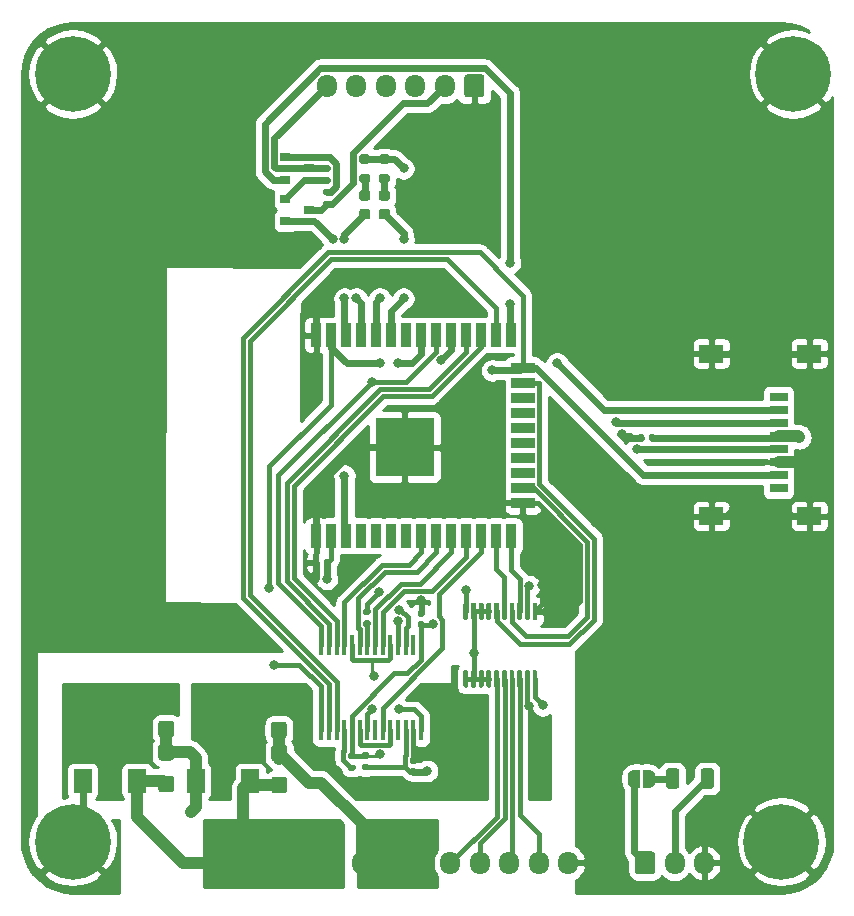
<source format=gtl>
%TF.GenerationSoftware,KiCad,Pcbnew,5.1.10*%
%TF.CreationDate,2021-07-08T07:49:19-06:00*%
%TF.ProjectId,miata-underglow,6d696174-612d-4756-9e64-6572676c6f77,rev?*%
%TF.SameCoordinates,Original*%
%TF.FileFunction,Copper,L1,Top*%
%TF.FilePolarity,Positive*%
%FSLAX46Y46*%
G04 Gerber Fmt 4.6, Leading zero omitted, Abs format (unit mm)*
G04 Created by KiCad (PCBNEW 5.1.10) date 2021-07-08 07:49:19*
%MOMM*%
%LPD*%
G01*
G04 APERTURE LIST*
%TA.AperFunction,ComponentPad*%
%ADD10C,0.800000*%
%TD*%
%TA.AperFunction,ComponentPad*%
%ADD11C,6.400000*%
%TD*%
%TA.AperFunction,SMDPad,CuDef*%
%ADD12R,1.500000X0.800000*%
%TD*%
%TA.AperFunction,SMDPad,CuDef*%
%ADD13R,2.050000X1.500000*%
%TD*%
%TA.AperFunction,ComponentPad*%
%ADD14O,1.700000X1.950000*%
%TD*%
%TA.AperFunction,SMDPad,CuDef*%
%ADD15C,0.100000*%
%TD*%
%TA.AperFunction,SMDPad,CuDef*%
%ADD16R,0.900000X0.800000*%
%TD*%
%TA.AperFunction,SMDPad,CuDef*%
%ADD17R,1.500000X2.000000*%
%TD*%
%TA.AperFunction,SMDPad,CuDef*%
%ADD18R,3.800000X2.000000*%
%TD*%
%TA.AperFunction,SMDPad,CuDef*%
%ADD19R,5.000000X5.000000*%
%TD*%
%TA.AperFunction,SMDPad,CuDef*%
%ADD20R,0.900000X2.000000*%
%TD*%
%TA.AperFunction,SMDPad,CuDef*%
%ADD21R,2.000000X0.900000*%
%TD*%
%TA.AperFunction,SMDPad,CuDef*%
%ADD22R,0.450000X1.750000*%
%TD*%
%TA.AperFunction,ViaPad*%
%ADD23C,0.800000*%
%TD*%
%TA.AperFunction,Conductor*%
%ADD24C,0.400000*%
%TD*%
%TA.AperFunction,Conductor*%
%ADD25C,0.250000*%
%TD*%
%TA.AperFunction,Conductor*%
%ADD26C,0.600000*%
%TD*%
%TA.AperFunction,Conductor*%
%ADD27C,1.000000*%
%TD*%
%TA.AperFunction,Conductor*%
%ADD28C,0.254000*%
%TD*%
%TA.AperFunction,Conductor*%
%ADD29C,0.100000*%
%TD*%
G04 APERTURE END LIST*
D10*
X86697056Y-88302944D03*
X85000000Y-87600000D03*
X83302944Y-88302944D03*
X82600000Y-90000000D03*
X83302944Y-91697056D03*
X85000000Y-92400000D03*
X86697056Y-91697056D03*
X87400000Y-90000000D03*
D11*
X85000000Y-90000000D03*
D10*
X26697056Y-88302944D03*
X25000000Y-87600000D03*
X23302944Y-88302944D03*
X22600000Y-90000000D03*
X23302944Y-91697056D03*
X25000000Y-92400000D03*
X26697056Y-91697056D03*
X27400000Y-90000000D03*
D11*
X25000000Y-90000000D03*
D10*
X87697056Y-23302944D03*
X86000000Y-22600000D03*
X84302944Y-23302944D03*
X83600000Y-25000000D03*
X84302944Y-26697056D03*
X86000000Y-27400000D03*
X87697056Y-26697056D03*
X88400000Y-25000000D03*
D11*
X86000000Y-25000000D03*
D10*
X26697056Y-23302944D03*
X25000000Y-22600000D03*
X23302944Y-23302944D03*
X22600000Y-25000000D03*
X23302944Y-26697056D03*
X25000000Y-27400000D03*
X26697056Y-26697056D03*
X27400000Y-25000000D03*
D11*
X25000000Y-25000000D03*
%TA.AperFunction,SMDPad,CuDef*%
G36*
G01*
X42900002Y-83200000D02*
X42050000Y-83200000D01*
G75*
G02*
X41800001Y-82950001I0J249999D01*
G01*
X41800001Y-82049999D01*
G75*
G02*
X42050000Y-81800000I249999J0D01*
G01*
X42900002Y-81800000D01*
G75*
G02*
X43150001Y-82049999I0J-249999D01*
G01*
X43150001Y-82950001D01*
G75*
G02*
X42900002Y-83200000I-249999J0D01*
G01*
G37*
%TD.AperFunction*%
%TA.AperFunction,SMDPad,CuDef*%
G36*
G01*
X42900002Y-85900000D02*
X42050000Y-85900000D01*
G75*
G02*
X41800001Y-85650001I0J249999D01*
G01*
X41800001Y-84749999D01*
G75*
G02*
X42050000Y-84500000I249999J0D01*
G01*
X42900002Y-84500000D01*
G75*
G02*
X43150001Y-84749999I0J-249999D01*
G01*
X43150001Y-85650001D01*
G75*
G02*
X42900002Y-85900000I-249999J0D01*
G01*
G37*
%TD.AperFunction*%
%TA.AperFunction,SMDPad,CuDef*%
G36*
G01*
X32474999Y-77050000D02*
X33325001Y-77050000D01*
G75*
G02*
X33575000Y-77299999I0J-249999D01*
G01*
X33575000Y-78200001D01*
G75*
G02*
X33325001Y-78450000I-249999J0D01*
G01*
X32474999Y-78450000D01*
G75*
G02*
X32225000Y-78200001I0J249999D01*
G01*
X32225000Y-77299999D01*
G75*
G02*
X32474999Y-77050000I249999J0D01*
G01*
G37*
%TD.AperFunction*%
%TA.AperFunction,SMDPad,CuDef*%
G36*
G01*
X32474999Y-79750000D02*
X33325001Y-79750000D01*
G75*
G02*
X33575000Y-79999999I0J-249999D01*
G01*
X33575000Y-80900001D01*
G75*
G02*
X33325001Y-81150000I-249999J0D01*
G01*
X32474999Y-81150000D01*
G75*
G02*
X32225000Y-80900001I0J249999D01*
G01*
X32225000Y-79999999D01*
G75*
G02*
X32474999Y-79750000I249999J0D01*
G01*
G37*
%TD.AperFunction*%
%TA.AperFunction,SMDPad,CuDef*%
G36*
G01*
X33325002Y-85825000D02*
X32475000Y-85825000D01*
G75*
G02*
X32225001Y-85575001I0J249999D01*
G01*
X32225001Y-84674999D01*
G75*
G02*
X32475000Y-84425000I249999J0D01*
G01*
X33325002Y-84425000D01*
G75*
G02*
X33575001Y-84674999I0J-249999D01*
G01*
X33575001Y-85575001D01*
G75*
G02*
X33325002Y-85825000I-249999J0D01*
G01*
G37*
%TD.AperFunction*%
%TA.AperFunction,SMDPad,CuDef*%
G36*
G01*
X33325002Y-83125000D02*
X32475000Y-83125000D01*
G75*
G02*
X32225001Y-82875001I0J249999D01*
G01*
X32225001Y-81974999D01*
G75*
G02*
X32475000Y-81725000I249999J0D01*
G01*
X33325002Y-81725000D01*
G75*
G02*
X33575001Y-81974999I0J-249999D01*
G01*
X33575001Y-82875001D01*
G75*
G02*
X33325002Y-83125000I-249999J0D01*
G01*
G37*
%TD.AperFunction*%
%TA.AperFunction,SMDPad,CuDef*%
G36*
G01*
X42024999Y-79850000D02*
X42875001Y-79850000D01*
G75*
G02*
X43125000Y-80099999I0J-249999D01*
G01*
X43125000Y-81000001D01*
G75*
G02*
X42875001Y-81250000I-249999J0D01*
G01*
X42024999Y-81250000D01*
G75*
G02*
X41775000Y-81000001I0J249999D01*
G01*
X41775000Y-80099999D01*
G75*
G02*
X42024999Y-79850000I249999J0D01*
G01*
G37*
%TD.AperFunction*%
%TA.AperFunction,SMDPad,CuDef*%
G36*
G01*
X42024999Y-77150000D02*
X42875001Y-77150000D01*
G75*
G02*
X43125000Y-77399999I0J-249999D01*
G01*
X43125000Y-78300001D01*
G75*
G02*
X42875001Y-78550000I-249999J0D01*
G01*
X42024999Y-78550000D01*
G75*
G02*
X41775000Y-78300001I0J249999D01*
G01*
X41775000Y-77399999D01*
G75*
G02*
X42024999Y-77150000I249999J0D01*
G01*
G37*
%TD.AperFunction*%
%TA.AperFunction,SMDPad,CuDef*%
G36*
G01*
X72814999Y-55970000D02*
X72814999Y-55630000D01*
G75*
G02*
X72954999Y-55490000I140000J0D01*
G01*
X73234999Y-55490000D01*
G75*
G02*
X73374999Y-55630000I0J-140000D01*
G01*
X73374999Y-55970000D01*
G75*
G02*
X73234999Y-56110000I-140000J0D01*
G01*
X72954999Y-56110000D01*
G75*
G02*
X72814999Y-55970000I0J140000D01*
G01*
G37*
%TD.AperFunction*%
%TA.AperFunction,SMDPad,CuDef*%
G36*
G01*
X73774999Y-55970000D02*
X73774999Y-55630000D01*
G75*
G02*
X73914999Y-55490000I140000J0D01*
G01*
X74194999Y-55490000D01*
G75*
G02*
X74334999Y-55630000I0J-140000D01*
G01*
X74334999Y-55970000D01*
G75*
G02*
X74194999Y-56110000I-140000J0D01*
G01*
X73914999Y-56110000D01*
G75*
G02*
X73774999Y-55970000I0J140000D01*
G01*
G37*
%TD.AperFunction*%
%TA.AperFunction,SMDPad,CuDef*%
G36*
G01*
X46255000Y-66570000D02*
X46255000Y-66230000D01*
G75*
G02*
X46395000Y-66090000I140000J0D01*
G01*
X46675000Y-66090000D01*
G75*
G02*
X46815000Y-66230000I0J-140000D01*
G01*
X46815000Y-66570000D01*
G75*
G02*
X46675000Y-66710000I-140000J0D01*
G01*
X46395000Y-66710000D01*
G75*
G02*
X46255000Y-66570000I0J140000D01*
G01*
G37*
%TD.AperFunction*%
%TA.AperFunction,SMDPad,CuDef*%
G36*
G01*
X45295000Y-66570000D02*
X45295000Y-66230000D01*
G75*
G02*
X45435000Y-66090000I140000J0D01*
G01*
X45715000Y-66090000D01*
G75*
G02*
X45855000Y-66230000I0J-140000D01*
G01*
X45855000Y-66570000D01*
G75*
G02*
X45715000Y-66710000I-140000J0D01*
G01*
X45435000Y-66710000D01*
G75*
G02*
X45295000Y-66570000I0J140000D01*
G01*
G37*
%TD.AperFunction*%
%TA.AperFunction,SMDPad,CuDef*%
G36*
G01*
X54330000Y-71350000D02*
X54670000Y-71350000D01*
G75*
G02*
X54810000Y-71490000I0J-140000D01*
G01*
X54810000Y-71770000D01*
G75*
G02*
X54670000Y-71910000I-140000J0D01*
G01*
X54330000Y-71910000D01*
G75*
G02*
X54190000Y-71770000I0J140000D01*
G01*
X54190000Y-71490000D01*
G75*
G02*
X54330000Y-71350000I140000J0D01*
G01*
G37*
%TD.AperFunction*%
%TA.AperFunction,SMDPad,CuDef*%
G36*
G01*
X54330000Y-70390000D02*
X54670000Y-70390000D01*
G75*
G02*
X54810000Y-70530000I0J-140000D01*
G01*
X54810000Y-70810000D01*
G75*
G02*
X54670000Y-70950000I-140000J0D01*
G01*
X54330000Y-70950000D01*
G75*
G02*
X54190000Y-70810000I0J140000D01*
G01*
X54190000Y-70530000D01*
G75*
G02*
X54330000Y-70390000I140000J0D01*
G01*
G37*
%TD.AperFunction*%
%TA.AperFunction,SMDPad,CuDef*%
G36*
G01*
X49945000Y-83960000D02*
X49605000Y-83960000D01*
G75*
G02*
X49465000Y-83820000I0J140000D01*
G01*
X49465000Y-83540000D01*
G75*
G02*
X49605000Y-83400000I140000J0D01*
G01*
X49945000Y-83400000D01*
G75*
G02*
X50085000Y-83540000I0J-140000D01*
G01*
X50085000Y-83820000D01*
G75*
G02*
X49945000Y-83960000I-140000J0D01*
G01*
G37*
%TD.AperFunction*%
%TA.AperFunction,SMDPad,CuDef*%
G36*
G01*
X49945000Y-83000000D02*
X49605000Y-83000000D01*
G75*
G02*
X49465000Y-82860000I0J140000D01*
G01*
X49465000Y-82580000D01*
G75*
G02*
X49605000Y-82440000I140000J0D01*
G01*
X49945000Y-82440000D01*
G75*
G02*
X50085000Y-82580000I0J-140000D01*
G01*
X50085000Y-82860000D01*
G75*
G02*
X49945000Y-83000000I-140000J0D01*
G01*
G37*
%TD.AperFunction*%
%TA.AperFunction,SMDPad,CuDef*%
G36*
G01*
X53995000Y-83400000D02*
X53655000Y-83400000D01*
G75*
G02*
X53515000Y-83260000I0J140000D01*
G01*
X53515000Y-82980000D01*
G75*
G02*
X53655000Y-82840000I140000J0D01*
G01*
X53995000Y-82840000D01*
G75*
G02*
X54135000Y-82980000I0J-140000D01*
G01*
X54135000Y-83260000D01*
G75*
G02*
X53995000Y-83400000I-140000J0D01*
G01*
G37*
%TD.AperFunction*%
%TA.AperFunction,SMDPad,CuDef*%
G36*
G01*
X53995000Y-84360000D02*
X53655000Y-84360000D01*
G75*
G02*
X53515000Y-84220000I0J140000D01*
G01*
X53515000Y-83940000D01*
G75*
G02*
X53655000Y-83800000I140000J0D01*
G01*
X53995000Y-83800000D01*
G75*
G02*
X54135000Y-83940000I0J-140000D01*
G01*
X54135000Y-84220000D01*
G75*
G02*
X53995000Y-84360000I-140000J0D01*
G01*
G37*
%TD.AperFunction*%
%TA.AperFunction,SMDPad,CuDef*%
G36*
G01*
X51631250Y-35725000D02*
X51118750Y-35725000D01*
G75*
G02*
X50900000Y-35506250I0J218750D01*
G01*
X50900000Y-35068750D01*
G75*
G02*
X51118750Y-34850000I218750J0D01*
G01*
X51631250Y-34850000D01*
G75*
G02*
X51850000Y-35068750I0J-218750D01*
G01*
X51850000Y-35506250D01*
G75*
G02*
X51631250Y-35725000I-218750J0D01*
G01*
G37*
%TD.AperFunction*%
%TA.AperFunction,SMDPad,CuDef*%
G36*
G01*
X51631250Y-37300000D02*
X51118750Y-37300000D01*
G75*
G02*
X50900000Y-37081250I0J218750D01*
G01*
X50900000Y-36643750D01*
G75*
G02*
X51118750Y-36425000I218750J0D01*
G01*
X51631250Y-36425000D01*
G75*
G02*
X51850000Y-36643750I0J-218750D01*
G01*
X51850000Y-37081250D01*
G75*
G02*
X51631250Y-37300000I-218750J0D01*
G01*
G37*
%TD.AperFunction*%
%TA.AperFunction,SMDPad,CuDef*%
G36*
G01*
X49981249Y-37300000D02*
X49468749Y-37300000D01*
G75*
G02*
X49249999Y-37081250I0J218750D01*
G01*
X49249999Y-36643750D01*
G75*
G02*
X49468749Y-36425000I218750J0D01*
G01*
X49981249Y-36425000D01*
G75*
G02*
X50199999Y-36643750I0J-218750D01*
G01*
X50199999Y-37081250D01*
G75*
G02*
X49981249Y-37300000I-218750J0D01*
G01*
G37*
%TD.AperFunction*%
%TA.AperFunction,SMDPad,CuDef*%
G36*
G01*
X49981249Y-35725000D02*
X49468749Y-35725000D01*
G75*
G02*
X49249999Y-35506250I0J218750D01*
G01*
X49249999Y-35068750D01*
G75*
G02*
X49468749Y-34850000I218750J0D01*
G01*
X49981249Y-34850000D01*
G75*
G02*
X50199999Y-35068750I0J-218750D01*
G01*
X50199999Y-35506250D01*
G75*
G02*
X49981249Y-35725000I-218750J0D01*
G01*
G37*
%TD.AperFunction*%
D12*
X84750000Y-52350000D03*
X84750000Y-53450000D03*
X84750000Y-54550000D03*
X84750000Y-55650000D03*
X84750000Y-56750000D03*
X84750000Y-57850000D03*
X84750000Y-58950000D03*
X84750000Y-60050000D03*
D13*
X87350000Y-48675000D03*
X79050000Y-48675000D03*
X79050000Y-62425000D03*
X87350000Y-62425000D03*
%TA.AperFunction,ComponentPad*%
G36*
G01*
X59850000Y-25275000D02*
X59850000Y-26725000D01*
G75*
G02*
X59600000Y-26975000I-250000J0D01*
G01*
X58400000Y-26975000D01*
G75*
G02*
X58150000Y-26725000I0J250000D01*
G01*
X58150000Y-25275000D01*
G75*
G02*
X58400000Y-25025000I250000J0D01*
G01*
X59600000Y-25025000D01*
G75*
G02*
X59850000Y-25275000I0J-250000D01*
G01*
G37*
%TD.AperFunction*%
D14*
X56500000Y-26000000D03*
X54000000Y-26000000D03*
X51500000Y-26000000D03*
X49000000Y-26000000D03*
X46500000Y-26000000D03*
%TA.AperFunction,ComponentPad*%
G36*
G01*
X38600000Y-92525000D02*
X38600000Y-91075000D01*
G75*
G02*
X38850000Y-90825000I250000J0D01*
G01*
X40050000Y-90825000D01*
G75*
G02*
X40300000Y-91075000I0J-250000D01*
G01*
X40300000Y-92525000D01*
G75*
G02*
X40050000Y-92775000I-250000J0D01*
G01*
X38850000Y-92775000D01*
G75*
G02*
X38600000Y-92525000I0J250000D01*
G01*
G37*
%TD.AperFunction*%
X41950000Y-91800000D03*
X44450000Y-91800000D03*
X46950000Y-91800000D03*
X49450000Y-91800000D03*
X51950000Y-91800000D03*
X54450000Y-91800000D03*
X56950000Y-91800000D03*
X59450000Y-91800000D03*
X61950000Y-91800000D03*
X64450000Y-91800000D03*
X66950000Y-91800000D03*
%TA.AperFunction,ComponentPad*%
G36*
G01*
X72600000Y-92525000D02*
X72600000Y-91075000D01*
G75*
G02*
X72850000Y-90825000I250000J0D01*
G01*
X74050000Y-90825000D01*
G75*
G02*
X74300000Y-91075000I0J-250000D01*
G01*
X74300000Y-92525000D01*
G75*
G02*
X74050000Y-92775000I-250000J0D01*
G01*
X72850000Y-92775000D01*
G75*
G02*
X72600000Y-92525000I0J250000D01*
G01*
G37*
%TD.AperFunction*%
X75950000Y-91800000D03*
X78450000Y-91800000D03*
%TA.AperFunction,SMDPad,CuDef*%
D15*
G36*
X73000000Y-85425000D02*
G01*
X72500000Y-85425000D01*
X72500000Y-85424398D01*
X72475466Y-85424398D01*
X72426635Y-85419588D01*
X72378510Y-85410016D01*
X72331555Y-85395772D01*
X72286222Y-85376995D01*
X72242949Y-85353864D01*
X72202150Y-85326604D01*
X72164221Y-85295476D01*
X72129524Y-85260779D01*
X72098396Y-85222850D01*
X72071136Y-85182051D01*
X72048005Y-85138778D01*
X72029228Y-85093445D01*
X72014984Y-85046490D01*
X72005412Y-84998365D01*
X72000602Y-84949534D01*
X72000602Y-84925000D01*
X72000000Y-84925000D01*
X72000000Y-84425000D01*
X72000602Y-84425000D01*
X72000602Y-84400466D01*
X72005412Y-84351635D01*
X72014984Y-84303510D01*
X72029228Y-84256555D01*
X72048005Y-84211222D01*
X72071136Y-84167949D01*
X72098396Y-84127150D01*
X72129524Y-84089221D01*
X72164221Y-84054524D01*
X72202150Y-84023396D01*
X72242949Y-83996136D01*
X72286222Y-83973005D01*
X72331555Y-83954228D01*
X72378510Y-83939984D01*
X72426635Y-83930412D01*
X72475466Y-83925602D01*
X72500000Y-83925602D01*
X72500000Y-83925000D01*
X73000000Y-83925000D01*
X73000000Y-85425000D01*
G37*
%TD.AperFunction*%
%TA.AperFunction,SMDPad,CuDef*%
G36*
X73800000Y-83925602D02*
G01*
X73824534Y-83925602D01*
X73873365Y-83930412D01*
X73921490Y-83939984D01*
X73968445Y-83954228D01*
X74013778Y-83973005D01*
X74057051Y-83996136D01*
X74097850Y-84023396D01*
X74135779Y-84054524D01*
X74170476Y-84089221D01*
X74201604Y-84127150D01*
X74228864Y-84167949D01*
X74251995Y-84211222D01*
X74270772Y-84256555D01*
X74285016Y-84303510D01*
X74294588Y-84351635D01*
X74299398Y-84400466D01*
X74299398Y-84425000D01*
X74300000Y-84425000D01*
X74300000Y-84925000D01*
X74299398Y-84925000D01*
X74299398Y-84949534D01*
X74294588Y-84998365D01*
X74285016Y-85046490D01*
X74270772Y-85093445D01*
X74251995Y-85138778D01*
X74228864Y-85182051D01*
X74201604Y-85222850D01*
X74170476Y-85260779D01*
X74135779Y-85295476D01*
X74097850Y-85326604D01*
X74057051Y-85353864D01*
X74013778Y-85376995D01*
X73968445Y-85395772D01*
X73921490Y-85410016D01*
X73873365Y-85419588D01*
X73824534Y-85424398D01*
X73800000Y-85424398D01*
X73800000Y-85425000D01*
X73300000Y-85425000D01*
X73300000Y-83925000D01*
X73800000Y-83925000D01*
X73800000Y-83925602D01*
G37*
%TD.AperFunction*%
D16*
X45000000Y-36500000D03*
X43000000Y-37450000D03*
X43000000Y-35550000D03*
X43000000Y-32050000D03*
X43000000Y-33950000D03*
X45000000Y-33000000D03*
%TA.AperFunction,SMDPad,CuDef*%
G36*
G01*
X46685000Y-34280000D02*
X46315000Y-34280000D01*
G75*
G02*
X46180000Y-34145000I0J135000D01*
G01*
X46180000Y-33875000D01*
G75*
G02*
X46315000Y-33740000I135000J0D01*
G01*
X46685000Y-33740000D01*
G75*
G02*
X46820000Y-33875000I0J-135000D01*
G01*
X46820000Y-34145000D01*
G75*
G02*
X46685000Y-34280000I-135000J0D01*
G01*
G37*
%TD.AperFunction*%
%TA.AperFunction,SMDPad,CuDef*%
G36*
G01*
X46685000Y-33260000D02*
X46315000Y-33260000D01*
G75*
G02*
X46180000Y-33125000I0J135000D01*
G01*
X46180000Y-32855000D01*
G75*
G02*
X46315000Y-32720000I135000J0D01*
G01*
X46685000Y-32720000D01*
G75*
G02*
X46820000Y-32855000I0J-135000D01*
G01*
X46820000Y-33125000D01*
G75*
G02*
X46685000Y-33260000I-135000J0D01*
G01*
G37*
%TD.AperFunction*%
%TA.AperFunction,SMDPad,CuDef*%
G36*
G01*
X46315000Y-35740000D02*
X46685000Y-35740000D01*
G75*
G02*
X46820000Y-35875000I0J-135000D01*
G01*
X46820000Y-36145000D01*
G75*
G02*
X46685000Y-36280000I-135000J0D01*
G01*
X46315000Y-36280000D01*
G75*
G02*
X46180000Y-36145000I0J135000D01*
G01*
X46180000Y-35875000D01*
G75*
G02*
X46315000Y-35740000I135000J0D01*
G01*
G37*
%TD.AperFunction*%
%TA.AperFunction,SMDPad,CuDef*%
G36*
G01*
X46315000Y-34720000D02*
X46685000Y-34720000D01*
G75*
G02*
X46820000Y-34855000I0J-135000D01*
G01*
X46820000Y-35125000D01*
G75*
G02*
X46685000Y-35260000I-135000J0D01*
G01*
X46315000Y-35260000D01*
G75*
G02*
X46180000Y-35125000I0J135000D01*
G01*
X46180000Y-34855000D01*
G75*
G02*
X46315000Y-34720000I135000J0D01*
G01*
G37*
%TD.AperFunction*%
%TA.AperFunction,SMDPad,CuDef*%
G36*
G01*
X51100000Y-33450000D02*
X51650000Y-33450000D01*
G75*
G02*
X51850000Y-33650000I0J-200000D01*
G01*
X51850000Y-34050000D01*
G75*
G02*
X51650000Y-34250000I-200000J0D01*
G01*
X51100000Y-34250000D01*
G75*
G02*
X50900000Y-34050000I0J200000D01*
G01*
X50900000Y-33650000D01*
G75*
G02*
X51100000Y-33450000I200000J0D01*
G01*
G37*
%TD.AperFunction*%
%TA.AperFunction,SMDPad,CuDef*%
G36*
G01*
X51100000Y-31800000D02*
X51650000Y-31800000D01*
G75*
G02*
X51850000Y-32000000I0J-200000D01*
G01*
X51850000Y-32400000D01*
G75*
G02*
X51650000Y-32600000I-200000J0D01*
G01*
X51100000Y-32600000D01*
G75*
G02*
X50900000Y-32400000I0J200000D01*
G01*
X50900000Y-32000000D01*
G75*
G02*
X51100000Y-31800000I200000J0D01*
G01*
G37*
%TD.AperFunction*%
%TA.AperFunction,SMDPad,CuDef*%
G36*
G01*
X49450000Y-31800000D02*
X50000000Y-31800000D01*
G75*
G02*
X50200000Y-32000000I0J-200000D01*
G01*
X50200000Y-32400000D01*
G75*
G02*
X50000000Y-32600000I-200000J0D01*
G01*
X49450000Y-32600000D01*
G75*
G02*
X49250000Y-32400000I0J200000D01*
G01*
X49250000Y-32000000D01*
G75*
G02*
X49450000Y-31800000I200000J0D01*
G01*
G37*
%TD.AperFunction*%
%TA.AperFunction,SMDPad,CuDef*%
G36*
G01*
X49450000Y-33450000D02*
X50000000Y-33450000D01*
G75*
G02*
X50200000Y-33650000I0J-200000D01*
G01*
X50200000Y-34050000D01*
G75*
G02*
X50000000Y-34250000I-200000J0D01*
G01*
X49450000Y-34250000D01*
G75*
G02*
X49250000Y-34050000I0J200000D01*
G01*
X49250000Y-33650000D01*
G75*
G02*
X49450000Y-33450000I200000J0D01*
G01*
G37*
%TD.AperFunction*%
%TA.AperFunction,SMDPad,CuDef*%
G36*
G01*
X48810000Y-82985000D02*
X48440000Y-82985000D01*
G75*
G02*
X48305000Y-82850000I0J135000D01*
G01*
X48305000Y-82580000D01*
G75*
G02*
X48440000Y-82445000I135000J0D01*
G01*
X48810000Y-82445000D01*
G75*
G02*
X48945000Y-82580000I0J-135000D01*
G01*
X48945000Y-82850000D01*
G75*
G02*
X48810000Y-82985000I-135000J0D01*
G01*
G37*
%TD.AperFunction*%
%TA.AperFunction,SMDPad,CuDef*%
G36*
G01*
X48810000Y-84005000D02*
X48440000Y-84005000D01*
G75*
G02*
X48305000Y-83870000I0J135000D01*
G01*
X48305000Y-83600000D01*
G75*
G02*
X48440000Y-83465000I135000J0D01*
G01*
X48810000Y-83465000D01*
G75*
G02*
X48945000Y-83600000I0J-135000D01*
G01*
X48945000Y-83870000D01*
G75*
G02*
X48810000Y-84005000I-135000J0D01*
G01*
G37*
%TD.AperFunction*%
%TA.AperFunction,SMDPad,CuDef*%
G36*
G01*
X50085000Y-70785000D02*
X49715000Y-70785000D01*
G75*
G02*
X49580000Y-70650000I0J135000D01*
G01*
X49580000Y-70380000D01*
G75*
G02*
X49715000Y-70245000I135000J0D01*
G01*
X50085000Y-70245000D01*
G75*
G02*
X50220000Y-70380000I0J-135000D01*
G01*
X50220000Y-70650000D01*
G75*
G02*
X50085000Y-70785000I-135000J0D01*
G01*
G37*
%TD.AperFunction*%
%TA.AperFunction,SMDPad,CuDef*%
G36*
G01*
X50085000Y-71805000D02*
X49715000Y-71805000D01*
G75*
G02*
X49580000Y-71670000I0J135000D01*
G01*
X49580000Y-71400000D01*
G75*
G02*
X49715000Y-71265000I135000J0D01*
G01*
X50085000Y-71265000D01*
G75*
G02*
X50220000Y-71400000I0J-135000D01*
G01*
X50220000Y-71670000D01*
G75*
G02*
X50085000Y-71805000I-135000J0D01*
G01*
G37*
%TD.AperFunction*%
D17*
X25825000Y-84850001D03*
X30425000Y-84850001D03*
X28125000Y-84850001D03*
D18*
X28125000Y-78550001D03*
%TA.AperFunction,SMDPad,CuDef*%
G36*
G01*
X64025000Y-69750000D02*
X64225000Y-69750000D01*
G75*
G02*
X64325000Y-69850000I0J-100000D01*
G01*
X64325000Y-71125000D01*
G75*
G02*
X64225000Y-71225000I-100000J0D01*
G01*
X64025000Y-71225000D01*
G75*
G02*
X63925000Y-71125000I0J100000D01*
G01*
X63925000Y-69850000D01*
G75*
G02*
X64025000Y-69750000I100000J0D01*
G01*
G37*
%TD.AperFunction*%
%TA.AperFunction,SMDPad,CuDef*%
G36*
G01*
X63375000Y-69750000D02*
X63575000Y-69750000D01*
G75*
G02*
X63675000Y-69850000I0J-100000D01*
G01*
X63675000Y-71125000D01*
G75*
G02*
X63575000Y-71225000I-100000J0D01*
G01*
X63375000Y-71225000D01*
G75*
G02*
X63275000Y-71125000I0J100000D01*
G01*
X63275000Y-69850000D01*
G75*
G02*
X63375000Y-69750000I100000J0D01*
G01*
G37*
%TD.AperFunction*%
%TA.AperFunction,SMDPad,CuDef*%
G36*
G01*
X62725000Y-69750000D02*
X62925000Y-69750000D01*
G75*
G02*
X63025000Y-69850000I0J-100000D01*
G01*
X63025000Y-71125000D01*
G75*
G02*
X62925000Y-71225000I-100000J0D01*
G01*
X62725000Y-71225000D01*
G75*
G02*
X62625000Y-71125000I0J100000D01*
G01*
X62625000Y-69850000D01*
G75*
G02*
X62725000Y-69750000I100000J0D01*
G01*
G37*
%TD.AperFunction*%
%TA.AperFunction,SMDPad,CuDef*%
G36*
G01*
X62075000Y-69750000D02*
X62275000Y-69750000D01*
G75*
G02*
X62375000Y-69850000I0J-100000D01*
G01*
X62375000Y-71125000D01*
G75*
G02*
X62275000Y-71225000I-100000J0D01*
G01*
X62075000Y-71225000D01*
G75*
G02*
X61975000Y-71125000I0J100000D01*
G01*
X61975000Y-69850000D01*
G75*
G02*
X62075000Y-69750000I100000J0D01*
G01*
G37*
%TD.AperFunction*%
%TA.AperFunction,SMDPad,CuDef*%
G36*
G01*
X61425000Y-69750000D02*
X61625000Y-69750000D01*
G75*
G02*
X61725000Y-69850000I0J-100000D01*
G01*
X61725000Y-71125000D01*
G75*
G02*
X61625000Y-71225000I-100000J0D01*
G01*
X61425000Y-71225000D01*
G75*
G02*
X61325000Y-71125000I0J100000D01*
G01*
X61325000Y-69850000D01*
G75*
G02*
X61425000Y-69750000I100000J0D01*
G01*
G37*
%TD.AperFunction*%
%TA.AperFunction,SMDPad,CuDef*%
G36*
G01*
X60775000Y-69750000D02*
X60975000Y-69750000D01*
G75*
G02*
X61075000Y-69850000I0J-100000D01*
G01*
X61075000Y-71125000D01*
G75*
G02*
X60975000Y-71225000I-100000J0D01*
G01*
X60775000Y-71225000D01*
G75*
G02*
X60675000Y-71125000I0J100000D01*
G01*
X60675000Y-69850000D01*
G75*
G02*
X60775000Y-69750000I100000J0D01*
G01*
G37*
%TD.AperFunction*%
%TA.AperFunction,SMDPad,CuDef*%
G36*
G01*
X60125000Y-69750000D02*
X60325000Y-69750000D01*
G75*
G02*
X60425000Y-69850000I0J-100000D01*
G01*
X60425000Y-71125000D01*
G75*
G02*
X60325000Y-71225000I-100000J0D01*
G01*
X60125000Y-71225000D01*
G75*
G02*
X60025000Y-71125000I0J100000D01*
G01*
X60025000Y-69850000D01*
G75*
G02*
X60125000Y-69750000I100000J0D01*
G01*
G37*
%TD.AperFunction*%
%TA.AperFunction,SMDPad,CuDef*%
G36*
G01*
X59475000Y-69750000D02*
X59675000Y-69750000D01*
G75*
G02*
X59775000Y-69850000I0J-100000D01*
G01*
X59775000Y-71125000D01*
G75*
G02*
X59675000Y-71225000I-100000J0D01*
G01*
X59475000Y-71225000D01*
G75*
G02*
X59375000Y-71125000I0J100000D01*
G01*
X59375000Y-69850000D01*
G75*
G02*
X59475000Y-69750000I100000J0D01*
G01*
G37*
%TD.AperFunction*%
%TA.AperFunction,SMDPad,CuDef*%
G36*
G01*
X58825000Y-69750000D02*
X59025000Y-69750000D01*
G75*
G02*
X59125000Y-69850000I0J-100000D01*
G01*
X59125000Y-71125000D01*
G75*
G02*
X59025000Y-71225000I-100000J0D01*
G01*
X58825000Y-71225000D01*
G75*
G02*
X58725000Y-71125000I0J100000D01*
G01*
X58725000Y-69850000D01*
G75*
G02*
X58825000Y-69750000I100000J0D01*
G01*
G37*
%TD.AperFunction*%
%TA.AperFunction,SMDPad,CuDef*%
G36*
G01*
X58175000Y-69750000D02*
X58375000Y-69750000D01*
G75*
G02*
X58475000Y-69850000I0J-100000D01*
G01*
X58475000Y-71125000D01*
G75*
G02*
X58375000Y-71225000I-100000J0D01*
G01*
X58175000Y-71225000D01*
G75*
G02*
X58075000Y-71125000I0J100000D01*
G01*
X58075000Y-69850000D01*
G75*
G02*
X58175000Y-69750000I100000J0D01*
G01*
G37*
%TD.AperFunction*%
%TA.AperFunction,SMDPad,CuDef*%
G36*
G01*
X58175000Y-75475000D02*
X58375000Y-75475000D01*
G75*
G02*
X58475000Y-75575000I0J-100000D01*
G01*
X58475000Y-76850000D01*
G75*
G02*
X58375000Y-76950000I-100000J0D01*
G01*
X58175000Y-76950000D01*
G75*
G02*
X58075000Y-76850000I0J100000D01*
G01*
X58075000Y-75575000D01*
G75*
G02*
X58175000Y-75475000I100000J0D01*
G01*
G37*
%TD.AperFunction*%
%TA.AperFunction,SMDPad,CuDef*%
G36*
G01*
X58825000Y-75475000D02*
X59025000Y-75475000D01*
G75*
G02*
X59125000Y-75575000I0J-100000D01*
G01*
X59125000Y-76850000D01*
G75*
G02*
X59025000Y-76950000I-100000J0D01*
G01*
X58825000Y-76950000D01*
G75*
G02*
X58725000Y-76850000I0J100000D01*
G01*
X58725000Y-75575000D01*
G75*
G02*
X58825000Y-75475000I100000J0D01*
G01*
G37*
%TD.AperFunction*%
%TA.AperFunction,SMDPad,CuDef*%
G36*
G01*
X59475000Y-75475000D02*
X59675000Y-75475000D01*
G75*
G02*
X59775000Y-75575000I0J-100000D01*
G01*
X59775000Y-76850000D01*
G75*
G02*
X59675000Y-76950000I-100000J0D01*
G01*
X59475000Y-76950000D01*
G75*
G02*
X59375000Y-76850000I0J100000D01*
G01*
X59375000Y-75575000D01*
G75*
G02*
X59475000Y-75475000I100000J0D01*
G01*
G37*
%TD.AperFunction*%
%TA.AperFunction,SMDPad,CuDef*%
G36*
G01*
X60125000Y-75475000D02*
X60325000Y-75475000D01*
G75*
G02*
X60425000Y-75575000I0J-100000D01*
G01*
X60425000Y-76850000D01*
G75*
G02*
X60325000Y-76950000I-100000J0D01*
G01*
X60125000Y-76950000D01*
G75*
G02*
X60025000Y-76850000I0J100000D01*
G01*
X60025000Y-75575000D01*
G75*
G02*
X60125000Y-75475000I100000J0D01*
G01*
G37*
%TD.AperFunction*%
%TA.AperFunction,SMDPad,CuDef*%
G36*
G01*
X60775000Y-75475000D02*
X60975000Y-75475000D01*
G75*
G02*
X61075000Y-75575000I0J-100000D01*
G01*
X61075000Y-76850000D01*
G75*
G02*
X60975000Y-76950000I-100000J0D01*
G01*
X60775000Y-76950000D01*
G75*
G02*
X60675000Y-76850000I0J100000D01*
G01*
X60675000Y-75575000D01*
G75*
G02*
X60775000Y-75475000I100000J0D01*
G01*
G37*
%TD.AperFunction*%
%TA.AperFunction,SMDPad,CuDef*%
G36*
G01*
X61425000Y-75475000D02*
X61625000Y-75475000D01*
G75*
G02*
X61725000Y-75575000I0J-100000D01*
G01*
X61725000Y-76850000D01*
G75*
G02*
X61625000Y-76950000I-100000J0D01*
G01*
X61425000Y-76950000D01*
G75*
G02*
X61325000Y-76850000I0J100000D01*
G01*
X61325000Y-75575000D01*
G75*
G02*
X61425000Y-75475000I100000J0D01*
G01*
G37*
%TD.AperFunction*%
%TA.AperFunction,SMDPad,CuDef*%
G36*
G01*
X62075000Y-75475000D02*
X62275000Y-75475000D01*
G75*
G02*
X62375000Y-75575000I0J-100000D01*
G01*
X62375000Y-76850000D01*
G75*
G02*
X62275000Y-76950000I-100000J0D01*
G01*
X62075000Y-76950000D01*
G75*
G02*
X61975000Y-76850000I0J100000D01*
G01*
X61975000Y-75575000D01*
G75*
G02*
X62075000Y-75475000I100000J0D01*
G01*
G37*
%TD.AperFunction*%
%TA.AperFunction,SMDPad,CuDef*%
G36*
G01*
X62725000Y-75475000D02*
X62925000Y-75475000D01*
G75*
G02*
X63025000Y-75575000I0J-100000D01*
G01*
X63025000Y-76850000D01*
G75*
G02*
X62925000Y-76950000I-100000J0D01*
G01*
X62725000Y-76950000D01*
G75*
G02*
X62625000Y-76850000I0J100000D01*
G01*
X62625000Y-75575000D01*
G75*
G02*
X62725000Y-75475000I100000J0D01*
G01*
G37*
%TD.AperFunction*%
%TA.AperFunction,SMDPad,CuDef*%
G36*
G01*
X63375000Y-75475000D02*
X63575000Y-75475000D01*
G75*
G02*
X63675000Y-75575000I0J-100000D01*
G01*
X63675000Y-76850000D01*
G75*
G02*
X63575000Y-76950000I-100000J0D01*
G01*
X63375000Y-76950000D01*
G75*
G02*
X63275000Y-76850000I0J100000D01*
G01*
X63275000Y-75575000D01*
G75*
G02*
X63375000Y-75475000I100000J0D01*
G01*
G37*
%TD.AperFunction*%
%TA.AperFunction,SMDPad,CuDef*%
G36*
G01*
X64025000Y-75475000D02*
X64225000Y-75475000D01*
G75*
G02*
X64325000Y-75575000I0J-100000D01*
G01*
X64325000Y-76850000D01*
G75*
G02*
X64225000Y-76950000I-100000J0D01*
G01*
X64025000Y-76950000D01*
G75*
G02*
X63925000Y-76850000I0J100000D01*
G01*
X63925000Y-75575000D01*
G75*
G02*
X64025000Y-75475000I100000J0D01*
G01*
G37*
%TD.AperFunction*%
X37725000Y-78575000D03*
D17*
X37725000Y-84875000D03*
X40025000Y-84875000D03*
X35425000Y-84875000D03*
D19*
X53095000Y-56600000D03*
D20*
X45595000Y-64100000D03*
X46865000Y-64100000D03*
X48135000Y-64100000D03*
X49405000Y-64100000D03*
X50675000Y-64100000D03*
X51945000Y-64100000D03*
X53215000Y-64100000D03*
X54485000Y-64100000D03*
X55755000Y-64100000D03*
X57025000Y-64100000D03*
X58295000Y-64100000D03*
X59565000Y-64100000D03*
X60835000Y-64100000D03*
X62105000Y-64100000D03*
D21*
X63105000Y-61315000D03*
X63105000Y-60045000D03*
X63105000Y-58775000D03*
X63105000Y-57505000D03*
X63105000Y-56235000D03*
X63105000Y-54965000D03*
X63105000Y-53695000D03*
X63105000Y-52425000D03*
X63105000Y-51155000D03*
X63105000Y-49885000D03*
D20*
X62105000Y-47100000D03*
X60835000Y-47100000D03*
X59565000Y-47100000D03*
X58295000Y-47100000D03*
X57025000Y-47100000D03*
X55755000Y-47100000D03*
X54485000Y-47100000D03*
X53215000Y-47100000D03*
X51945000Y-47100000D03*
X50675000Y-47100000D03*
X49405000Y-47100000D03*
X48135000Y-47100000D03*
X46865000Y-47100000D03*
X45595000Y-47100000D03*
D22*
X54479998Y-80525001D03*
X53829998Y-80525001D03*
X53179998Y-80525001D03*
X52529998Y-80525001D03*
X51879998Y-80525001D03*
X51229998Y-80525001D03*
X50579998Y-80525001D03*
X49929998Y-80525001D03*
X49279998Y-80525001D03*
X48629998Y-80525001D03*
X47979998Y-80525001D03*
X47329998Y-80525001D03*
X46679998Y-80525001D03*
X46029998Y-80525001D03*
X46029998Y-73325001D03*
X46679998Y-73325001D03*
X47329998Y-73325001D03*
X47979998Y-73325001D03*
X48629998Y-73325001D03*
X49279998Y-73325001D03*
X49929998Y-73325001D03*
X50579998Y-73325001D03*
X51229998Y-73325001D03*
X51879998Y-73325001D03*
X52529998Y-73325001D03*
X53179998Y-73325001D03*
X53829998Y-73325001D03*
X54479998Y-73325001D03*
%TA.AperFunction,SMDPad,CuDef*%
G36*
G01*
X75225000Y-85275001D02*
X75225000Y-84024999D01*
G75*
G02*
X75474999Y-83775000I249999J0D01*
G01*
X76100001Y-83775000D01*
G75*
G02*
X76350000Y-84024999I0J-249999D01*
G01*
X76350000Y-85275001D01*
G75*
G02*
X76100001Y-85525000I-249999J0D01*
G01*
X75474999Y-85525000D01*
G75*
G02*
X75225000Y-85275001I0J249999D01*
G01*
G37*
%TD.AperFunction*%
%TA.AperFunction,SMDPad,CuDef*%
G36*
G01*
X78150000Y-85275001D02*
X78150000Y-84024999D01*
G75*
G02*
X78399999Y-83775000I249999J0D01*
G01*
X79025001Y-83775000D01*
G75*
G02*
X79275000Y-84024999I0J-249999D01*
G01*
X79275000Y-85275001D01*
G75*
G02*
X79025001Y-85525000I-249999J0D01*
G01*
X78399999Y-85525000D01*
G75*
G02*
X78150000Y-85275001I0J249999D01*
G01*
G37*
%TD.AperFunction*%
D23*
X50900000Y-68850000D03*
X54500000Y-69550000D03*
X64800000Y-78450000D03*
X45500000Y-67750000D03*
X50500000Y-76000000D03*
X46000000Y-44000000D03*
X59000000Y-74000000D03*
X64750000Y-68250000D03*
X35000000Y-87500000D03*
X55000000Y-84000000D03*
X71500000Y-55500000D03*
X81000000Y-48500000D03*
X85500000Y-48500000D03*
X85500000Y-62000000D03*
X81000000Y-61750000D03*
X86500000Y-57750000D03*
X52000000Y-90000000D03*
X54500000Y-90000000D03*
X25000000Y-30000000D03*
X30000000Y-30000000D03*
X35000000Y-30000000D03*
X40000000Y-30000000D03*
X40000000Y-35000000D03*
X35000000Y-35000000D03*
X30000000Y-35000000D03*
X25000000Y-35000000D03*
X25000000Y-40000000D03*
X30000000Y-40000000D03*
X35000000Y-40000000D03*
X40000000Y-40000000D03*
X30000000Y-45000000D03*
X25000000Y-45000000D03*
X25000000Y-50000000D03*
X30000000Y-50000000D03*
X30000000Y-55000000D03*
X25000000Y-55000000D03*
X30000000Y-60000000D03*
X25000000Y-60000000D03*
X25000000Y-65000000D03*
X30000000Y-65000000D03*
X30000000Y-69500000D03*
X25000000Y-69500000D03*
X30000000Y-25000000D03*
X35000000Y-25000000D03*
X40000000Y-25000000D03*
X65000000Y-25000000D03*
X65000000Y-30000000D03*
X65000000Y-35000000D03*
X65000000Y-40500000D03*
X70000000Y-45000000D03*
X70000000Y-40500000D03*
X70000000Y-35000000D03*
X70000000Y-30000000D03*
X70000000Y-25000000D03*
X75000000Y-25000000D03*
X75000000Y-30000000D03*
X75000000Y-35000000D03*
X75000000Y-40000000D03*
X75000000Y-45000000D03*
X80000000Y-45000000D03*
X80000000Y-40000000D03*
X80000000Y-35000000D03*
X80000000Y-30000000D03*
X85500000Y-30000000D03*
X85500000Y-35000000D03*
X85500000Y-40000000D03*
X85500000Y-45000000D03*
X85000000Y-65000000D03*
X80000000Y-65000000D03*
X75000000Y-65000000D03*
X75000000Y-70000000D03*
X80000000Y-70000000D03*
X85000000Y-70000000D03*
X85000000Y-75000000D03*
X85000000Y-80000000D03*
X80000000Y-80000000D03*
X85000000Y-85000000D03*
X80000000Y-75000000D03*
X75000000Y-75000000D03*
X42000000Y-90000000D03*
X44500000Y-90000000D03*
X47000000Y-90000000D03*
X55500000Y-71600000D03*
X58250000Y-68650000D03*
X63625000Y-68350000D03*
X53000000Y-33000000D03*
X46500000Y-67750000D03*
X51000000Y-82600002D03*
X25500000Y-78000000D03*
X25500000Y-79500000D03*
X86500000Y-55750000D03*
X63625000Y-78500000D03*
X59700000Y-78950000D03*
X53000000Y-44000000D03*
X53000000Y-39000000D03*
X48000000Y-44000000D03*
X48000000Y-39000000D03*
X56193186Y-49193186D03*
X66000000Y-49500000D03*
X41650000Y-68550000D03*
X71000000Y-54500000D03*
X51000000Y-49500000D03*
X42000000Y-75000000D03*
X50300000Y-51050000D03*
X72750000Y-56750000D03*
X52500000Y-49500000D03*
X60500000Y-50093186D03*
X51000000Y-44000000D03*
X49000000Y-44000000D03*
X52550000Y-71350000D03*
X52600000Y-70350000D03*
X50350000Y-78800000D03*
X52600000Y-78800000D03*
X47000000Y-39000000D03*
X48000000Y-59000000D03*
X62000000Y-41000000D03*
X62000000Y-44500000D03*
D24*
X49900000Y-69850000D02*
X50900000Y-68850000D01*
X49900000Y-70515000D02*
X49900000Y-69850000D01*
X54500000Y-69550000D02*
X54500000Y-70670000D01*
X45595000Y-66380000D02*
X45575000Y-66400000D01*
X45595000Y-64100000D02*
X45595000Y-66380000D01*
X51879998Y-74420002D02*
X51879998Y-73325001D01*
X51699998Y-74600002D02*
X51879998Y-74420002D01*
X48629998Y-74495003D02*
X48734997Y-74600002D01*
X48629998Y-73325001D02*
X48629998Y-74495003D01*
X64125000Y-77775000D02*
X64800000Y-78450000D01*
X64125000Y-76212500D02*
X64125000Y-77775000D01*
X53515000Y-84080000D02*
X53825000Y-84080000D01*
X53114990Y-83679990D02*
X53515000Y-84080000D01*
X53114990Y-82756318D02*
X53114990Y-83679990D01*
X53179998Y-82691310D02*
X53114990Y-82756318D01*
X53179998Y-80525001D02*
X53179998Y-82691310D01*
X53114980Y-83680000D02*
X53114990Y-83679990D01*
X49775000Y-83680000D02*
X53114980Y-83680000D01*
X60225000Y-76212500D02*
X58275000Y-76212500D01*
X58925000Y-70487500D02*
X60225000Y-70487500D01*
X64426460Y-61315000D02*
X63105000Y-61315000D01*
X67949980Y-64838520D02*
X64426460Y-61315000D01*
X67949980Y-69600000D02*
X67949980Y-64838520D01*
X67062480Y-70487500D02*
X67949980Y-69600000D01*
X64125000Y-70487500D02*
X67062480Y-70487500D01*
D25*
X50350002Y-74600002D02*
X50350002Y-75850002D01*
D24*
X48734997Y-74600002D02*
X50350002Y-74600002D01*
D25*
X50350002Y-75850002D02*
X50500000Y-76000000D01*
D24*
X50350002Y-74600002D02*
X51699998Y-74600002D01*
D26*
X45595000Y-44405000D02*
X46000000Y-44000000D01*
X45595000Y-47100000D02*
X45595000Y-44405000D01*
X45595000Y-60072998D02*
X45595000Y-64100000D01*
X49067998Y-56600000D02*
X45595000Y-60072998D01*
X53095000Y-56600000D02*
X49067998Y-56600000D01*
X45575000Y-67675000D02*
X45500000Y-67750000D01*
X45575000Y-66400000D02*
X45575000Y-67675000D01*
D24*
X58925000Y-73925000D02*
X59000000Y-74000000D01*
X58925000Y-70487500D02*
X58925000Y-73925000D01*
X58925000Y-74075000D02*
X59000000Y-74000000D01*
X58925000Y-76212500D02*
X58925000Y-74075000D01*
X64750000Y-69862500D02*
X64750000Y-68250000D01*
X64125000Y-70487500D02*
X64750000Y-69862500D01*
D27*
X32900000Y-82424999D02*
X32900001Y-82425000D01*
X32900000Y-80450000D02*
X32900000Y-82424999D01*
X35425000Y-84875000D02*
X35425000Y-82925000D01*
X34925000Y-82425000D02*
X32900001Y-82425000D01*
X35425000Y-82925000D02*
X34925000Y-82425000D01*
X35425000Y-87075000D02*
X35000000Y-87500000D01*
X35425000Y-84875000D02*
X35425000Y-87075000D01*
X42450000Y-82474999D02*
X42475001Y-82500000D01*
X42450000Y-80550000D02*
X42450000Y-82474999D01*
X42475001Y-82500000D02*
X42475001Y-82975001D01*
D26*
X54920000Y-84080000D02*
X55000000Y-84000000D01*
X53825000Y-84080000D02*
X54920000Y-84080000D01*
X25825000Y-89175000D02*
X25000000Y-90000000D01*
X25825000Y-84850001D02*
X25825000Y-89175000D01*
X71800000Y-55800000D02*
X71500000Y-55500000D01*
X73094999Y-55800000D02*
X71800000Y-55800000D01*
X80825000Y-48675000D02*
X81000000Y-48500000D01*
X79050000Y-48675000D02*
X80825000Y-48675000D01*
X85675000Y-48675000D02*
X85500000Y-48500000D01*
X87350000Y-48675000D02*
X85675000Y-48675000D01*
X85925000Y-62425000D02*
X85500000Y-62000000D01*
X87350000Y-62425000D02*
X85925000Y-62425000D01*
X80325000Y-62425000D02*
X81000000Y-61750000D01*
X79050000Y-62425000D02*
X80325000Y-62425000D01*
D27*
X86400000Y-57850000D02*
X86500000Y-57750000D01*
X84750000Y-57850000D02*
X86400000Y-57850000D01*
X49450000Y-91800000D02*
X54450000Y-91800000D01*
X44975001Y-85000000D02*
X42475001Y-82500000D01*
X46000000Y-85000000D02*
X44975001Y-85000000D01*
X49450000Y-88450000D02*
X46000000Y-85000000D01*
X49450000Y-91800000D02*
X49450000Y-88450000D01*
X51950000Y-90050000D02*
X52000000Y-90000000D01*
X51950000Y-91800000D02*
X51950000Y-90050000D01*
X54450000Y-90050000D02*
X54500000Y-90000000D01*
X54450000Y-91800000D02*
X54450000Y-90050000D01*
X39450000Y-85450000D02*
X40025000Y-84875000D01*
X39450000Y-91800000D02*
X39450000Y-85450000D01*
X30425000Y-84850001D02*
X30425000Y-87925000D01*
X34300000Y-91800000D02*
X39450000Y-91800000D01*
X30425000Y-87925000D02*
X34300000Y-91800000D01*
X40350000Y-85200000D02*
X40025000Y-84875000D01*
X42475001Y-85200000D02*
X40350000Y-85200000D01*
X32625002Y-84850001D02*
X32900001Y-85125000D01*
X30425000Y-84850001D02*
X32625002Y-84850001D01*
X39450000Y-91800000D02*
X46950000Y-91800000D01*
X41950000Y-90050000D02*
X42000000Y-90000000D01*
X41950000Y-91800000D02*
X41950000Y-90050000D01*
X44450000Y-90050000D02*
X44500000Y-90000000D01*
X44450000Y-91800000D02*
X44450000Y-90050000D01*
X46950000Y-90050000D02*
X47000000Y-90000000D01*
X46950000Y-91800000D02*
X46950000Y-90050000D01*
D24*
X46865000Y-66070000D02*
X46535000Y-66400000D01*
X46865000Y-64100000D02*
X46865000Y-66070000D01*
X54479998Y-74600001D02*
X53329999Y-75750000D01*
X54479998Y-73325001D02*
X54479998Y-74600001D01*
X48629998Y-79354999D02*
X48629998Y-80525001D01*
X52234997Y-75750000D02*
X48629998Y-79354999D01*
X53329999Y-75750000D02*
X52234997Y-75750000D01*
X49770000Y-82715000D02*
X49775000Y-82720000D01*
X48625000Y-82715000D02*
X49770000Y-82715000D01*
X48625000Y-80529999D02*
X48629998Y-80525001D01*
X48625000Y-82715000D02*
X48625000Y-80529999D01*
X54479998Y-71650002D02*
X54500000Y-71630000D01*
X54479998Y-73325001D02*
X54479998Y-71650002D01*
X55470000Y-71630000D02*
X55500000Y-71600000D01*
X54500000Y-71630000D02*
X55470000Y-71630000D01*
X58250000Y-70462500D02*
X58275000Y-70487500D01*
X58250000Y-68650000D02*
X58250000Y-70462500D01*
X63475000Y-68500000D02*
X63625000Y-68350000D01*
X63475000Y-70487500D02*
X63475000Y-68500000D01*
D26*
X51375000Y-32200000D02*
X49725000Y-32200000D01*
X52200000Y-32200000D02*
X53000000Y-33000000D01*
X51375000Y-32200000D02*
X52200000Y-32200000D01*
X84600000Y-55800000D02*
X84750000Y-55650000D01*
X74054999Y-55800000D02*
X84600000Y-55800000D01*
D25*
X50880002Y-82720000D02*
X51000000Y-82600002D01*
X49775000Y-82720000D02*
X50880002Y-82720000D01*
D26*
X46535000Y-67715000D02*
X46500000Y-67750000D01*
X46535000Y-66400000D02*
X46535000Y-67715000D01*
D27*
X32900000Y-77750000D02*
X32250000Y-77750000D01*
X31449999Y-78550001D02*
X28125000Y-78550001D01*
X32250000Y-77750000D02*
X31449999Y-78550001D01*
X26050001Y-78550001D02*
X25500000Y-78000000D01*
X28125000Y-78550001D02*
X26050001Y-78550001D01*
X26449999Y-78550001D02*
X25500000Y-79500000D01*
X28125000Y-78550001D02*
X26449999Y-78550001D01*
X25500000Y-79500000D02*
X25500000Y-78000000D01*
X86400000Y-55650000D02*
X86500000Y-55750000D01*
X84750000Y-55650000D02*
X86400000Y-55650000D01*
D24*
X53829998Y-83115002D02*
X53825000Y-83120000D01*
X53829998Y-80525001D02*
X53829998Y-83115002D01*
X63475000Y-78350000D02*
X63625000Y-78500000D01*
X63475000Y-76212500D02*
X63475000Y-78350000D01*
D27*
X37725000Y-84875000D02*
X37725000Y-78575000D01*
X42450000Y-77850000D02*
X41150000Y-77850000D01*
X40425000Y-78575000D02*
X37725000Y-78575000D01*
X41150000Y-77850000D02*
X40425000Y-78575000D01*
D26*
X51375000Y-35287500D02*
X51375000Y-33850000D01*
X51945000Y-45055000D02*
X53000000Y-44000000D01*
X51945000Y-47100000D02*
X51945000Y-45055000D01*
X53000000Y-38487500D02*
X51375000Y-36862500D01*
X53000000Y-39000000D02*
X53000000Y-38487500D01*
X48000000Y-46965000D02*
X48000000Y-44000000D01*
X48135000Y-47100000D02*
X48000000Y-46965000D01*
X48000000Y-38587499D02*
X49724999Y-36862500D01*
X48000000Y-39000000D02*
X48000000Y-38587499D01*
X49724999Y-33850001D02*
X49725000Y-33850000D01*
X49724999Y-35287500D02*
X49724999Y-33850001D01*
X57025000Y-48361372D02*
X56193186Y-49193186D01*
X57025000Y-47100000D02*
X57025000Y-48361372D01*
X69950000Y-53450000D02*
X84750000Y-53450000D01*
X66000000Y-49500000D02*
X69950000Y-53450000D01*
D24*
X46029998Y-80525001D02*
X46029998Y-78829998D01*
X41650000Y-68550000D02*
X41650000Y-58200000D01*
X46865000Y-52985000D02*
X46865000Y-47100000D01*
X41650000Y-58200000D02*
X46865000Y-52985000D01*
D26*
X71050000Y-54550000D02*
X71000000Y-54500000D01*
X84750000Y-54550000D02*
X71050000Y-54550000D01*
X46865000Y-48180002D02*
X46865000Y-47100000D01*
X48184998Y-49500000D02*
X46865000Y-48180002D01*
X51000000Y-49500000D02*
X48184998Y-49500000D01*
D24*
X46029998Y-78829998D02*
X46029998Y-76842087D01*
X44187911Y-75000000D02*
X42000000Y-75000000D01*
X46029998Y-76842087D02*
X44187911Y-75000000D01*
X46029998Y-71745996D02*
X42400000Y-68115998D01*
X46029998Y-73325001D02*
X46029998Y-71745996D01*
X42400000Y-68115998D02*
X42400000Y-58950000D01*
X42400000Y-58950000D02*
X50300000Y-51050000D01*
X55755000Y-48500000D02*
X55755000Y-47100000D01*
X53205000Y-51050000D02*
X55755000Y-48500000D01*
X50300000Y-51050000D02*
X53205000Y-51050000D01*
D26*
X84750000Y-56750000D02*
X72750000Y-56750000D01*
D24*
X46621470Y-40099990D02*
X59449990Y-40099990D01*
X39399990Y-69363537D02*
X39399991Y-47321469D01*
X39399991Y-47321469D02*
X46621470Y-40099990D01*
X46654999Y-76618546D02*
X39399990Y-69363537D01*
X46654999Y-80505001D02*
X46654999Y-76618546D01*
X46674999Y-80525001D02*
X46654999Y-80505001D01*
X46679998Y-80525001D02*
X46674999Y-80525001D01*
X63105000Y-43755000D02*
X62125000Y-42775000D01*
X63105000Y-49885000D02*
X63105000Y-43755000D01*
X59449990Y-40099990D02*
X62125000Y-42775000D01*
D26*
X53685000Y-49500000D02*
X52500000Y-49500000D01*
X54485000Y-48700000D02*
X53685000Y-49500000D01*
X54485000Y-47100000D02*
X54485000Y-48700000D01*
X62896814Y-50093186D02*
X63105000Y-49885000D01*
X60500000Y-50093186D02*
X62896814Y-50093186D01*
X73289963Y-58950000D02*
X84750000Y-58950000D01*
X64224963Y-49885000D02*
X73289963Y-58950000D01*
X63105000Y-49885000D02*
X64224963Y-49885000D01*
X50675000Y-44325000D02*
X51000000Y-44000000D01*
X50675000Y-47100000D02*
X50675000Y-44325000D01*
X49405000Y-44405000D02*
X49000000Y-44000000D01*
X49405000Y-47100000D02*
X49405000Y-44405000D01*
X46490000Y-33000000D02*
X46500000Y-32990000D01*
X45000000Y-33000000D02*
X46490000Y-33000000D01*
X42049999Y-32850001D02*
X42049999Y-30450001D01*
X42199998Y-33000000D02*
X42049999Y-32850001D01*
X42049999Y-30450001D02*
X46500000Y-26000000D01*
X45000000Y-33000000D02*
X42199998Y-33000000D01*
D24*
X62175000Y-91575000D02*
X61950000Y-91800000D01*
X62175000Y-76212500D02*
X62175000Y-91575000D01*
X62825000Y-79175000D02*
X62825000Y-76212500D01*
X64450000Y-91800000D02*
X64450000Y-89374990D01*
X62825000Y-87749990D02*
X62825000Y-79175000D01*
X64450000Y-89374990D02*
X62825000Y-87749990D01*
X61525000Y-76275000D02*
X61574990Y-76324990D01*
X61525000Y-76212500D02*
X61525000Y-76275000D01*
X61574990Y-88023552D02*
X61574990Y-79674990D01*
X59450000Y-91800000D02*
X59450000Y-90148542D01*
X59450000Y-90148542D02*
X61574990Y-88023552D01*
X61574990Y-79674990D02*
X61574990Y-79724990D01*
X61574990Y-76324990D02*
X61574990Y-79674990D01*
X57625000Y-91125000D02*
X56950000Y-91800000D01*
X60875000Y-87875000D02*
X60875000Y-76212500D01*
X56950000Y-91800000D02*
X60875000Y-87875000D01*
D26*
X72500000Y-90850000D02*
X72500000Y-84675000D01*
X73450000Y-91800000D02*
X72500000Y-90850000D01*
D24*
X52529998Y-71370002D02*
X52550000Y-71350000D01*
X52529998Y-73325001D02*
X52529998Y-71370002D01*
X52734002Y-70350000D02*
X52600000Y-70350000D01*
X53350001Y-70965999D02*
X52734002Y-70350000D01*
X53350001Y-71734001D02*
X53350001Y-70965999D01*
X53179998Y-71904004D02*
X53350001Y-71734001D01*
X53179998Y-73325001D02*
X53179998Y-71904004D01*
D26*
X75950000Y-87412500D02*
X78712500Y-84650000D01*
X75950000Y-91800000D02*
X75950000Y-87412500D01*
X75762500Y-84675000D02*
X75787500Y-84650000D01*
X73800000Y-84675000D02*
X75762500Y-84675000D01*
X44540000Y-34010000D02*
X46500000Y-34010000D01*
X43000000Y-35550000D02*
X44540000Y-34010000D01*
X46778040Y-32050000D02*
X43000000Y-32050000D01*
X47320010Y-32591970D02*
X46778040Y-32050000D01*
X47320010Y-34489990D02*
X47320010Y-32591970D01*
X46820000Y-34990000D02*
X47320010Y-34489990D01*
X46500000Y-34990000D02*
X46820000Y-34990000D01*
D24*
X48568380Y-83735000D02*
X48625000Y-83735000D01*
X47904990Y-83071610D02*
X48568380Y-83735000D01*
X47904990Y-82358390D02*
X47904990Y-83071610D01*
X47979998Y-82283382D02*
X47904990Y-82358390D01*
X47979998Y-80525001D02*
X47979998Y-82283382D01*
X49929998Y-71564998D02*
X49900000Y-71535000D01*
X49929998Y-73325001D02*
X49929998Y-71564998D01*
X62175000Y-71382104D02*
X62175000Y-70487500D01*
X63392896Y-72600000D02*
X62175000Y-71382104D01*
X66901458Y-72600000D02*
X63392896Y-72600000D01*
X68549990Y-70951468D02*
X66901458Y-72600000D01*
X64005002Y-60045000D02*
X68549990Y-64589988D01*
X68549990Y-64589988D02*
X68549990Y-70951468D01*
X63105000Y-60045000D02*
X64005002Y-60045000D01*
X62105000Y-64100000D02*
X62105000Y-67005000D01*
X62825000Y-67725000D02*
X62825000Y-70487500D01*
X62105000Y-67005000D02*
X62825000Y-67725000D01*
X61525000Y-70487500D02*
X61525000Y-67575000D01*
X60835000Y-66885000D02*
X60835000Y-64100000D01*
X61525000Y-67575000D02*
X60835000Y-66885000D01*
X60875000Y-71282124D02*
X62892876Y-73300000D01*
X60875000Y-70487500D02*
X60875000Y-71282124D01*
X62892876Y-73300000D02*
X67050000Y-73300000D01*
X67050000Y-73300000D02*
X69150000Y-71200000D01*
X64505000Y-51155000D02*
X63105000Y-51155000D01*
X69150000Y-64341456D02*
X69150000Y-64850000D01*
X64505000Y-59696456D02*
X69150000Y-64341456D01*
X64505000Y-51155000D02*
X64505000Y-59696456D01*
X69150000Y-71200000D02*
X69150000Y-64850000D01*
X55755000Y-65500000D02*
X55755000Y-64100000D01*
X54105000Y-67150000D02*
X55755000Y-65500000D01*
X51415998Y-67150000D02*
X54105000Y-67150000D01*
X49179990Y-69386008D02*
X51415998Y-67150000D01*
X49179990Y-71891610D02*
X49179990Y-69386008D01*
X49279998Y-71991618D02*
X49179990Y-71891610D01*
X49279998Y-73325001D02*
X49279998Y-71991618D01*
X51229998Y-78698543D02*
X51229998Y-80525001D01*
X56300001Y-73628540D02*
X51229998Y-78698543D01*
X56000000Y-70915998D02*
X56300001Y-71215999D01*
X56300001Y-71215999D02*
X56300001Y-73628540D01*
X56000000Y-69065000D02*
X56000000Y-70915998D01*
X59565000Y-65500000D02*
X56000000Y-69065000D01*
X59565000Y-64100000D02*
X59565000Y-65500000D01*
X57025000Y-65486620D02*
X57025000Y-64100000D01*
X50579998Y-73325001D02*
X50579998Y-71931622D01*
X50620010Y-71891610D02*
X50579998Y-71931622D01*
X50620010Y-70297446D02*
X50620010Y-71891610D01*
X52767465Y-68149991D02*
X50620010Y-70297446D01*
X54361630Y-68149990D02*
X52767465Y-68149991D01*
X57025000Y-65486620D02*
X54361630Y-68149990D01*
X58295000Y-65089997D02*
X58295000Y-64100000D01*
X55450000Y-68750000D02*
X58295000Y-65905000D01*
X53015998Y-68750000D02*
X55450000Y-68750000D01*
X58295000Y-65905000D02*
X58295000Y-65089997D01*
X51229998Y-70536000D02*
X53015998Y-68750000D01*
X51229998Y-73325001D02*
X51229998Y-70536000D01*
X47979998Y-70509840D02*
X47979998Y-73325001D01*
X51167465Y-66549991D02*
X47979998Y-69737458D01*
X53435010Y-66549990D02*
X51167465Y-66549991D01*
X54485000Y-65500000D02*
X53435010Y-66549990D01*
X47979998Y-69737458D02*
X47979998Y-70509840D01*
X54485000Y-64100000D02*
X54485000Y-65500000D01*
X47329998Y-76445003D02*
X40000000Y-69115005D01*
X47329998Y-80525001D02*
X47329998Y-76445003D01*
X40000000Y-47570002D02*
X46870002Y-40700000D01*
X40000000Y-69115005D02*
X40000000Y-47570002D01*
X60835000Y-44835000D02*
X60835000Y-47100000D01*
X56700000Y-40700000D02*
X60835000Y-44835000D01*
X46870002Y-40700000D02*
X56700000Y-40700000D01*
X51298522Y-52250020D02*
X55393523Y-52250019D01*
X43700010Y-59848532D02*
X51298522Y-52250020D01*
X59565000Y-48078542D02*
X59565000Y-47100000D01*
X43700010Y-67710186D02*
X43700010Y-59848532D01*
X47329998Y-71340174D02*
X43700010Y-67710186D01*
X55393523Y-52250019D02*
X59565000Y-48078542D01*
X47329998Y-73325001D02*
X47329998Y-71340174D01*
X46679998Y-73325001D02*
X46679998Y-71538716D01*
X46679998Y-71538716D02*
X43100000Y-67958718D01*
X43100000Y-67958718D02*
X43100000Y-59600000D01*
X58295000Y-48500000D02*
X58295000Y-47100000D01*
X55144990Y-51650010D02*
X58295000Y-48500000D01*
X51049990Y-51650010D02*
X55144990Y-51650010D01*
X43100000Y-59600000D02*
X51049990Y-51650010D01*
X51879998Y-81695003D02*
X51879998Y-80525001D01*
X51774999Y-81800002D02*
X51879998Y-81695003D01*
X49384997Y-81800002D02*
X51774999Y-81800002D01*
X49279998Y-81695003D02*
X49384997Y-81800002D01*
X49279998Y-80525001D02*
X49279998Y-81695003D01*
X49929998Y-79220002D02*
X50350000Y-78800000D01*
X49929998Y-80525001D02*
X49929998Y-79220002D01*
X54479998Y-79354999D02*
X54479998Y-80525001D01*
X53924999Y-78800000D02*
X54479998Y-79354999D01*
X52600000Y-78800000D02*
X53924999Y-78800000D01*
D26*
X45450000Y-37450000D02*
X47000000Y-39000000D01*
X43000000Y-37450000D02*
X45450000Y-37450000D01*
X48000000Y-63965000D02*
X48135000Y-64100000D01*
X48000000Y-59000000D02*
X48000000Y-63965000D01*
X62000000Y-26614322D02*
X62000000Y-41000000D01*
X59910668Y-24524990D02*
X62000000Y-26614322D01*
X41249989Y-29215809D02*
X45940808Y-24524990D01*
X45940808Y-24524990D02*
X59910668Y-24524990D01*
X41249989Y-33249989D02*
X41249989Y-29215809D01*
X41950000Y-33950000D02*
X41249989Y-33249989D01*
X43000000Y-33950000D02*
X41950000Y-33950000D01*
X62000000Y-46995000D02*
X62105000Y-47100000D01*
X62000000Y-44500000D02*
X62000000Y-46995000D01*
X46010000Y-36500000D02*
X46500000Y-36010000D01*
X45000000Y-36500000D02*
X46010000Y-36500000D01*
X52985026Y-27475010D02*
X55024990Y-27475010D01*
X48749990Y-31710046D02*
X52985026Y-27475010D01*
X48749990Y-34191394D02*
X48749990Y-31710046D01*
X46931384Y-36010000D02*
X48749990Y-34191394D01*
X55024990Y-27475010D02*
X56500000Y-26000000D01*
X46500000Y-36010000D02*
X46931384Y-36010000D01*
D28*
X47873000Y-88478132D02*
X47873000Y-93873000D01*
X36127000Y-93873000D01*
X36127000Y-88127000D01*
X47521868Y-88127000D01*
X47873000Y-88478132D01*
%TA.AperFunction,Conductor*%
D29*
G36*
X47873000Y-88478132D02*
G01*
X47873000Y-93873000D01*
X36127000Y-93873000D01*
X36127000Y-88127000D01*
X47521868Y-88127000D01*
X47873000Y-88478132D01*
G37*
%TD.AperFunction*%
D28*
X85763637Y-20755875D02*
X86503140Y-20958180D01*
X87195128Y-21288242D01*
X87359745Y-21406531D01*
X86775615Y-21225306D01*
X86024305Y-21146520D01*
X85272062Y-21215822D01*
X84547792Y-21430548D01*
X83879330Y-21782445D01*
X83838912Y-21809452D01*
X83478724Y-22299119D01*
X86000000Y-24820395D01*
X86014143Y-24806253D01*
X86193748Y-24985858D01*
X86179605Y-25000000D01*
X88700881Y-27521276D01*
X89190548Y-27161088D01*
X89315000Y-26931745D01*
X89315001Y-89969484D01*
X89244125Y-90763637D01*
X89041820Y-91503140D01*
X88711758Y-92195128D01*
X88264371Y-92817733D01*
X87713808Y-93351266D01*
X87077456Y-93778876D01*
X86375437Y-94087042D01*
X85624681Y-94267282D01*
X84974888Y-94315000D01*
X67627000Y-94315000D01*
X67627000Y-93240964D01*
X67821193Y-93127496D01*
X68039049Y-92934429D01*
X68215053Y-92702570D01*
X68342442Y-92440830D01*
X68416320Y-92159267D01*
X68276165Y-91927000D01*
X67627000Y-91927000D01*
X67627000Y-91673000D01*
X68276165Y-91673000D01*
X68416320Y-91440733D01*
X68342442Y-91159170D01*
X68215053Y-90897430D01*
X68039049Y-90665571D01*
X67821193Y-90472504D01*
X67627000Y-90359036D01*
X67627000Y-84425000D01*
X71361928Y-84425000D01*
X71361928Y-84925000D01*
X71364336Y-84949450D01*
X71364336Y-84974009D01*
X71376596Y-85098490D01*
X71395718Y-85194623D01*
X71432027Y-85314319D01*
X71469536Y-85404875D01*
X71528502Y-85515192D01*
X71565001Y-85569816D01*
X71565000Y-90804068D01*
X71560476Y-90850000D01*
X71565000Y-90895931D01*
X71578529Y-91033291D01*
X71631993Y-91209539D01*
X71718814Y-91371971D01*
X71835656Y-91514344D01*
X71871341Y-91543630D01*
X71961928Y-91634217D01*
X71961928Y-92525000D01*
X71978992Y-92698254D01*
X72029528Y-92864850D01*
X72111595Y-93018386D01*
X72222038Y-93152962D01*
X72356614Y-93263405D01*
X72510150Y-93345472D01*
X72676746Y-93396008D01*
X72850000Y-93413072D01*
X74050000Y-93413072D01*
X74223254Y-93396008D01*
X74389850Y-93345472D01*
X74543386Y-93263405D01*
X74677962Y-93152962D01*
X74788405Y-93018386D01*
X74842777Y-92916663D01*
X74894866Y-92980134D01*
X75120987Y-93165706D01*
X75378967Y-93303599D01*
X75658890Y-93388513D01*
X75950000Y-93417185D01*
X76241111Y-93388513D01*
X76521034Y-93303599D01*
X76779014Y-93165706D01*
X77005134Y-92980134D01*
X77190706Y-92754014D01*
X77204462Y-92728278D01*
X77360951Y-92934429D01*
X77578807Y-93127496D01*
X77830142Y-93274352D01*
X78093110Y-93366476D01*
X78323000Y-93245155D01*
X78323000Y-91927000D01*
X78577000Y-91927000D01*
X78577000Y-93245155D01*
X78806890Y-93366476D01*
X79069858Y-93274352D01*
X79321193Y-93127496D01*
X79539049Y-92934429D01*
X79715053Y-92702570D01*
X79715875Y-92700881D01*
X82478724Y-92700881D01*
X82838912Y-93190548D01*
X83502882Y-93550849D01*
X84224385Y-93774694D01*
X84975695Y-93853480D01*
X85727938Y-93784178D01*
X86452208Y-93569452D01*
X87120670Y-93217555D01*
X87161088Y-93190548D01*
X87521276Y-92700881D01*
X85000000Y-90179605D01*
X82478724Y-92700881D01*
X79715875Y-92700881D01*
X79842442Y-92440830D01*
X79916320Y-92159267D01*
X79776165Y-91927000D01*
X78577000Y-91927000D01*
X78323000Y-91927000D01*
X78303000Y-91927000D01*
X78303000Y-91673000D01*
X78323000Y-91673000D01*
X78323000Y-90354845D01*
X78577000Y-90354845D01*
X78577000Y-91673000D01*
X79776165Y-91673000D01*
X79916320Y-91440733D01*
X79842442Y-91159170D01*
X79715053Y-90897430D01*
X79539049Y-90665571D01*
X79321193Y-90472504D01*
X79069858Y-90325648D01*
X78806890Y-90233524D01*
X78577000Y-90354845D01*
X78323000Y-90354845D01*
X78093110Y-90233524D01*
X77830142Y-90325648D01*
X77578807Y-90472504D01*
X77360951Y-90665571D01*
X77204462Y-90871722D01*
X77190706Y-90845986D01*
X77005134Y-90619866D01*
X76885000Y-90521275D01*
X76885000Y-89975695D01*
X81146520Y-89975695D01*
X81215822Y-90727938D01*
X81430548Y-91452208D01*
X81782445Y-92120670D01*
X81809452Y-92161088D01*
X82299119Y-92521276D01*
X84820395Y-90000000D01*
X85179605Y-90000000D01*
X87700881Y-92521276D01*
X88190548Y-92161088D01*
X88550849Y-91497118D01*
X88774694Y-90775615D01*
X88853480Y-90024305D01*
X88784178Y-89272062D01*
X88569452Y-88547792D01*
X88217555Y-87879330D01*
X88190548Y-87838912D01*
X87700881Y-87478724D01*
X85179605Y-90000000D01*
X84820395Y-90000000D01*
X82299119Y-87478724D01*
X81809452Y-87838912D01*
X81449151Y-88502882D01*
X81225306Y-89224385D01*
X81146520Y-89975695D01*
X76885000Y-89975695D01*
X76885000Y-87799789D01*
X77385670Y-87299119D01*
X82478724Y-87299119D01*
X85000000Y-89820395D01*
X87521276Y-87299119D01*
X87161088Y-86809452D01*
X86497118Y-86449151D01*
X85775615Y-86225306D01*
X85024305Y-86146520D01*
X84272062Y-86215822D01*
X83547792Y-86430548D01*
X82879330Y-86782445D01*
X82838912Y-86809452D01*
X82478724Y-87299119D01*
X77385670Y-87299119D01*
X78521717Y-86163072D01*
X79025001Y-86163072D01*
X79198255Y-86146008D01*
X79364851Y-86095472D01*
X79518387Y-86013405D01*
X79652962Y-85902962D01*
X79763405Y-85768387D01*
X79845472Y-85614851D01*
X79896008Y-85448255D01*
X79913072Y-85275001D01*
X79913072Y-84024999D01*
X79896008Y-83851745D01*
X79845472Y-83685149D01*
X79763405Y-83531613D01*
X79652962Y-83397038D01*
X79518387Y-83286595D01*
X79364851Y-83204528D01*
X79198255Y-83153992D01*
X79025001Y-83136928D01*
X78399999Y-83136928D01*
X78226745Y-83153992D01*
X78060149Y-83204528D01*
X77906613Y-83286595D01*
X77772038Y-83397038D01*
X77661595Y-83531613D01*
X77579528Y-83685149D01*
X77528992Y-83851745D01*
X77511928Y-84024999D01*
X77511928Y-84528283D01*
X76988072Y-85052139D01*
X76988072Y-84024999D01*
X76971008Y-83851745D01*
X76920472Y-83685149D01*
X76838405Y-83531613D01*
X76727962Y-83397038D01*
X76593387Y-83286595D01*
X76439851Y-83204528D01*
X76273255Y-83153992D01*
X76100001Y-83136928D01*
X75474999Y-83136928D01*
X75301745Y-83153992D01*
X75135149Y-83204528D01*
X74981613Y-83286595D01*
X74847038Y-83397038D01*
X74736595Y-83531613D01*
X74657122Y-83680296D01*
X74637690Y-83656618D01*
X74568382Y-83587310D01*
X74471691Y-83507958D01*
X74390192Y-83453502D01*
X74279875Y-83394536D01*
X74189319Y-83357027D01*
X74069623Y-83320718D01*
X73973490Y-83301596D01*
X73849009Y-83289336D01*
X73824450Y-83289336D01*
X73800000Y-83286928D01*
X73300000Y-83286928D01*
X73175518Y-83299188D01*
X73150000Y-83306929D01*
X73124482Y-83299188D01*
X73000000Y-83286928D01*
X72500000Y-83286928D01*
X72475550Y-83289336D01*
X72450991Y-83289336D01*
X72326510Y-83301596D01*
X72230377Y-83320718D01*
X72110681Y-83357027D01*
X72020125Y-83394536D01*
X71909808Y-83453502D01*
X71828309Y-83507958D01*
X71731618Y-83587310D01*
X71662310Y-83656618D01*
X71582958Y-83753309D01*
X71528502Y-83834808D01*
X71469536Y-83945125D01*
X71432027Y-84035681D01*
X71395718Y-84155377D01*
X71376596Y-84251510D01*
X71364336Y-84375991D01*
X71364336Y-84400550D01*
X71361928Y-84425000D01*
X67627000Y-84425000D01*
X67627000Y-74000000D01*
X67624560Y-73975224D01*
X67617333Y-73951399D01*
X67605597Y-73929443D01*
X67603039Y-73926325D01*
X67643291Y-73893291D01*
X67669446Y-73861421D01*
X69711428Y-71819440D01*
X69743291Y-71793291D01*
X69847636Y-71666146D01*
X69925172Y-71521087D01*
X69972918Y-71363689D01*
X69985000Y-71241019D01*
X69985000Y-71241009D01*
X69989039Y-71200001D01*
X69985000Y-71158993D01*
X69985000Y-64382474D01*
X69989040Y-64341456D01*
X69981715Y-64267079D01*
X69972918Y-64177767D01*
X69925172Y-64020369D01*
X69847636Y-63875310D01*
X69743291Y-63748165D01*
X69711428Y-63722016D01*
X69164412Y-63175000D01*
X77386928Y-63175000D01*
X77399188Y-63299482D01*
X77435498Y-63419180D01*
X77494463Y-63529494D01*
X77573815Y-63626185D01*
X77670506Y-63705537D01*
X77780820Y-63764502D01*
X77900518Y-63800812D01*
X78025000Y-63813072D01*
X78764250Y-63810000D01*
X78923000Y-63651250D01*
X78923000Y-62552000D01*
X79177000Y-62552000D01*
X79177000Y-63651250D01*
X79335750Y-63810000D01*
X80075000Y-63813072D01*
X80199482Y-63800812D01*
X80319180Y-63764502D01*
X80429494Y-63705537D01*
X80526185Y-63626185D01*
X80605537Y-63529494D01*
X80664502Y-63419180D01*
X80700812Y-63299482D01*
X80713072Y-63175000D01*
X85686928Y-63175000D01*
X85699188Y-63299482D01*
X85735498Y-63419180D01*
X85794463Y-63529494D01*
X85873815Y-63626185D01*
X85970506Y-63705537D01*
X86080820Y-63764502D01*
X86200518Y-63800812D01*
X86325000Y-63813072D01*
X87064250Y-63810000D01*
X87223000Y-63651250D01*
X87223000Y-62552000D01*
X87477000Y-62552000D01*
X87477000Y-63651250D01*
X87635750Y-63810000D01*
X88375000Y-63813072D01*
X88499482Y-63800812D01*
X88619180Y-63764502D01*
X88729494Y-63705537D01*
X88826185Y-63626185D01*
X88905537Y-63529494D01*
X88964502Y-63419180D01*
X89000812Y-63299482D01*
X89013072Y-63175000D01*
X89010000Y-62710750D01*
X88851250Y-62552000D01*
X87477000Y-62552000D01*
X87223000Y-62552000D01*
X85848750Y-62552000D01*
X85690000Y-62710750D01*
X85686928Y-63175000D01*
X80713072Y-63175000D01*
X80710000Y-62710750D01*
X80551250Y-62552000D01*
X79177000Y-62552000D01*
X78923000Y-62552000D01*
X77548750Y-62552000D01*
X77390000Y-62710750D01*
X77386928Y-63175000D01*
X69164412Y-63175000D01*
X67664412Y-61675000D01*
X77386928Y-61675000D01*
X77390000Y-62139250D01*
X77548750Y-62298000D01*
X78923000Y-62298000D01*
X78923000Y-61198750D01*
X79177000Y-61198750D01*
X79177000Y-62298000D01*
X80551250Y-62298000D01*
X80710000Y-62139250D01*
X80713072Y-61675000D01*
X85686928Y-61675000D01*
X85690000Y-62139250D01*
X85848750Y-62298000D01*
X87223000Y-62298000D01*
X87223000Y-61198750D01*
X87477000Y-61198750D01*
X87477000Y-62298000D01*
X88851250Y-62298000D01*
X89010000Y-62139250D01*
X89013072Y-61675000D01*
X89000812Y-61550518D01*
X88964502Y-61430820D01*
X88905537Y-61320506D01*
X88826185Y-61223815D01*
X88729494Y-61144463D01*
X88619180Y-61085498D01*
X88499482Y-61049188D01*
X88375000Y-61036928D01*
X87635750Y-61040000D01*
X87477000Y-61198750D01*
X87223000Y-61198750D01*
X87064250Y-61040000D01*
X86325000Y-61036928D01*
X86200518Y-61049188D01*
X86080820Y-61085498D01*
X85970506Y-61144463D01*
X85873815Y-61223815D01*
X85794463Y-61320506D01*
X85735498Y-61430820D01*
X85699188Y-61550518D01*
X85686928Y-61675000D01*
X80713072Y-61675000D01*
X80700812Y-61550518D01*
X80664502Y-61430820D01*
X80605537Y-61320506D01*
X80526185Y-61223815D01*
X80429494Y-61144463D01*
X80319180Y-61085498D01*
X80199482Y-61049188D01*
X80075000Y-61036928D01*
X79335750Y-61040000D01*
X79177000Y-61198750D01*
X78923000Y-61198750D01*
X78764250Y-61040000D01*
X78025000Y-61036928D01*
X77900518Y-61049188D01*
X77780820Y-61085498D01*
X77670506Y-61144463D01*
X77573815Y-61223815D01*
X77494463Y-61320506D01*
X77435498Y-61430820D01*
X77399188Y-61550518D01*
X77386928Y-61675000D01*
X67664412Y-61675000D01*
X65340000Y-59350589D01*
X65340000Y-52322326D01*
X72596333Y-59578659D01*
X72625619Y-59614344D01*
X72767991Y-59731186D01*
X72930423Y-59818007D01*
X73069331Y-59860144D01*
X73106671Y-59871471D01*
X73289963Y-59889524D01*
X73335895Y-59885000D01*
X83361928Y-59885000D01*
X83361928Y-60450000D01*
X83374188Y-60574482D01*
X83410498Y-60694180D01*
X83469463Y-60804494D01*
X83548815Y-60901185D01*
X83645506Y-60980537D01*
X83755820Y-61039502D01*
X83875518Y-61075812D01*
X84000000Y-61088072D01*
X85500000Y-61088072D01*
X85624482Y-61075812D01*
X85744180Y-61039502D01*
X85854494Y-60980537D01*
X85951185Y-60901185D01*
X86030537Y-60804494D01*
X86089502Y-60694180D01*
X86125812Y-60574482D01*
X86138072Y-60450000D01*
X86138072Y-59650000D01*
X86125812Y-59525518D01*
X86118071Y-59500000D01*
X86125812Y-59474482D01*
X86138072Y-59350000D01*
X86138072Y-58550000D01*
X86125812Y-58425518D01*
X86118071Y-58400000D01*
X86125812Y-58374482D01*
X86138072Y-58250000D01*
X86135000Y-58135750D01*
X85976250Y-57977000D01*
X85775053Y-57977000D01*
X85744180Y-57960498D01*
X85624482Y-57924188D01*
X85500000Y-57911928D01*
X84000000Y-57911928D01*
X83875518Y-57924188D01*
X83755820Y-57960498D01*
X83724947Y-57977000D01*
X83523750Y-57977000D01*
X83485750Y-58015000D01*
X73677252Y-58015000D01*
X73347252Y-57685000D01*
X83485750Y-57685000D01*
X83523750Y-57723000D01*
X83724947Y-57723000D01*
X83755820Y-57739502D01*
X83875518Y-57775812D01*
X84000000Y-57788072D01*
X85500000Y-57788072D01*
X85624482Y-57775812D01*
X85744180Y-57739502D01*
X85775053Y-57723000D01*
X85976250Y-57723000D01*
X86135000Y-57564250D01*
X86138072Y-57450000D01*
X86125812Y-57325518D01*
X86118071Y-57300000D01*
X86125812Y-57274482D01*
X86138072Y-57150000D01*
X86138072Y-56826280D01*
X86277501Y-56868576D01*
X86499999Y-56890490D01*
X86722498Y-56868576D01*
X86936446Y-56803675D01*
X87133622Y-56698283D01*
X87306448Y-56556448D01*
X87448283Y-56383622D01*
X87553675Y-56186446D01*
X87618576Y-55972498D01*
X87640490Y-55749999D01*
X87618576Y-55527501D01*
X87553675Y-55313553D01*
X87448283Y-55116377D01*
X87341988Y-54986857D01*
X87241996Y-54886865D01*
X87206449Y-54843551D01*
X87033623Y-54701716D01*
X86836447Y-54596324D01*
X86622499Y-54531423D01*
X86455752Y-54515000D01*
X86455751Y-54515000D01*
X86400000Y-54509509D01*
X86344249Y-54515000D01*
X86138072Y-54515000D01*
X86138072Y-54150000D01*
X86125812Y-54025518D01*
X86118071Y-54000000D01*
X86125812Y-53974482D01*
X86138072Y-53850000D01*
X86138072Y-53050000D01*
X86125812Y-52925518D01*
X86118071Y-52900000D01*
X86125812Y-52874482D01*
X86138072Y-52750000D01*
X86138072Y-51950000D01*
X86125812Y-51825518D01*
X86089502Y-51705820D01*
X86030537Y-51595506D01*
X85951185Y-51498815D01*
X85854494Y-51419463D01*
X85744180Y-51360498D01*
X85624482Y-51324188D01*
X85500000Y-51311928D01*
X84000000Y-51311928D01*
X83875518Y-51324188D01*
X83755820Y-51360498D01*
X83645506Y-51419463D01*
X83548815Y-51498815D01*
X83469463Y-51595506D01*
X83410498Y-51705820D01*
X83374188Y-51825518D01*
X83361928Y-51950000D01*
X83361928Y-52515000D01*
X70337289Y-52515000D01*
X67247289Y-49425000D01*
X77386928Y-49425000D01*
X77399188Y-49549482D01*
X77435498Y-49669180D01*
X77494463Y-49779494D01*
X77573815Y-49876185D01*
X77670506Y-49955537D01*
X77780820Y-50014502D01*
X77900518Y-50050812D01*
X78025000Y-50063072D01*
X78764250Y-50060000D01*
X78923000Y-49901250D01*
X78923000Y-48802000D01*
X79177000Y-48802000D01*
X79177000Y-49901250D01*
X79335750Y-50060000D01*
X80075000Y-50063072D01*
X80199482Y-50050812D01*
X80319180Y-50014502D01*
X80429494Y-49955537D01*
X80526185Y-49876185D01*
X80605537Y-49779494D01*
X80664502Y-49669180D01*
X80700812Y-49549482D01*
X80713072Y-49425000D01*
X85686928Y-49425000D01*
X85699188Y-49549482D01*
X85735498Y-49669180D01*
X85794463Y-49779494D01*
X85873815Y-49876185D01*
X85970506Y-49955537D01*
X86080820Y-50014502D01*
X86200518Y-50050812D01*
X86325000Y-50063072D01*
X87064250Y-50060000D01*
X87223000Y-49901250D01*
X87223000Y-48802000D01*
X87477000Y-48802000D01*
X87477000Y-49901250D01*
X87635750Y-50060000D01*
X88375000Y-50063072D01*
X88499482Y-50050812D01*
X88619180Y-50014502D01*
X88729494Y-49955537D01*
X88826185Y-49876185D01*
X88905537Y-49779494D01*
X88964502Y-49669180D01*
X89000812Y-49549482D01*
X89013072Y-49425000D01*
X89010000Y-48960750D01*
X88851250Y-48802000D01*
X87477000Y-48802000D01*
X87223000Y-48802000D01*
X85848750Y-48802000D01*
X85690000Y-48960750D01*
X85686928Y-49425000D01*
X80713072Y-49425000D01*
X80710000Y-48960750D01*
X80551250Y-48802000D01*
X79177000Y-48802000D01*
X78923000Y-48802000D01*
X77548750Y-48802000D01*
X77390000Y-48960750D01*
X77386928Y-49425000D01*
X67247289Y-49425000D01*
X66977431Y-49155142D01*
X66917205Y-49009744D01*
X66803937Y-48840226D01*
X66659774Y-48696063D01*
X66490256Y-48582795D01*
X66301898Y-48504774D01*
X66101939Y-48465000D01*
X65898061Y-48465000D01*
X65698102Y-48504774D01*
X65509744Y-48582795D01*
X65340226Y-48696063D01*
X65196063Y-48840226D01*
X65082795Y-49009744D01*
X65004774Y-49198102D01*
X64980813Y-49318561D01*
X64918593Y-49256341D01*
X64889307Y-49220656D01*
X64746935Y-49103814D01*
X64584503Y-49016993D01*
X64583052Y-49016553D01*
X64556185Y-48983815D01*
X64459494Y-48904463D01*
X64349180Y-48845498D01*
X64229482Y-48809188D01*
X64105000Y-48796928D01*
X63940000Y-48796928D01*
X63940000Y-47925000D01*
X77386928Y-47925000D01*
X77390000Y-48389250D01*
X77548750Y-48548000D01*
X78923000Y-48548000D01*
X78923000Y-47448750D01*
X79177000Y-47448750D01*
X79177000Y-48548000D01*
X80551250Y-48548000D01*
X80710000Y-48389250D01*
X80713072Y-47925000D01*
X85686928Y-47925000D01*
X85690000Y-48389250D01*
X85848750Y-48548000D01*
X87223000Y-48548000D01*
X87223000Y-47448750D01*
X87477000Y-47448750D01*
X87477000Y-48548000D01*
X88851250Y-48548000D01*
X89010000Y-48389250D01*
X89013072Y-47925000D01*
X89000812Y-47800518D01*
X88964502Y-47680820D01*
X88905537Y-47570506D01*
X88826185Y-47473815D01*
X88729494Y-47394463D01*
X88619180Y-47335498D01*
X88499482Y-47299188D01*
X88375000Y-47286928D01*
X87635750Y-47290000D01*
X87477000Y-47448750D01*
X87223000Y-47448750D01*
X87064250Y-47290000D01*
X86325000Y-47286928D01*
X86200518Y-47299188D01*
X86080820Y-47335498D01*
X85970506Y-47394463D01*
X85873815Y-47473815D01*
X85794463Y-47570506D01*
X85735498Y-47680820D01*
X85699188Y-47800518D01*
X85686928Y-47925000D01*
X80713072Y-47925000D01*
X80700812Y-47800518D01*
X80664502Y-47680820D01*
X80605537Y-47570506D01*
X80526185Y-47473815D01*
X80429494Y-47394463D01*
X80319180Y-47335498D01*
X80199482Y-47299188D01*
X80075000Y-47286928D01*
X79335750Y-47290000D01*
X79177000Y-47448750D01*
X78923000Y-47448750D01*
X78764250Y-47290000D01*
X78025000Y-47286928D01*
X77900518Y-47299188D01*
X77780820Y-47335498D01*
X77670506Y-47394463D01*
X77573815Y-47473815D01*
X77494463Y-47570506D01*
X77435498Y-47680820D01*
X77399188Y-47800518D01*
X77386928Y-47925000D01*
X63940000Y-47925000D01*
X63940000Y-43796007D01*
X63944039Y-43754999D01*
X63940000Y-43713991D01*
X63940000Y-43713981D01*
X63927918Y-43591311D01*
X63880172Y-43433913D01*
X63802636Y-43288854D01*
X63698291Y-43161709D01*
X63666426Y-43135558D01*
X62744442Y-42213575D01*
X62744438Y-42213570D01*
X62460428Y-41929560D01*
X62490256Y-41917205D01*
X62659774Y-41803937D01*
X62803937Y-41659774D01*
X62917205Y-41490256D01*
X62995226Y-41301898D01*
X63035000Y-41101939D01*
X63035000Y-40898061D01*
X62995226Y-40698102D01*
X62935000Y-40552705D01*
X62935000Y-27700881D01*
X83478724Y-27700881D01*
X83838912Y-28190548D01*
X84502882Y-28550849D01*
X85224385Y-28774694D01*
X85975695Y-28853480D01*
X86727938Y-28784178D01*
X87452208Y-28569452D01*
X88120670Y-28217555D01*
X88161088Y-28190548D01*
X88521276Y-27700881D01*
X86000000Y-25179605D01*
X83478724Y-27700881D01*
X62935000Y-27700881D01*
X62935000Y-26660257D01*
X62939524Y-26614322D01*
X62921472Y-26431030D01*
X62868007Y-26254781D01*
X62822808Y-26170220D01*
X62781186Y-26092350D01*
X62664344Y-25949978D01*
X62628660Y-25920693D01*
X61683662Y-24975695D01*
X82146520Y-24975695D01*
X82215822Y-25727938D01*
X82430548Y-26452208D01*
X82782445Y-27120670D01*
X82809452Y-27161088D01*
X83299119Y-27521276D01*
X85820395Y-25000000D01*
X83299119Y-22478724D01*
X82809452Y-22838912D01*
X82449151Y-23502882D01*
X82225306Y-24224385D01*
X82146520Y-24975695D01*
X61683662Y-24975695D01*
X60604298Y-23896331D01*
X60575012Y-23860646D01*
X60432640Y-23743804D01*
X60270208Y-23656983D01*
X60093960Y-23603519D01*
X59956600Y-23589990D01*
X59910668Y-23585466D01*
X59864736Y-23589990D01*
X45986740Y-23589990D01*
X45940808Y-23585466D01*
X45894876Y-23589990D01*
X45757516Y-23603519D01*
X45581268Y-23656983D01*
X45418836Y-23743804D01*
X45276464Y-23860646D01*
X45247178Y-23896331D01*
X40621325Y-28522184D01*
X40585646Y-28551465D01*
X40468804Y-28693837D01*
X40420516Y-28784178D01*
X40381983Y-28856269D01*
X40328518Y-29032518D01*
X40310465Y-29215809D01*
X40314990Y-29261751D01*
X40314989Y-33204057D01*
X40310465Y-33249989D01*
X40318152Y-33328030D01*
X40328518Y-33433280D01*
X40381982Y-33609528D01*
X40468803Y-33771960D01*
X40585645Y-33914333D01*
X40621330Y-33943619D01*
X41256374Y-34578664D01*
X41285656Y-34614344D01*
X41428028Y-34731186D01*
X41590460Y-34818007D01*
X41712410Y-34855000D01*
X41766707Y-34871471D01*
X41949999Y-34889524D01*
X41970276Y-34887527D01*
X41960498Y-34905820D01*
X41924188Y-35025518D01*
X41911928Y-35150000D01*
X41911928Y-35950000D01*
X41924188Y-36074482D01*
X41960498Y-36194180D01*
X42019463Y-36304494D01*
X42098815Y-36401185D01*
X42195506Y-36480537D01*
X42231918Y-36500000D01*
X42195506Y-36519463D01*
X42098815Y-36598815D01*
X42019463Y-36695506D01*
X41960498Y-36805820D01*
X41924188Y-36925518D01*
X41911928Y-37050000D01*
X41911928Y-37850000D01*
X41924188Y-37974482D01*
X41960498Y-38094180D01*
X42019463Y-38204494D01*
X42098815Y-38301185D01*
X42195506Y-38380537D01*
X42305820Y-38439502D01*
X42425518Y-38475812D01*
X42550000Y-38488072D01*
X43450000Y-38488072D01*
X43574482Y-38475812D01*
X43694180Y-38439502D01*
X43796144Y-38385000D01*
X45062711Y-38385000D01*
X46022569Y-39344859D01*
X46074022Y-39469077D01*
X46028179Y-39506699D01*
X46002033Y-39538558D01*
X44188016Y-41352576D01*
X33071574Y-41253763D01*
X33008874Y-41159713D01*
X32993165Y-41140516D01*
X32973947Y-41124688D01*
X32952011Y-41112913D01*
X32928200Y-41105644D01*
X32903428Y-41103160D01*
X32878647Y-41105557D01*
X32854810Y-41112742D01*
X32832833Y-41124439D01*
X32813560Y-41140199D01*
X32797732Y-41159417D01*
X32785957Y-41181353D01*
X32778688Y-41205164D01*
X32776204Y-41229936D01*
X32726204Y-69629936D01*
X32728125Y-69652163D01*
X32734821Y-69676142D01*
X32746066Y-69698354D01*
X32761428Y-69717945D01*
X32780318Y-69734163D01*
X32802008Y-69746384D01*
X32825666Y-69754139D01*
X32850382Y-69757129D01*
X38750412Y-69888241D01*
X38806699Y-69956827D01*
X38838563Y-69982977D01*
X42728585Y-73873000D01*
X22000000Y-73873000D01*
X21975224Y-73875440D01*
X21951399Y-73882667D01*
X21929443Y-73894403D01*
X21910197Y-73910197D01*
X21894403Y-73929443D01*
X21882667Y-73951399D01*
X21875440Y-73975224D01*
X21873000Y-74000000D01*
X21873000Y-87792168D01*
X21809452Y-87838912D01*
X21449151Y-88502882D01*
X21225306Y-89224385D01*
X21146520Y-89975695D01*
X21215822Y-90727938D01*
X21430548Y-91452208D01*
X21782445Y-92120670D01*
X21809452Y-92161088D01*
X22299119Y-92521276D01*
X24820395Y-90000000D01*
X24806253Y-89985858D01*
X24985858Y-89806253D01*
X25000000Y-89820395D01*
X25014143Y-89806253D01*
X25193748Y-89985858D01*
X25179605Y-90000000D01*
X27700881Y-92521276D01*
X28190548Y-92161088D01*
X28550849Y-91497118D01*
X28774694Y-90775615D01*
X28853480Y-90024305D01*
X28784178Y-89272062D01*
X28569452Y-88547792D01*
X28347935Y-88127000D01*
X28873000Y-88127000D01*
X28873000Y-94315000D01*
X25030505Y-94315000D01*
X24236363Y-94244125D01*
X23496860Y-94041820D01*
X22804872Y-93711758D01*
X22182267Y-93264371D01*
X21648734Y-92713808D01*
X21640048Y-92700881D01*
X22478724Y-92700881D01*
X22838912Y-93190548D01*
X23502882Y-93550849D01*
X24224385Y-93774694D01*
X24975695Y-93853480D01*
X25727938Y-93784178D01*
X26452208Y-93569452D01*
X27120670Y-93217555D01*
X27161088Y-93190548D01*
X27521276Y-92700881D01*
X25000000Y-90179605D01*
X22478724Y-92700881D01*
X21640048Y-92700881D01*
X21221124Y-92077456D01*
X20912958Y-91375437D01*
X20732718Y-90624681D01*
X20685000Y-89974888D01*
X20685000Y-27700881D01*
X22478724Y-27700881D01*
X22838912Y-28190548D01*
X23502882Y-28550849D01*
X24224385Y-28774694D01*
X24975695Y-28853480D01*
X25727938Y-28784178D01*
X26452208Y-28569452D01*
X27120670Y-28217555D01*
X27161088Y-28190548D01*
X27521276Y-27700881D01*
X25000000Y-25179605D01*
X22478724Y-27700881D01*
X20685000Y-27700881D01*
X20685000Y-25030506D01*
X20689891Y-24975695D01*
X21146520Y-24975695D01*
X21215822Y-25727938D01*
X21430548Y-26452208D01*
X21782445Y-27120670D01*
X21809452Y-27161088D01*
X22299119Y-27521276D01*
X24820395Y-25000000D01*
X25179605Y-25000000D01*
X27700881Y-27521276D01*
X28190548Y-27161088D01*
X28550849Y-26497118D01*
X28774694Y-25775615D01*
X28853480Y-25024305D01*
X28784178Y-24272062D01*
X28569452Y-23547792D01*
X28217555Y-22879330D01*
X28190548Y-22838912D01*
X27700881Y-22478724D01*
X25179605Y-25000000D01*
X24820395Y-25000000D01*
X22299119Y-22478724D01*
X21809452Y-22838912D01*
X21449151Y-23502882D01*
X21225306Y-24224385D01*
X21146520Y-24975695D01*
X20689891Y-24975695D01*
X20755875Y-24236363D01*
X20958180Y-23496860D01*
X21288242Y-22804872D01*
X21651662Y-22299119D01*
X22478724Y-22299119D01*
X25000000Y-24820395D01*
X27521276Y-22299119D01*
X27161088Y-21809452D01*
X26497118Y-21449151D01*
X25775615Y-21225306D01*
X25024305Y-21146520D01*
X24272062Y-21215822D01*
X23547792Y-21430548D01*
X22879330Y-21782445D01*
X22838912Y-21809452D01*
X22478724Y-22299119D01*
X21651662Y-22299119D01*
X21735629Y-22182267D01*
X22286195Y-21648732D01*
X22922544Y-21221124D01*
X23624561Y-20912959D01*
X24375320Y-20732717D01*
X25025112Y-20685000D01*
X84969494Y-20685000D01*
X85763637Y-20755875D01*
%TA.AperFunction,Conductor*%
D29*
G36*
X85763637Y-20755875D02*
G01*
X86503140Y-20958180D01*
X87195128Y-21288242D01*
X87359745Y-21406531D01*
X86775615Y-21225306D01*
X86024305Y-21146520D01*
X85272062Y-21215822D01*
X84547792Y-21430548D01*
X83879330Y-21782445D01*
X83838912Y-21809452D01*
X83478724Y-22299119D01*
X86000000Y-24820395D01*
X86014143Y-24806253D01*
X86193748Y-24985858D01*
X86179605Y-25000000D01*
X88700881Y-27521276D01*
X89190548Y-27161088D01*
X89315000Y-26931745D01*
X89315001Y-89969484D01*
X89244125Y-90763637D01*
X89041820Y-91503140D01*
X88711758Y-92195128D01*
X88264371Y-92817733D01*
X87713808Y-93351266D01*
X87077456Y-93778876D01*
X86375437Y-94087042D01*
X85624681Y-94267282D01*
X84974888Y-94315000D01*
X67627000Y-94315000D01*
X67627000Y-93240964D01*
X67821193Y-93127496D01*
X68039049Y-92934429D01*
X68215053Y-92702570D01*
X68342442Y-92440830D01*
X68416320Y-92159267D01*
X68276165Y-91927000D01*
X67627000Y-91927000D01*
X67627000Y-91673000D01*
X68276165Y-91673000D01*
X68416320Y-91440733D01*
X68342442Y-91159170D01*
X68215053Y-90897430D01*
X68039049Y-90665571D01*
X67821193Y-90472504D01*
X67627000Y-90359036D01*
X67627000Y-84425000D01*
X71361928Y-84425000D01*
X71361928Y-84925000D01*
X71364336Y-84949450D01*
X71364336Y-84974009D01*
X71376596Y-85098490D01*
X71395718Y-85194623D01*
X71432027Y-85314319D01*
X71469536Y-85404875D01*
X71528502Y-85515192D01*
X71565001Y-85569816D01*
X71565000Y-90804068D01*
X71560476Y-90850000D01*
X71565000Y-90895931D01*
X71578529Y-91033291D01*
X71631993Y-91209539D01*
X71718814Y-91371971D01*
X71835656Y-91514344D01*
X71871341Y-91543630D01*
X71961928Y-91634217D01*
X71961928Y-92525000D01*
X71978992Y-92698254D01*
X72029528Y-92864850D01*
X72111595Y-93018386D01*
X72222038Y-93152962D01*
X72356614Y-93263405D01*
X72510150Y-93345472D01*
X72676746Y-93396008D01*
X72850000Y-93413072D01*
X74050000Y-93413072D01*
X74223254Y-93396008D01*
X74389850Y-93345472D01*
X74543386Y-93263405D01*
X74677962Y-93152962D01*
X74788405Y-93018386D01*
X74842777Y-92916663D01*
X74894866Y-92980134D01*
X75120987Y-93165706D01*
X75378967Y-93303599D01*
X75658890Y-93388513D01*
X75950000Y-93417185D01*
X76241111Y-93388513D01*
X76521034Y-93303599D01*
X76779014Y-93165706D01*
X77005134Y-92980134D01*
X77190706Y-92754014D01*
X77204462Y-92728278D01*
X77360951Y-92934429D01*
X77578807Y-93127496D01*
X77830142Y-93274352D01*
X78093110Y-93366476D01*
X78323000Y-93245155D01*
X78323000Y-91927000D01*
X78577000Y-91927000D01*
X78577000Y-93245155D01*
X78806890Y-93366476D01*
X79069858Y-93274352D01*
X79321193Y-93127496D01*
X79539049Y-92934429D01*
X79715053Y-92702570D01*
X79715875Y-92700881D01*
X82478724Y-92700881D01*
X82838912Y-93190548D01*
X83502882Y-93550849D01*
X84224385Y-93774694D01*
X84975695Y-93853480D01*
X85727938Y-93784178D01*
X86452208Y-93569452D01*
X87120670Y-93217555D01*
X87161088Y-93190548D01*
X87521276Y-92700881D01*
X85000000Y-90179605D01*
X82478724Y-92700881D01*
X79715875Y-92700881D01*
X79842442Y-92440830D01*
X79916320Y-92159267D01*
X79776165Y-91927000D01*
X78577000Y-91927000D01*
X78323000Y-91927000D01*
X78303000Y-91927000D01*
X78303000Y-91673000D01*
X78323000Y-91673000D01*
X78323000Y-90354845D01*
X78577000Y-90354845D01*
X78577000Y-91673000D01*
X79776165Y-91673000D01*
X79916320Y-91440733D01*
X79842442Y-91159170D01*
X79715053Y-90897430D01*
X79539049Y-90665571D01*
X79321193Y-90472504D01*
X79069858Y-90325648D01*
X78806890Y-90233524D01*
X78577000Y-90354845D01*
X78323000Y-90354845D01*
X78093110Y-90233524D01*
X77830142Y-90325648D01*
X77578807Y-90472504D01*
X77360951Y-90665571D01*
X77204462Y-90871722D01*
X77190706Y-90845986D01*
X77005134Y-90619866D01*
X76885000Y-90521275D01*
X76885000Y-89975695D01*
X81146520Y-89975695D01*
X81215822Y-90727938D01*
X81430548Y-91452208D01*
X81782445Y-92120670D01*
X81809452Y-92161088D01*
X82299119Y-92521276D01*
X84820395Y-90000000D01*
X85179605Y-90000000D01*
X87700881Y-92521276D01*
X88190548Y-92161088D01*
X88550849Y-91497118D01*
X88774694Y-90775615D01*
X88853480Y-90024305D01*
X88784178Y-89272062D01*
X88569452Y-88547792D01*
X88217555Y-87879330D01*
X88190548Y-87838912D01*
X87700881Y-87478724D01*
X85179605Y-90000000D01*
X84820395Y-90000000D01*
X82299119Y-87478724D01*
X81809452Y-87838912D01*
X81449151Y-88502882D01*
X81225306Y-89224385D01*
X81146520Y-89975695D01*
X76885000Y-89975695D01*
X76885000Y-87799789D01*
X77385670Y-87299119D01*
X82478724Y-87299119D01*
X85000000Y-89820395D01*
X87521276Y-87299119D01*
X87161088Y-86809452D01*
X86497118Y-86449151D01*
X85775615Y-86225306D01*
X85024305Y-86146520D01*
X84272062Y-86215822D01*
X83547792Y-86430548D01*
X82879330Y-86782445D01*
X82838912Y-86809452D01*
X82478724Y-87299119D01*
X77385670Y-87299119D01*
X78521717Y-86163072D01*
X79025001Y-86163072D01*
X79198255Y-86146008D01*
X79364851Y-86095472D01*
X79518387Y-86013405D01*
X79652962Y-85902962D01*
X79763405Y-85768387D01*
X79845472Y-85614851D01*
X79896008Y-85448255D01*
X79913072Y-85275001D01*
X79913072Y-84024999D01*
X79896008Y-83851745D01*
X79845472Y-83685149D01*
X79763405Y-83531613D01*
X79652962Y-83397038D01*
X79518387Y-83286595D01*
X79364851Y-83204528D01*
X79198255Y-83153992D01*
X79025001Y-83136928D01*
X78399999Y-83136928D01*
X78226745Y-83153992D01*
X78060149Y-83204528D01*
X77906613Y-83286595D01*
X77772038Y-83397038D01*
X77661595Y-83531613D01*
X77579528Y-83685149D01*
X77528992Y-83851745D01*
X77511928Y-84024999D01*
X77511928Y-84528283D01*
X76988072Y-85052139D01*
X76988072Y-84024999D01*
X76971008Y-83851745D01*
X76920472Y-83685149D01*
X76838405Y-83531613D01*
X76727962Y-83397038D01*
X76593387Y-83286595D01*
X76439851Y-83204528D01*
X76273255Y-83153992D01*
X76100001Y-83136928D01*
X75474999Y-83136928D01*
X75301745Y-83153992D01*
X75135149Y-83204528D01*
X74981613Y-83286595D01*
X74847038Y-83397038D01*
X74736595Y-83531613D01*
X74657122Y-83680296D01*
X74637690Y-83656618D01*
X74568382Y-83587310D01*
X74471691Y-83507958D01*
X74390192Y-83453502D01*
X74279875Y-83394536D01*
X74189319Y-83357027D01*
X74069623Y-83320718D01*
X73973490Y-83301596D01*
X73849009Y-83289336D01*
X73824450Y-83289336D01*
X73800000Y-83286928D01*
X73300000Y-83286928D01*
X73175518Y-83299188D01*
X73150000Y-83306929D01*
X73124482Y-83299188D01*
X73000000Y-83286928D01*
X72500000Y-83286928D01*
X72475550Y-83289336D01*
X72450991Y-83289336D01*
X72326510Y-83301596D01*
X72230377Y-83320718D01*
X72110681Y-83357027D01*
X72020125Y-83394536D01*
X71909808Y-83453502D01*
X71828309Y-83507958D01*
X71731618Y-83587310D01*
X71662310Y-83656618D01*
X71582958Y-83753309D01*
X71528502Y-83834808D01*
X71469536Y-83945125D01*
X71432027Y-84035681D01*
X71395718Y-84155377D01*
X71376596Y-84251510D01*
X71364336Y-84375991D01*
X71364336Y-84400550D01*
X71361928Y-84425000D01*
X67627000Y-84425000D01*
X67627000Y-74000000D01*
X67624560Y-73975224D01*
X67617333Y-73951399D01*
X67605597Y-73929443D01*
X67603039Y-73926325D01*
X67643291Y-73893291D01*
X67669446Y-73861421D01*
X69711428Y-71819440D01*
X69743291Y-71793291D01*
X69847636Y-71666146D01*
X69925172Y-71521087D01*
X69972918Y-71363689D01*
X69985000Y-71241019D01*
X69985000Y-71241009D01*
X69989039Y-71200001D01*
X69985000Y-71158993D01*
X69985000Y-64382474D01*
X69989040Y-64341456D01*
X69981715Y-64267079D01*
X69972918Y-64177767D01*
X69925172Y-64020369D01*
X69847636Y-63875310D01*
X69743291Y-63748165D01*
X69711428Y-63722016D01*
X69164412Y-63175000D01*
X77386928Y-63175000D01*
X77399188Y-63299482D01*
X77435498Y-63419180D01*
X77494463Y-63529494D01*
X77573815Y-63626185D01*
X77670506Y-63705537D01*
X77780820Y-63764502D01*
X77900518Y-63800812D01*
X78025000Y-63813072D01*
X78764250Y-63810000D01*
X78923000Y-63651250D01*
X78923000Y-62552000D01*
X79177000Y-62552000D01*
X79177000Y-63651250D01*
X79335750Y-63810000D01*
X80075000Y-63813072D01*
X80199482Y-63800812D01*
X80319180Y-63764502D01*
X80429494Y-63705537D01*
X80526185Y-63626185D01*
X80605537Y-63529494D01*
X80664502Y-63419180D01*
X80700812Y-63299482D01*
X80713072Y-63175000D01*
X85686928Y-63175000D01*
X85699188Y-63299482D01*
X85735498Y-63419180D01*
X85794463Y-63529494D01*
X85873815Y-63626185D01*
X85970506Y-63705537D01*
X86080820Y-63764502D01*
X86200518Y-63800812D01*
X86325000Y-63813072D01*
X87064250Y-63810000D01*
X87223000Y-63651250D01*
X87223000Y-62552000D01*
X87477000Y-62552000D01*
X87477000Y-63651250D01*
X87635750Y-63810000D01*
X88375000Y-63813072D01*
X88499482Y-63800812D01*
X88619180Y-63764502D01*
X88729494Y-63705537D01*
X88826185Y-63626185D01*
X88905537Y-63529494D01*
X88964502Y-63419180D01*
X89000812Y-63299482D01*
X89013072Y-63175000D01*
X89010000Y-62710750D01*
X88851250Y-62552000D01*
X87477000Y-62552000D01*
X87223000Y-62552000D01*
X85848750Y-62552000D01*
X85690000Y-62710750D01*
X85686928Y-63175000D01*
X80713072Y-63175000D01*
X80710000Y-62710750D01*
X80551250Y-62552000D01*
X79177000Y-62552000D01*
X78923000Y-62552000D01*
X77548750Y-62552000D01*
X77390000Y-62710750D01*
X77386928Y-63175000D01*
X69164412Y-63175000D01*
X67664412Y-61675000D01*
X77386928Y-61675000D01*
X77390000Y-62139250D01*
X77548750Y-62298000D01*
X78923000Y-62298000D01*
X78923000Y-61198750D01*
X79177000Y-61198750D01*
X79177000Y-62298000D01*
X80551250Y-62298000D01*
X80710000Y-62139250D01*
X80713072Y-61675000D01*
X85686928Y-61675000D01*
X85690000Y-62139250D01*
X85848750Y-62298000D01*
X87223000Y-62298000D01*
X87223000Y-61198750D01*
X87477000Y-61198750D01*
X87477000Y-62298000D01*
X88851250Y-62298000D01*
X89010000Y-62139250D01*
X89013072Y-61675000D01*
X89000812Y-61550518D01*
X88964502Y-61430820D01*
X88905537Y-61320506D01*
X88826185Y-61223815D01*
X88729494Y-61144463D01*
X88619180Y-61085498D01*
X88499482Y-61049188D01*
X88375000Y-61036928D01*
X87635750Y-61040000D01*
X87477000Y-61198750D01*
X87223000Y-61198750D01*
X87064250Y-61040000D01*
X86325000Y-61036928D01*
X86200518Y-61049188D01*
X86080820Y-61085498D01*
X85970506Y-61144463D01*
X85873815Y-61223815D01*
X85794463Y-61320506D01*
X85735498Y-61430820D01*
X85699188Y-61550518D01*
X85686928Y-61675000D01*
X80713072Y-61675000D01*
X80700812Y-61550518D01*
X80664502Y-61430820D01*
X80605537Y-61320506D01*
X80526185Y-61223815D01*
X80429494Y-61144463D01*
X80319180Y-61085498D01*
X80199482Y-61049188D01*
X80075000Y-61036928D01*
X79335750Y-61040000D01*
X79177000Y-61198750D01*
X78923000Y-61198750D01*
X78764250Y-61040000D01*
X78025000Y-61036928D01*
X77900518Y-61049188D01*
X77780820Y-61085498D01*
X77670506Y-61144463D01*
X77573815Y-61223815D01*
X77494463Y-61320506D01*
X77435498Y-61430820D01*
X77399188Y-61550518D01*
X77386928Y-61675000D01*
X67664412Y-61675000D01*
X65340000Y-59350589D01*
X65340000Y-52322326D01*
X72596333Y-59578659D01*
X72625619Y-59614344D01*
X72767991Y-59731186D01*
X72930423Y-59818007D01*
X73069331Y-59860144D01*
X73106671Y-59871471D01*
X73289963Y-59889524D01*
X73335895Y-59885000D01*
X83361928Y-59885000D01*
X83361928Y-60450000D01*
X83374188Y-60574482D01*
X83410498Y-60694180D01*
X83469463Y-60804494D01*
X83548815Y-60901185D01*
X83645506Y-60980537D01*
X83755820Y-61039502D01*
X83875518Y-61075812D01*
X84000000Y-61088072D01*
X85500000Y-61088072D01*
X85624482Y-61075812D01*
X85744180Y-61039502D01*
X85854494Y-60980537D01*
X85951185Y-60901185D01*
X86030537Y-60804494D01*
X86089502Y-60694180D01*
X86125812Y-60574482D01*
X86138072Y-60450000D01*
X86138072Y-59650000D01*
X86125812Y-59525518D01*
X86118071Y-59500000D01*
X86125812Y-59474482D01*
X86138072Y-59350000D01*
X86138072Y-58550000D01*
X86125812Y-58425518D01*
X86118071Y-58400000D01*
X86125812Y-58374482D01*
X86138072Y-58250000D01*
X86135000Y-58135750D01*
X85976250Y-57977000D01*
X85775053Y-57977000D01*
X85744180Y-57960498D01*
X85624482Y-57924188D01*
X85500000Y-57911928D01*
X84000000Y-57911928D01*
X83875518Y-57924188D01*
X83755820Y-57960498D01*
X83724947Y-57977000D01*
X83523750Y-57977000D01*
X83485750Y-58015000D01*
X73677252Y-58015000D01*
X73347252Y-57685000D01*
X83485750Y-57685000D01*
X83523750Y-57723000D01*
X83724947Y-57723000D01*
X83755820Y-57739502D01*
X83875518Y-57775812D01*
X84000000Y-57788072D01*
X85500000Y-57788072D01*
X85624482Y-57775812D01*
X85744180Y-57739502D01*
X85775053Y-57723000D01*
X85976250Y-57723000D01*
X86135000Y-57564250D01*
X86138072Y-57450000D01*
X86125812Y-57325518D01*
X86118071Y-57300000D01*
X86125812Y-57274482D01*
X86138072Y-57150000D01*
X86138072Y-56826280D01*
X86277501Y-56868576D01*
X86499999Y-56890490D01*
X86722498Y-56868576D01*
X86936446Y-56803675D01*
X87133622Y-56698283D01*
X87306448Y-56556448D01*
X87448283Y-56383622D01*
X87553675Y-56186446D01*
X87618576Y-55972498D01*
X87640490Y-55749999D01*
X87618576Y-55527501D01*
X87553675Y-55313553D01*
X87448283Y-55116377D01*
X87341988Y-54986857D01*
X87241996Y-54886865D01*
X87206449Y-54843551D01*
X87033623Y-54701716D01*
X86836447Y-54596324D01*
X86622499Y-54531423D01*
X86455752Y-54515000D01*
X86455751Y-54515000D01*
X86400000Y-54509509D01*
X86344249Y-54515000D01*
X86138072Y-54515000D01*
X86138072Y-54150000D01*
X86125812Y-54025518D01*
X86118071Y-54000000D01*
X86125812Y-53974482D01*
X86138072Y-53850000D01*
X86138072Y-53050000D01*
X86125812Y-52925518D01*
X86118071Y-52900000D01*
X86125812Y-52874482D01*
X86138072Y-52750000D01*
X86138072Y-51950000D01*
X86125812Y-51825518D01*
X86089502Y-51705820D01*
X86030537Y-51595506D01*
X85951185Y-51498815D01*
X85854494Y-51419463D01*
X85744180Y-51360498D01*
X85624482Y-51324188D01*
X85500000Y-51311928D01*
X84000000Y-51311928D01*
X83875518Y-51324188D01*
X83755820Y-51360498D01*
X83645506Y-51419463D01*
X83548815Y-51498815D01*
X83469463Y-51595506D01*
X83410498Y-51705820D01*
X83374188Y-51825518D01*
X83361928Y-51950000D01*
X83361928Y-52515000D01*
X70337289Y-52515000D01*
X67247289Y-49425000D01*
X77386928Y-49425000D01*
X77399188Y-49549482D01*
X77435498Y-49669180D01*
X77494463Y-49779494D01*
X77573815Y-49876185D01*
X77670506Y-49955537D01*
X77780820Y-50014502D01*
X77900518Y-50050812D01*
X78025000Y-50063072D01*
X78764250Y-50060000D01*
X78923000Y-49901250D01*
X78923000Y-48802000D01*
X79177000Y-48802000D01*
X79177000Y-49901250D01*
X79335750Y-50060000D01*
X80075000Y-50063072D01*
X80199482Y-50050812D01*
X80319180Y-50014502D01*
X80429494Y-49955537D01*
X80526185Y-49876185D01*
X80605537Y-49779494D01*
X80664502Y-49669180D01*
X80700812Y-49549482D01*
X80713072Y-49425000D01*
X85686928Y-49425000D01*
X85699188Y-49549482D01*
X85735498Y-49669180D01*
X85794463Y-49779494D01*
X85873815Y-49876185D01*
X85970506Y-49955537D01*
X86080820Y-50014502D01*
X86200518Y-50050812D01*
X86325000Y-50063072D01*
X87064250Y-50060000D01*
X87223000Y-49901250D01*
X87223000Y-48802000D01*
X87477000Y-48802000D01*
X87477000Y-49901250D01*
X87635750Y-50060000D01*
X88375000Y-50063072D01*
X88499482Y-50050812D01*
X88619180Y-50014502D01*
X88729494Y-49955537D01*
X88826185Y-49876185D01*
X88905537Y-49779494D01*
X88964502Y-49669180D01*
X89000812Y-49549482D01*
X89013072Y-49425000D01*
X89010000Y-48960750D01*
X88851250Y-48802000D01*
X87477000Y-48802000D01*
X87223000Y-48802000D01*
X85848750Y-48802000D01*
X85690000Y-48960750D01*
X85686928Y-49425000D01*
X80713072Y-49425000D01*
X80710000Y-48960750D01*
X80551250Y-48802000D01*
X79177000Y-48802000D01*
X78923000Y-48802000D01*
X77548750Y-48802000D01*
X77390000Y-48960750D01*
X77386928Y-49425000D01*
X67247289Y-49425000D01*
X66977431Y-49155142D01*
X66917205Y-49009744D01*
X66803937Y-48840226D01*
X66659774Y-48696063D01*
X66490256Y-48582795D01*
X66301898Y-48504774D01*
X66101939Y-48465000D01*
X65898061Y-48465000D01*
X65698102Y-48504774D01*
X65509744Y-48582795D01*
X65340226Y-48696063D01*
X65196063Y-48840226D01*
X65082795Y-49009744D01*
X65004774Y-49198102D01*
X64980813Y-49318561D01*
X64918593Y-49256341D01*
X64889307Y-49220656D01*
X64746935Y-49103814D01*
X64584503Y-49016993D01*
X64583052Y-49016553D01*
X64556185Y-48983815D01*
X64459494Y-48904463D01*
X64349180Y-48845498D01*
X64229482Y-48809188D01*
X64105000Y-48796928D01*
X63940000Y-48796928D01*
X63940000Y-47925000D01*
X77386928Y-47925000D01*
X77390000Y-48389250D01*
X77548750Y-48548000D01*
X78923000Y-48548000D01*
X78923000Y-47448750D01*
X79177000Y-47448750D01*
X79177000Y-48548000D01*
X80551250Y-48548000D01*
X80710000Y-48389250D01*
X80713072Y-47925000D01*
X85686928Y-47925000D01*
X85690000Y-48389250D01*
X85848750Y-48548000D01*
X87223000Y-48548000D01*
X87223000Y-47448750D01*
X87477000Y-47448750D01*
X87477000Y-48548000D01*
X88851250Y-48548000D01*
X89010000Y-48389250D01*
X89013072Y-47925000D01*
X89000812Y-47800518D01*
X88964502Y-47680820D01*
X88905537Y-47570506D01*
X88826185Y-47473815D01*
X88729494Y-47394463D01*
X88619180Y-47335498D01*
X88499482Y-47299188D01*
X88375000Y-47286928D01*
X87635750Y-47290000D01*
X87477000Y-47448750D01*
X87223000Y-47448750D01*
X87064250Y-47290000D01*
X86325000Y-47286928D01*
X86200518Y-47299188D01*
X86080820Y-47335498D01*
X85970506Y-47394463D01*
X85873815Y-47473815D01*
X85794463Y-47570506D01*
X85735498Y-47680820D01*
X85699188Y-47800518D01*
X85686928Y-47925000D01*
X80713072Y-47925000D01*
X80700812Y-47800518D01*
X80664502Y-47680820D01*
X80605537Y-47570506D01*
X80526185Y-47473815D01*
X80429494Y-47394463D01*
X80319180Y-47335498D01*
X80199482Y-47299188D01*
X80075000Y-47286928D01*
X79335750Y-47290000D01*
X79177000Y-47448750D01*
X78923000Y-47448750D01*
X78764250Y-47290000D01*
X78025000Y-47286928D01*
X77900518Y-47299188D01*
X77780820Y-47335498D01*
X77670506Y-47394463D01*
X77573815Y-47473815D01*
X77494463Y-47570506D01*
X77435498Y-47680820D01*
X77399188Y-47800518D01*
X77386928Y-47925000D01*
X63940000Y-47925000D01*
X63940000Y-43796007D01*
X63944039Y-43754999D01*
X63940000Y-43713991D01*
X63940000Y-43713981D01*
X63927918Y-43591311D01*
X63880172Y-43433913D01*
X63802636Y-43288854D01*
X63698291Y-43161709D01*
X63666426Y-43135558D01*
X62744442Y-42213575D01*
X62744438Y-42213570D01*
X62460428Y-41929560D01*
X62490256Y-41917205D01*
X62659774Y-41803937D01*
X62803937Y-41659774D01*
X62917205Y-41490256D01*
X62995226Y-41301898D01*
X63035000Y-41101939D01*
X63035000Y-40898061D01*
X62995226Y-40698102D01*
X62935000Y-40552705D01*
X62935000Y-27700881D01*
X83478724Y-27700881D01*
X83838912Y-28190548D01*
X84502882Y-28550849D01*
X85224385Y-28774694D01*
X85975695Y-28853480D01*
X86727938Y-28784178D01*
X87452208Y-28569452D01*
X88120670Y-28217555D01*
X88161088Y-28190548D01*
X88521276Y-27700881D01*
X86000000Y-25179605D01*
X83478724Y-27700881D01*
X62935000Y-27700881D01*
X62935000Y-26660257D01*
X62939524Y-26614322D01*
X62921472Y-26431030D01*
X62868007Y-26254781D01*
X62822808Y-26170220D01*
X62781186Y-26092350D01*
X62664344Y-25949978D01*
X62628660Y-25920693D01*
X61683662Y-24975695D01*
X82146520Y-24975695D01*
X82215822Y-25727938D01*
X82430548Y-26452208D01*
X82782445Y-27120670D01*
X82809452Y-27161088D01*
X83299119Y-27521276D01*
X85820395Y-25000000D01*
X83299119Y-22478724D01*
X82809452Y-22838912D01*
X82449151Y-23502882D01*
X82225306Y-24224385D01*
X82146520Y-24975695D01*
X61683662Y-24975695D01*
X60604298Y-23896331D01*
X60575012Y-23860646D01*
X60432640Y-23743804D01*
X60270208Y-23656983D01*
X60093960Y-23603519D01*
X59956600Y-23589990D01*
X59910668Y-23585466D01*
X59864736Y-23589990D01*
X45986740Y-23589990D01*
X45940808Y-23585466D01*
X45894876Y-23589990D01*
X45757516Y-23603519D01*
X45581268Y-23656983D01*
X45418836Y-23743804D01*
X45276464Y-23860646D01*
X45247178Y-23896331D01*
X40621325Y-28522184D01*
X40585646Y-28551465D01*
X40468804Y-28693837D01*
X40420516Y-28784178D01*
X40381983Y-28856269D01*
X40328518Y-29032518D01*
X40310465Y-29215809D01*
X40314990Y-29261751D01*
X40314989Y-33204057D01*
X40310465Y-33249989D01*
X40318152Y-33328030D01*
X40328518Y-33433280D01*
X40381982Y-33609528D01*
X40468803Y-33771960D01*
X40585645Y-33914333D01*
X40621330Y-33943619D01*
X41256374Y-34578664D01*
X41285656Y-34614344D01*
X41428028Y-34731186D01*
X41590460Y-34818007D01*
X41712410Y-34855000D01*
X41766707Y-34871471D01*
X41949999Y-34889524D01*
X41970276Y-34887527D01*
X41960498Y-34905820D01*
X41924188Y-35025518D01*
X41911928Y-35150000D01*
X41911928Y-35950000D01*
X41924188Y-36074482D01*
X41960498Y-36194180D01*
X42019463Y-36304494D01*
X42098815Y-36401185D01*
X42195506Y-36480537D01*
X42231918Y-36500000D01*
X42195506Y-36519463D01*
X42098815Y-36598815D01*
X42019463Y-36695506D01*
X41960498Y-36805820D01*
X41924188Y-36925518D01*
X41911928Y-37050000D01*
X41911928Y-37850000D01*
X41924188Y-37974482D01*
X41960498Y-38094180D01*
X42019463Y-38204494D01*
X42098815Y-38301185D01*
X42195506Y-38380537D01*
X42305820Y-38439502D01*
X42425518Y-38475812D01*
X42550000Y-38488072D01*
X43450000Y-38488072D01*
X43574482Y-38475812D01*
X43694180Y-38439502D01*
X43796144Y-38385000D01*
X45062711Y-38385000D01*
X46022569Y-39344859D01*
X46074022Y-39469077D01*
X46028179Y-39506699D01*
X46002033Y-39538558D01*
X44188016Y-41352576D01*
X33071574Y-41253763D01*
X33008874Y-41159713D01*
X32993165Y-41140516D01*
X32973947Y-41124688D01*
X32952011Y-41112913D01*
X32928200Y-41105644D01*
X32903428Y-41103160D01*
X32878647Y-41105557D01*
X32854810Y-41112742D01*
X32832833Y-41124439D01*
X32813560Y-41140199D01*
X32797732Y-41159417D01*
X32785957Y-41181353D01*
X32778688Y-41205164D01*
X32776204Y-41229936D01*
X32726204Y-69629936D01*
X32728125Y-69652163D01*
X32734821Y-69676142D01*
X32746066Y-69698354D01*
X32761428Y-69717945D01*
X32780318Y-69734163D01*
X32802008Y-69746384D01*
X32825666Y-69754139D01*
X32850382Y-69757129D01*
X38750412Y-69888241D01*
X38806699Y-69956827D01*
X38838563Y-69982977D01*
X42728585Y-73873000D01*
X22000000Y-73873000D01*
X21975224Y-73875440D01*
X21951399Y-73882667D01*
X21929443Y-73894403D01*
X21910197Y-73910197D01*
X21894403Y-73929443D01*
X21882667Y-73951399D01*
X21875440Y-73975224D01*
X21873000Y-74000000D01*
X21873000Y-87792168D01*
X21809452Y-87838912D01*
X21449151Y-88502882D01*
X21225306Y-89224385D01*
X21146520Y-89975695D01*
X21215822Y-90727938D01*
X21430548Y-91452208D01*
X21782445Y-92120670D01*
X21809452Y-92161088D01*
X22299119Y-92521276D01*
X24820395Y-90000000D01*
X24806253Y-89985858D01*
X24985858Y-89806253D01*
X25000000Y-89820395D01*
X25014143Y-89806253D01*
X25193748Y-89985858D01*
X25179605Y-90000000D01*
X27700881Y-92521276D01*
X28190548Y-92161088D01*
X28550849Y-91497118D01*
X28774694Y-90775615D01*
X28853480Y-90024305D01*
X28784178Y-89272062D01*
X28569452Y-88547792D01*
X28347935Y-88127000D01*
X28873000Y-88127000D01*
X28873000Y-94315000D01*
X25030505Y-94315000D01*
X24236363Y-94244125D01*
X23496860Y-94041820D01*
X22804872Y-93711758D01*
X22182267Y-93264371D01*
X21648734Y-92713808D01*
X21640048Y-92700881D01*
X22478724Y-92700881D01*
X22838912Y-93190548D01*
X23502882Y-93550849D01*
X24224385Y-93774694D01*
X24975695Y-93853480D01*
X25727938Y-93784178D01*
X26452208Y-93569452D01*
X27120670Y-93217555D01*
X27161088Y-93190548D01*
X27521276Y-92700881D01*
X25000000Y-90179605D01*
X22478724Y-92700881D01*
X21640048Y-92700881D01*
X21221124Y-92077456D01*
X20912958Y-91375437D01*
X20732718Y-90624681D01*
X20685000Y-89974888D01*
X20685000Y-27700881D01*
X22478724Y-27700881D01*
X22838912Y-28190548D01*
X23502882Y-28550849D01*
X24224385Y-28774694D01*
X24975695Y-28853480D01*
X25727938Y-28784178D01*
X26452208Y-28569452D01*
X27120670Y-28217555D01*
X27161088Y-28190548D01*
X27521276Y-27700881D01*
X25000000Y-25179605D01*
X22478724Y-27700881D01*
X20685000Y-27700881D01*
X20685000Y-25030506D01*
X20689891Y-24975695D01*
X21146520Y-24975695D01*
X21215822Y-25727938D01*
X21430548Y-26452208D01*
X21782445Y-27120670D01*
X21809452Y-27161088D01*
X22299119Y-27521276D01*
X24820395Y-25000000D01*
X25179605Y-25000000D01*
X27700881Y-27521276D01*
X28190548Y-27161088D01*
X28550849Y-26497118D01*
X28774694Y-25775615D01*
X28853480Y-25024305D01*
X28784178Y-24272062D01*
X28569452Y-23547792D01*
X28217555Y-22879330D01*
X28190548Y-22838912D01*
X27700881Y-22478724D01*
X25179605Y-25000000D01*
X24820395Y-25000000D01*
X22299119Y-22478724D01*
X21809452Y-22838912D01*
X21449151Y-23502882D01*
X21225306Y-24224385D01*
X21146520Y-24975695D01*
X20689891Y-24975695D01*
X20755875Y-24236363D01*
X20958180Y-23496860D01*
X21288242Y-22804872D01*
X21651662Y-22299119D01*
X22478724Y-22299119D01*
X25000000Y-24820395D01*
X27521276Y-22299119D01*
X27161088Y-21809452D01*
X26497118Y-21449151D01*
X25775615Y-21225306D01*
X25024305Y-21146520D01*
X24272062Y-21215822D01*
X23547792Y-21430548D01*
X22879330Y-21782445D01*
X22838912Y-21809452D01*
X22478724Y-22299119D01*
X21651662Y-22299119D01*
X21735629Y-22182267D01*
X22286195Y-21648732D01*
X22922544Y-21221124D01*
X23624561Y-20912959D01*
X24375320Y-20732717D01*
X25025112Y-20685000D01*
X84969494Y-20685000D01*
X85763637Y-20755875D01*
G37*
%TD.AperFunction*%
D28*
X61530518Y-48725812D02*
X61655000Y-48738072D01*
X62270000Y-48738072D01*
X62270000Y-48796928D01*
X62105000Y-48796928D01*
X61980518Y-48809188D01*
X61860820Y-48845498D01*
X61750506Y-48904463D01*
X61653815Y-48983815D01*
X61574463Y-49080506D01*
X61532942Y-49158186D01*
X60947295Y-49158186D01*
X60801898Y-49097960D01*
X60601939Y-49058186D01*
X60398061Y-49058186D01*
X60198102Y-49097960D01*
X60009744Y-49175981D01*
X59840226Y-49289249D01*
X59696063Y-49433412D01*
X59582795Y-49602930D01*
X59504774Y-49791288D01*
X59465000Y-49991247D01*
X59465000Y-50195125D01*
X59504774Y-50395084D01*
X59582795Y-50583442D01*
X59696063Y-50752960D01*
X59840226Y-50897123D01*
X60009744Y-51010391D01*
X60198102Y-51088412D01*
X60398061Y-51128186D01*
X60601939Y-51128186D01*
X60801898Y-51088412D01*
X60947295Y-51028186D01*
X61466928Y-51028186D01*
X61466928Y-51605000D01*
X61479188Y-51729482D01*
X61497546Y-51790000D01*
X61479188Y-51850518D01*
X61466928Y-51975000D01*
X61466928Y-52875000D01*
X61479188Y-52999482D01*
X61497546Y-53060000D01*
X61479188Y-53120518D01*
X61466928Y-53245000D01*
X61466928Y-54145000D01*
X61479188Y-54269482D01*
X61497546Y-54330000D01*
X61479188Y-54390518D01*
X61466928Y-54515000D01*
X61466928Y-55415000D01*
X61479188Y-55539482D01*
X61497546Y-55600000D01*
X61479188Y-55660518D01*
X61466928Y-55785000D01*
X61466928Y-56685000D01*
X61479188Y-56809482D01*
X61497546Y-56870000D01*
X61479188Y-56930518D01*
X61466928Y-57055000D01*
X61466928Y-57955000D01*
X61479188Y-58079482D01*
X61497546Y-58140000D01*
X61479188Y-58200518D01*
X61466928Y-58325000D01*
X61466928Y-59225000D01*
X61479188Y-59349482D01*
X61497546Y-59410000D01*
X61479188Y-59470518D01*
X61466928Y-59595000D01*
X61466928Y-60495000D01*
X61479188Y-60619482D01*
X61497546Y-60680000D01*
X61479188Y-60740518D01*
X61466928Y-60865000D01*
X61470000Y-61029250D01*
X61628750Y-61188000D01*
X62978000Y-61188000D01*
X62978000Y-61168000D01*
X63232000Y-61168000D01*
X63232000Y-61188000D01*
X63252000Y-61188000D01*
X63252000Y-61442000D01*
X63232000Y-61442000D01*
X63232000Y-62241250D01*
X63390750Y-62400000D01*
X64105000Y-62403072D01*
X64229482Y-62390812D01*
X64349180Y-62354502D01*
X64459494Y-62295537D01*
X64556185Y-62216185D01*
X64635537Y-62119494D01*
X64694502Y-62009180D01*
X64716336Y-61937202D01*
X67714990Y-64935857D01*
X67714991Y-70605599D01*
X66555591Y-71765000D01*
X64660621Y-71765000D01*
X64687436Y-71750144D01*
X64782922Y-71669346D01*
X64860811Y-71571471D01*
X64918109Y-71460282D01*
X64952614Y-71340052D01*
X64963000Y-71215400D01*
X64960000Y-70773250D01*
X64801250Y-70614500D01*
X64313072Y-70614500D01*
X64313072Y-70360500D01*
X64801250Y-70360500D01*
X64960000Y-70201750D01*
X64963000Y-69759600D01*
X64952614Y-69634948D01*
X64918109Y-69514718D01*
X64860811Y-69403529D01*
X64782922Y-69305654D01*
X64687436Y-69224856D01*
X64578021Y-69164239D01*
X64458883Y-69126132D01*
X64356750Y-69115000D01*
X64310000Y-69161750D01*
X64310000Y-69128711D01*
X64428937Y-69009774D01*
X64542205Y-68840256D01*
X64620226Y-68651898D01*
X64660000Y-68451939D01*
X64660000Y-68248061D01*
X64620226Y-68048102D01*
X64542205Y-67859744D01*
X64428937Y-67690226D01*
X64284774Y-67546063D01*
X64115256Y-67432795D01*
X63926898Y-67354774D01*
X63726939Y-67315000D01*
X63552647Y-67315000D01*
X63522636Y-67258854D01*
X63488241Y-67216943D01*
X63444439Y-67163570D01*
X63444437Y-67163568D01*
X63418291Y-67131709D01*
X63386433Y-67105564D01*
X62940000Y-66659132D01*
X62940000Y-65605501D01*
X63006185Y-65551185D01*
X63085537Y-65454494D01*
X63144502Y-65344180D01*
X63180812Y-65224482D01*
X63193072Y-65100000D01*
X63193072Y-63100000D01*
X63180812Y-62975518D01*
X63144502Y-62855820D01*
X63085537Y-62745506D01*
X63006185Y-62648815D01*
X62909494Y-62569463D01*
X62799180Y-62510498D01*
X62679482Y-62474188D01*
X62555000Y-62461928D01*
X61655000Y-62461928D01*
X61530518Y-62474188D01*
X61470000Y-62492546D01*
X61409482Y-62474188D01*
X61285000Y-62461928D01*
X60385000Y-62461928D01*
X60260518Y-62474188D01*
X60200000Y-62492546D01*
X60139482Y-62474188D01*
X60015000Y-62461928D01*
X59115000Y-62461928D01*
X58990518Y-62474188D01*
X58930000Y-62492546D01*
X58869482Y-62474188D01*
X58745000Y-62461928D01*
X57845000Y-62461928D01*
X57720518Y-62474188D01*
X57660000Y-62492546D01*
X57599482Y-62474188D01*
X57475000Y-62461928D01*
X56575000Y-62461928D01*
X56450518Y-62474188D01*
X56390000Y-62492546D01*
X56329482Y-62474188D01*
X56205000Y-62461928D01*
X55305000Y-62461928D01*
X55180518Y-62474188D01*
X55120000Y-62492546D01*
X55059482Y-62474188D01*
X54935000Y-62461928D01*
X54035000Y-62461928D01*
X53910518Y-62474188D01*
X53850000Y-62492546D01*
X53789482Y-62474188D01*
X53665000Y-62461928D01*
X52765000Y-62461928D01*
X52640518Y-62474188D01*
X52580000Y-62492546D01*
X52519482Y-62474188D01*
X52395000Y-62461928D01*
X51495000Y-62461928D01*
X51370518Y-62474188D01*
X51310000Y-62492546D01*
X51249482Y-62474188D01*
X51125000Y-62461928D01*
X50225000Y-62461928D01*
X50100518Y-62474188D01*
X50040000Y-62492546D01*
X49979482Y-62474188D01*
X49855000Y-62461928D01*
X48955000Y-62461928D01*
X48935000Y-62463898D01*
X48935000Y-61765000D01*
X61466928Y-61765000D01*
X61479188Y-61889482D01*
X61515498Y-62009180D01*
X61574463Y-62119494D01*
X61653815Y-62216185D01*
X61750506Y-62295537D01*
X61860820Y-62354502D01*
X61980518Y-62390812D01*
X62105000Y-62403072D01*
X62819250Y-62400000D01*
X62978000Y-62241250D01*
X62978000Y-61442000D01*
X61628750Y-61442000D01*
X61470000Y-61600750D01*
X61466928Y-61765000D01*
X48935000Y-61765000D01*
X48935000Y-59447295D01*
X48995226Y-59301898D01*
X49035000Y-59101939D01*
X49035000Y-59100000D01*
X49956928Y-59100000D01*
X49969188Y-59224482D01*
X50005498Y-59344180D01*
X50064463Y-59454494D01*
X50143815Y-59551185D01*
X50240506Y-59630537D01*
X50350820Y-59689502D01*
X50470518Y-59725812D01*
X50595000Y-59738072D01*
X52809250Y-59735000D01*
X52968000Y-59576250D01*
X52968000Y-56727000D01*
X53222000Y-56727000D01*
X53222000Y-59576250D01*
X53380750Y-59735000D01*
X55595000Y-59738072D01*
X55719482Y-59725812D01*
X55839180Y-59689502D01*
X55949494Y-59630537D01*
X56046185Y-59551185D01*
X56125537Y-59454494D01*
X56184502Y-59344180D01*
X56220812Y-59224482D01*
X56233072Y-59100000D01*
X56230000Y-56885750D01*
X56071250Y-56727000D01*
X53222000Y-56727000D01*
X52968000Y-56727000D01*
X50118750Y-56727000D01*
X49960000Y-56885750D01*
X49956928Y-59100000D01*
X49035000Y-59100000D01*
X49035000Y-58898061D01*
X48995226Y-58698102D01*
X48917205Y-58509744D01*
X48803937Y-58340226D01*
X48659774Y-58196063D01*
X48490256Y-58082795D01*
X48301898Y-58004774D01*
X48101939Y-57965000D01*
X47898061Y-57965000D01*
X47698102Y-58004774D01*
X47509744Y-58082795D01*
X47340226Y-58196063D01*
X47196063Y-58340226D01*
X47082795Y-58509744D01*
X47004774Y-58698102D01*
X46965000Y-58898061D01*
X46965000Y-59101939D01*
X47004774Y-59301898D01*
X47065000Y-59447296D01*
X47065001Y-62461928D01*
X46415000Y-62461928D01*
X46290518Y-62474188D01*
X46230000Y-62492546D01*
X46169482Y-62474188D01*
X46045000Y-62461928D01*
X45880750Y-62465000D01*
X45722000Y-62623750D01*
X45722000Y-63973000D01*
X45742000Y-63973000D01*
X45742000Y-64227000D01*
X45722000Y-64227000D01*
X45722000Y-65576250D01*
X45730750Y-65585000D01*
X45702000Y-65613750D01*
X45702000Y-65883892D01*
X45676155Y-65932245D01*
X45631878Y-66078206D01*
X45620500Y-66193727D01*
X45613529Y-66216709D01*
X45600000Y-66354069D01*
X45600000Y-66547000D01*
X45448000Y-66547000D01*
X45448000Y-66527000D01*
X44818750Y-66527000D01*
X44660000Y-66685750D01*
X44656935Y-66707077D01*
X44668625Y-66831613D01*
X44704386Y-66951476D01*
X44762844Y-67062059D01*
X44841753Y-67159113D01*
X44938079Y-67238908D01*
X45048122Y-67298377D01*
X45167652Y-67335235D01*
X45289250Y-67345000D01*
X45447998Y-67186252D01*
X45447998Y-67345000D01*
X45547481Y-67345000D01*
X45504774Y-67448102D01*
X45465000Y-67648061D01*
X45465000Y-67851939D01*
X45504774Y-68051898D01*
X45582795Y-68240256D01*
X45696063Y-68409774D01*
X45840226Y-68553937D01*
X46009744Y-68667205D01*
X46198102Y-68745226D01*
X46398061Y-68785000D01*
X46601939Y-68785000D01*
X46801898Y-68745226D01*
X46990256Y-68667205D01*
X47159774Y-68553937D01*
X47303937Y-68409774D01*
X47417205Y-68240256D01*
X47495226Y-68051898D01*
X47535000Y-67851939D01*
X47535000Y-67648061D01*
X47495226Y-67448102D01*
X47470000Y-67387201D01*
X47470000Y-66649024D01*
X47562636Y-66536146D01*
X47640172Y-66391087D01*
X47687918Y-66233689D01*
X47700000Y-66111019D01*
X47700000Y-66111009D01*
X47704039Y-66070001D01*
X47700000Y-66028993D01*
X47700000Y-65738072D01*
X48585000Y-65738072D01*
X48709482Y-65725812D01*
X48770000Y-65707454D01*
X48830518Y-65725812D01*
X48955000Y-65738072D01*
X49855000Y-65738072D01*
X49979482Y-65725812D01*
X50040000Y-65707454D01*
X50100518Y-65725812D01*
X50225000Y-65738072D01*
X50967517Y-65738072D01*
X50846378Y-65774819D01*
X50701319Y-65852355D01*
X50606035Y-65930553D01*
X50574174Y-65956701D01*
X50548028Y-65988560D01*
X47418577Y-69118012D01*
X47386707Y-69144167D01*
X47311083Y-69236316D01*
X47282362Y-69271313D01*
X47204826Y-69416372D01*
X47157080Y-69573770D01*
X47140958Y-69737458D01*
X47144998Y-69778476D01*
X47144998Y-69974306D01*
X44535010Y-67364319D01*
X44535010Y-65276640D01*
X44555498Y-65344180D01*
X44614463Y-65454494D01*
X44693815Y-65551185D01*
X44790506Y-65630537D01*
X44832094Y-65652767D01*
X44762844Y-65737941D01*
X44704386Y-65848524D01*
X44668625Y-65968387D01*
X44656935Y-66092923D01*
X44660000Y-66114250D01*
X44818750Y-66273000D01*
X45448000Y-66273000D01*
X45448000Y-65613750D01*
X45439250Y-65605000D01*
X45468000Y-65576250D01*
X45468000Y-64227000D01*
X45448000Y-64227000D01*
X45448000Y-63973000D01*
X45468000Y-63973000D01*
X45468000Y-62623750D01*
X45309250Y-62465000D01*
X45145000Y-62461928D01*
X45020518Y-62474188D01*
X44900820Y-62510498D01*
X44790506Y-62569463D01*
X44693815Y-62648815D01*
X44614463Y-62745506D01*
X44555498Y-62855820D01*
X44535010Y-62923360D01*
X44535010Y-60194399D01*
X49957860Y-54771551D01*
X49960000Y-56314250D01*
X50118750Y-56473000D01*
X52968000Y-56473000D01*
X52968000Y-53623750D01*
X53222000Y-53623750D01*
X53222000Y-56473000D01*
X56071250Y-56473000D01*
X56230000Y-56314250D01*
X56233072Y-54100000D01*
X56220812Y-53975518D01*
X56184502Y-53855820D01*
X56125537Y-53745506D01*
X56046185Y-53648815D01*
X55949494Y-53569463D01*
X55839180Y-53510498D01*
X55719482Y-53474188D01*
X55595000Y-53461928D01*
X53380750Y-53465000D01*
X53222000Y-53623750D01*
X52968000Y-53623750D01*
X52809250Y-53465000D01*
X51266551Y-53462860D01*
X51644391Y-53085020D01*
X55352495Y-53085018D01*
X55393523Y-53089059D01*
X55557211Y-53072937D01*
X55714609Y-53025191D01*
X55859668Y-52947655D01*
X55948198Y-52875000D01*
X55986814Y-52843309D01*
X56012964Y-52811445D01*
X60094131Y-48730278D01*
X60139482Y-48725812D01*
X60200000Y-48707454D01*
X60260518Y-48725812D01*
X60385000Y-48738072D01*
X61285000Y-48738072D01*
X61409482Y-48725812D01*
X61470000Y-48707454D01*
X61530518Y-48725812D01*
%TA.AperFunction,Conductor*%
D29*
G36*
X61530518Y-48725812D02*
G01*
X61655000Y-48738072D01*
X62270000Y-48738072D01*
X62270000Y-48796928D01*
X62105000Y-48796928D01*
X61980518Y-48809188D01*
X61860820Y-48845498D01*
X61750506Y-48904463D01*
X61653815Y-48983815D01*
X61574463Y-49080506D01*
X61532942Y-49158186D01*
X60947295Y-49158186D01*
X60801898Y-49097960D01*
X60601939Y-49058186D01*
X60398061Y-49058186D01*
X60198102Y-49097960D01*
X60009744Y-49175981D01*
X59840226Y-49289249D01*
X59696063Y-49433412D01*
X59582795Y-49602930D01*
X59504774Y-49791288D01*
X59465000Y-49991247D01*
X59465000Y-50195125D01*
X59504774Y-50395084D01*
X59582795Y-50583442D01*
X59696063Y-50752960D01*
X59840226Y-50897123D01*
X60009744Y-51010391D01*
X60198102Y-51088412D01*
X60398061Y-51128186D01*
X60601939Y-51128186D01*
X60801898Y-51088412D01*
X60947295Y-51028186D01*
X61466928Y-51028186D01*
X61466928Y-51605000D01*
X61479188Y-51729482D01*
X61497546Y-51790000D01*
X61479188Y-51850518D01*
X61466928Y-51975000D01*
X61466928Y-52875000D01*
X61479188Y-52999482D01*
X61497546Y-53060000D01*
X61479188Y-53120518D01*
X61466928Y-53245000D01*
X61466928Y-54145000D01*
X61479188Y-54269482D01*
X61497546Y-54330000D01*
X61479188Y-54390518D01*
X61466928Y-54515000D01*
X61466928Y-55415000D01*
X61479188Y-55539482D01*
X61497546Y-55600000D01*
X61479188Y-55660518D01*
X61466928Y-55785000D01*
X61466928Y-56685000D01*
X61479188Y-56809482D01*
X61497546Y-56870000D01*
X61479188Y-56930518D01*
X61466928Y-57055000D01*
X61466928Y-57955000D01*
X61479188Y-58079482D01*
X61497546Y-58140000D01*
X61479188Y-58200518D01*
X61466928Y-58325000D01*
X61466928Y-59225000D01*
X61479188Y-59349482D01*
X61497546Y-59410000D01*
X61479188Y-59470518D01*
X61466928Y-59595000D01*
X61466928Y-60495000D01*
X61479188Y-60619482D01*
X61497546Y-60680000D01*
X61479188Y-60740518D01*
X61466928Y-60865000D01*
X61470000Y-61029250D01*
X61628750Y-61188000D01*
X62978000Y-61188000D01*
X62978000Y-61168000D01*
X63232000Y-61168000D01*
X63232000Y-61188000D01*
X63252000Y-61188000D01*
X63252000Y-61442000D01*
X63232000Y-61442000D01*
X63232000Y-62241250D01*
X63390750Y-62400000D01*
X64105000Y-62403072D01*
X64229482Y-62390812D01*
X64349180Y-62354502D01*
X64459494Y-62295537D01*
X64556185Y-62216185D01*
X64635537Y-62119494D01*
X64694502Y-62009180D01*
X64716336Y-61937202D01*
X67714990Y-64935857D01*
X67714991Y-70605599D01*
X66555591Y-71765000D01*
X64660621Y-71765000D01*
X64687436Y-71750144D01*
X64782922Y-71669346D01*
X64860811Y-71571471D01*
X64918109Y-71460282D01*
X64952614Y-71340052D01*
X64963000Y-71215400D01*
X64960000Y-70773250D01*
X64801250Y-70614500D01*
X64313072Y-70614500D01*
X64313072Y-70360500D01*
X64801250Y-70360500D01*
X64960000Y-70201750D01*
X64963000Y-69759600D01*
X64952614Y-69634948D01*
X64918109Y-69514718D01*
X64860811Y-69403529D01*
X64782922Y-69305654D01*
X64687436Y-69224856D01*
X64578021Y-69164239D01*
X64458883Y-69126132D01*
X64356750Y-69115000D01*
X64310000Y-69161750D01*
X64310000Y-69128711D01*
X64428937Y-69009774D01*
X64542205Y-68840256D01*
X64620226Y-68651898D01*
X64660000Y-68451939D01*
X64660000Y-68248061D01*
X64620226Y-68048102D01*
X64542205Y-67859744D01*
X64428937Y-67690226D01*
X64284774Y-67546063D01*
X64115256Y-67432795D01*
X63926898Y-67354774D01*
X63726939Y-67315000D01*
X63552647Y-67315000D01*
X63522636Y-67258854D01*
X63488241Y-67216943D01*
X63444439Y-67163570D01*
X63444437Y-67163568D01*
X63418291Y-67131709D01*
X63386433Y-67105564D01*
X62940000Y-66659132D01*
X62940000Y-65605501D01*
X63006185Y-65551185D01*
X63085537Y-65454494D01*
X63144502Y-65344180D01*
X63180812Y-65224482D01*
X63193072Y-65100000D01*
X63193072Y-63100000D01*
X63180812Y-62975518D01*
X63144502Y-62855820D01*
X63085537Y-62745506D01*
X63006185Y-62648815D01*
X62909494Y-62569463D01*
X62799180Y-62510498D01*
X62679482Y-62474188D01*
X62555000Y-62461928D01*
X61655000Y-62461928D01*
X61530518Y-62474188D01*
X61470000Y-62492546D01*
X61409482Y-62474188D01*
X61285000Y-62461928D01*
X60385000Y-62461928D01*
X60260518Y-62474188D01*
X60200000Y-62492546D01*
X60139482Y-62474188D01*
X60015000Y-62461928D01*
X59115000Y-62461928D01*
X58990518Y-62474188D01*
X58930000Y-62492546D01*
X58869482Y-62474188D01*
X58745000Y-62461928D01*
X57845000Y-62461928D01*
X57720518Y-62474188D01*
X57660000Y-62492546D01*
X57599482Y-62474188D01*
X57475000Y-62461928D01*
X56575000Y-62461928D01*
X56450518Y-62474188D01*
X56390000Y-62492546D01*
X56329482Y-62474188D01*
X56205000Y-62461928D01*
X55305000Y-62461928D01*
X55180518Y-62474188D01*
X55120000Y-62492546D01*
X55059482Y-62474188D01*
X54935000Y-62461928D01*
X54035000Y-62461928D01*
X53910518Y-62474188D01*
X53850000Y-62492546D01*
X53789482Y-62474188D01*
X53665000Y-62461928D01*
X52765000Y-62461928D01*
X52640518Y-62474188D01*
X52580000Y-62492546D01*
X52519482Y-62474188D01*
X52395000Y-62461928D01*
X51495000Y-62461928D01*
X51370518Y-62474188D01*
X51310000Y-62492546D01*
X51249482Y-62474188D01*
X51125000Y-62461928D01*
X50225000Y-62461928D01*
X50100518Y-62474188D01*
X50040000Y-62492546D01*
X49979482Y-62474188D01*
X49855000Y-62461928D01*
X48955000Y-62461928D01*
X48935000Y-62463898D01*
X48935000Y-61765000D01*
X61466928Y-61765000D01*
X61479188Y-61889482D01*
X61515498Y-62009180D01*
X61574463Y-62119494D01*
X61653815Y-62216185D01*
X61750506Y-62295537D01*
X61860820Y-62354502D01*
X61980518Y-62390812D01*
X62105000Y-62403072D01*
X62819250Y-62400000D01*
X62978000Y-62241250D01*
X62978000Y-61442000D01*
X61628750Y-61442000D01*
X61470000Y-61600750D01*
X61466928Y-61765000D01*
X48935000Y-61765000D01*
X48935000Y-59447295D01*
X48995226Y-59301898D01*
X49035000Y-59101939D01*
X49035000Y-59100000D01*
X49956928Y-59100000D01*
X49969188Y-59224482D01*
X50005498Y-59344180D01*
X50064463Y-59454494D01*
X50143815Y-59551185D01*
X50240506Y-59630537D01*
X50350820Y-59689502D01*
X50470518Y-59725812D01*
X50595000Y-59738072D01*
X52809250Y-59735000D01*
X52968000Y-59576250D01*
X52968000Y-56727000D01*
X53222000Y-56727000D01*
X53222000Y-59576250D01*
X53380750Y-59735000D01*
X55595000Y-59738072D01*
X55719482Y-59725812D01*
X55839180Y-59689502D01*
X55949494Y-59630537D01*
X56046185Y-59551185D01*
X56125537Y-59454494D01*
X56184502Y-59344180D01*
X56220812Y-59224482D01*
X56233072Y-59100000D01*
X56230000Y-56885750D01*
X56071250Y-56727000D01*
X53222000Y-56727000D01*
X52968000Y-56727000D01*
X50118750Y-56727000D01*
X49960000Y-56885750D01*
X49956928Y-59100000D01*
X49035000Y-59100000D01*
X49035000Y-58898061D01*
X48995226Y-58698102D01*
X48917205Y-58509744D01*
X48803937Y-58340226D01*
X48659774Y-58196063D01*
X48490256Y-58082795D01*
X48301898Y-58004774D01*
X48101939Y-57965000D01*
X47898061Y-57965000D01*
X47698102Y-58004774D01*
X47509744Y-58082795D01*
X47340226Y-58196063D01*
X47196063Y-58340226D01*
X47082795Y-58509744D01*
X47004774Y-58698102D01*
X46965000Y-58898061D01*
X46965000Y-59101939D01*
X47004774Y-59301898D01*
X47065000Y-59447296D01*
X47065001Y-62461928D01*
X46415000Y-62461928D01*
X46290518Y-62474188D01*
X46230000Y-62492546D01*
X46169482Y-62474188D01*
X46045000Y-62461928D01*
X45880750Y-62465000D01*
X45722000Y-62623750D01*
X45722000Y-63973000D01*
X45742000Y-63973000D01*
X45742000Y-64227000D01*
X45722000Y-64227000D01*
X45722000Y-65576250D01*
X45730750Y-65585000D01*
X45702000Y-65613750D01*
X45702000Y-65883892D01*
X45676155Y-65932245D01*
X45631878Y-66078206D01*
X45620500Y-66193727D01*
X45613529Y-66216709D01*
X45600000Y-66354069D01*
X45600000Y-66547000D01*
X45448000Y-66547000D01*
X45448000Y-66527000D01*
X44818750Y-66527000D01*
X44660000Y-66685750D01*
X44656935Y-66707077D01*
X44668625Y-66831613D01*
X44704386Y-66951476D01*
X44762844Y-67062059D01*
X44841753Y-67159113D01*
X44938079Y-67238908D01*
X45048122Y-67298377D01*
X45167652Y-67335235D01*
X45289250Y-67345000D01*
X45447998Y-67186252D01*
X45447998Y-67345000D01*
X45547481Y-67345000D01*
X45504774Y-67448102D01*
X45465000Y-67648061D01*
X45465000Y-67851939D01*
X45504774Y-68051898D01*
X45582795Y-68240256D01*
X45696063Y-68409774D01*
X45840226Y-68553937D01*
X46009744Y-68667205D01*
X46198102Y-68745226D01*
X46398061Y-68785000D01*
X46601939Y-68785000D01*
X46801898Y-68745226D01*
X46990256Y-68667205D01*
X47159774Y-68553937D01*
X47303937Y-68409774D01*
X47417205Y-68240256D01*
X47495226Y-68051898D01*
X47535000Y-67851939D01*
X47535000Y-67648061D01*
X47495226Y-67448102D01*
X47470000Y-67387201D01*
X47470000Y-66649024D01*
X47562636Y-66536146D01*
X47640172Y-66391087D01*
X47687918Y-66233689D01*
X47700000Y-66111019D01*
X47700000Y-66111009D01*
X47704039Y-66070001D01*
X47700000Y-66028993D01*
X47700000Y-65738072D01*
X48585000Y-65738072D01*
X48709482Y-65725812D01*
X48770000Y-65707454D01*
X48830518Y-65725812D01*
X48955000Y-65738072D01*
X49855000Y-65738072D01*
X49979482Y-65725812D01*
X50040000Y-65707454D01*
X50100518Y-65725812D01*
X50225000Y-65738072D01*
X50967517Y-65738072D01*
X50846378Y-65774819D01*
X50701319Y-65852355D01*
X50606035Y-65930553D01*
X50574174Y-65956701D01*
X50548028Y-65988560D01*
X47418577Y-69118012D01*
X47386707Y-69144167D01*
X47311083Y-69236316D01*
X47282362Y-69271313D01*
X47204826Y-69416372D01*
X47157080Y-69573770D01*
X47140958Y-69737458D01*
X47144998Y-69778476D01*
X47144998Y-69974306D01*
X44535010Y-67364319D01*
X44535010Y-65276640D01*
X44555498Y-65344180D01*
X44614463Y-65454494D01*
X44693815Y-65551185D01*
X44790506Y-65630537D01*
X44832094Y-65652767D01*
X44762844Y-65737941D01*
X44704386Y-65848524D01*
X44668625Y-65968387D01*
X44656935Y-66092923D01*
X44660000Y-66114250D01*
X44818750Y-66273000D01*
X45448000Y-66273000D01*
X45448000Y-65613750D01*
X45439250Y-65605000D01*
X45468000Y-65576250D01*
X45468000Y-64227000D01*
X45448000Y-64227000D01*
X45448000Y-63973000D01*
X45468000Y-63973000D01*
X45468000Y-62623750D01*
X45309250Y-62465000D01*
X45145000Y-62461928D01*
X45020518Y-62474188D01*
X44900820Y-62510498D01*
X44790506Y-62569463D01*
X44693815Y-62648815D01*
X44614463Y-62745506D01*
X44555498Y-62855820D01*
X44535010Y-62923360D01*
X44535010Y-60194399D01*
X49957860Y-54771551D01*
X49960000Y-56314250D01*
X50118750Y-56473000D01*
X52968000Y-56473000D01*
X52968000Y-53623750D01*
X53222000Y-53623750D01*
X53222000Y-56473000D01*
X56071250Y-56473000D01*
X56230000Y-56314250D01*
X56233072Y-54100000D01*
X56220812Y-53975518D01*
X56184502Y-53855820D01*
X56125537Y-53745506D01*
X56046185Y-53648815D01*
X55949494Y-53569463D01*
X55839180Y-53510498D01*
X55719482Y-53474188D01*
X55595000Y-53461928D01*
X53380750Y-53465000D01*
X53222000Y-53623750D01*
X52968000Y-53623750D01*
X52809250Y-53465000D01*
X51266551Y-53462860D01*
X51644391Y-53085020D01*
X55352495Y-53085018D01*
X55393523Y-53089059D01*
X55557211Y-53072937D01*
X55714609Y-53025191D01*
X55859668Y-52947655D01*
X55948198Y-52875000D01*
X55986814Y-52843309D01*
X56012964Y-52811445D01*
X60094131Y-48730278D01*
X60139482Y-48725812D01*
X60200000Y-48707454D01*
X60260518Y-48725812D01*
X60385000Y-48738072D01*
X61285000Y-48738072D01*
X61409482Y-48725812D01*
X61470000Y-48707454D01*
X61530518Y-48725812D01*
G37*
%TD.AperFunction*%
D28*
X55165000Y-69860236D02*
X55162059Y-69857844D01*
X55051476Y-69799386D01*
X54931613Y-69763625D01*
X54807077Y-69751935D01*
X54785750Y-69755000D01*
X54627000Y-69913750D01*
X54627000Y-70543000D01*
X54647000Y-70543000D01*
X54647000Y-70711928D01*
X54353000Y-70711928D01*
X54353000Y-70543000D01*
X54373000Y-70543000D01*
X54373000Y-69913750D01*
X54214250Y-69755000D01*
X54192923Y-69751935D01*
X54068387Y-69763625D01*
X53948524Y-69799386D01*
X53837941Y-69857844D01*
X53740887Y-69936753D01*
X53661092Y-70033079D01*
X53638940Y-70074070D01*
X53582678Y-70017809D01*
X53517205Y-69859744D01*
X53403937Y-69690226D01*
X53330288Y-69616577D01*
X53361866Y-69585000D01*
X55165000Y-69585000D01*
X55165000Y-69860236D01*
%TA.AperFunction,Conductor*%
D29*
G36*
X55165000Y-69860236D02*
G01*
X55162059Y-69857844D01*
X55051476Y-69799386D01*
X54931613Y-69763625D01*
X54807077Y-69751935D01*
X54785750Y-69755000D01*
X54627000Y-69913750D01*
X54627000Y-70543000D01*
X54647000Y-70543000D01*
X54647000Y-70711928D01*
X54353000Y-70711928D01*
X54353000Y-70543000D01*
X54373000Y-70543000D01*
X54373000Y-69913750D01*
X54214250Y-69755000D01*
X54192923Y-69751935D01*
X54068387Y-69763625D01*
X53948524Y-69799386D01*
X53837941Y-69857844D01*
X53740887Y-69936753D01*
X53661092Y-70033079D01*
X53638940Y-70074070D01*
X53582678Y-70017809D01*
X53517205Y-69859744D01*
X53403937Y-69690226D01*
X53330288Y-69616577D01*
X53361866Y-69585000D01*
X55165000Y-69585000D01*
X55165000Y-69860236D01*
G37*
%TD.AperFunction*%
D28*
X59722000Y-70614500D02*
X59428000Y-70614500D01*
X59428000Y-70360500D01*
X59722000Y-70360500D01*
X59722000Y-70614500D01*
%TA.AperFunction,Conductor*%
D29*
G36*
X59722000Y-70614500D02*
G01*
X59428000Y-70614500D01*
X59428000Y-70360500D01*
X59722000Y-70360500D01*
X59722000Y-70614500D01*
G37*
%TD.AperFunction*%
D28*
X72176934Y-55492923D02*
X72179999Y-55514250D01*
X72338749Y-55673000D01*
X72967999Y-55673000D01*
X72967999Y-55653000D01*
X73129954Y-55653000D01*
X73117263Y-55781849D01*
X73051898Y-55754774D01*
X72851939Y-55715000D01*
X72648061Y-55715000D01*
X72448102Y-55754774D01*
X72259744Y-55832795D01*
X72090226Y-55946063D01*
X71946063Y-56090226D01*
X71868524Y-56206272D01*
X71181439Y-55519187D01*
X71301898Y-55495226D01*
X71326586Y-55485000D01*
X72177678Y-55485000D01*
X72176934Y-55492923D01*
%TA.AperFunction,Conductor*%
D29*
G36*
X72176934Y-55492923D02*
G01*
X72179999Y-55514250D01*
X72338749Y-55673000D01*
X72967999Y-55673000D01*
X72967999Y-55653000D01*
X73129954Y-55653000D01*
X73117263Y-55781849D01*
X73051898Y-55754774D01*
X72851939Y-55715000D01*
X72648061Y-55715000D01*
X72448102Y-55754774D01*
X72259744Y-55832795D01*
X72090226Y-55946063D01*
X71946063Y-56090226D01*
X71868524Y-56206272D01*
X71181439Y-55519187D01*
X71301898Y-55495226D01*
X71326586Y-55485000D01*
X72177678Y-55485000D01*
X72176934Y-55492923D01*
G37*
%TD.AperFunction*%
D28*
X60000000Y-45180868D02*
X60000000Y-45461928D01*
X59115000Y-45461928D01*
X58990518Y-45474188D01*
X58930000Y-45492546D01*
X58869482Y-45474188D01*
X58745000Y-45461928D01*
X57845000Y-45461928D01*
X57720518Y-45474188D01*
X57660000Y-45492546D01*
X57599482Y-45474188D01*
X57475000Y-45461928D01*
X56575000Y-45461928D01*
X56450518Y-45474188D01*
X56390000Y-45492546D01*
X56329482Y-45474188D01*
X56205000Y-45461928D01*
X55305000Y-45461928D01*
X55180518Y-45474188D01*
X55120000Y-45492546D01*
X55059482Y-45474188D01*
X54935000Y-45461928D01*
X54035000Y-45461928D01*
X53910518Y-45474188D01*
X53850000Y-45492546D01*
X53789482Y-45474188D01*
X53665000Y-45461928D01*
X52880000Y-45461928D01*
X52880000Y-45442289D01*
X53344859Y-44977431D01*
X53490256Y-44917205D01*
X53659774Y-44803937D01*
X53803937Y-44659774D01*
X53917205Y-44490256D01*
X53995226Y-44301898D01*
X54035000Y-44101939D01*
X54035000Y-43898061D01*
X53995226Y-43698102D01*
X53917205Y-43509744D01*
X53803937Y-43340226D01*
X53659774Y-43196063D01*
X53490256Y-43082795D01*
X53301898Y-43004774D01*
X53101939Y-42965000D01*
X52898061Y-42965000D01*
X52698102Y-43004774D01*
X52509744Y-43082795D01*
X52340226Y-43196063D01*
X52196063Y-43340226D01*
X52082795Y-43509744D01*
X52022569Y-43655141D01*
X51990652Y-43687059D01*
X51917205Y-43509744D01*
X51803937Y-43340226D01*
X51659774Y-43196063D01*
X51490256Y-43082795D01*
X51301898Y-43004774D01*
X51101939Y-42965000D01*
X50898061Y-42965000D01*
X50698102Y-43004774D01*
X50509744Y-43082795D01*
X50340226Y-43196063D01*
X50196063Y-43340226D01*
X50082795Y-43509744D01*
X50025243Y-43648685D01*
X50010657Y-43660656D01*
X49998166Y-43675877D01*
X49977431Y-43655142D01*
X49917205Y-43509744D01*
X49803937Y-43340226D01*
X49659774Y-43196063D01*
X49490256Y-43082795D01*
X49301898Y-43004774D01*
X49101939Y-42965000D01*
X48898061Y-42965000D01*
X48698102Y-43004774D01*
X48509744Y-43082795D01*
X48500000Y-43089306D01*
X48490256Y-43082795D01*
X48301898Y-43004774D01*
X48101939Y-42965000D01*
X47898061Y-42965000D01*
X47698102Y-43004774D01*
X47509744Y-43082795D01*
X47340226Y-43196063D01*
X47196063Y-43340226D01*
X47082795Y-43509744D01*
X47004774Y-43698102D01*
X46965000Y-43898061D01*
X46965000Y-44101939D01*
X47004774Y-44301898D01*
X47065001Y-44447297D01*
X47065001Y-45461928D01*
X46415000Y-45461928D01*
X46290518Y-45474188D01*
X46230000Y-45492546D01*
X46169482Y-45474188D01*
X46045000Y-45461928D01*
X45880750Y-45465000D01*
X45722000Y-45623750D01*
X45722000Y-46973000D01*
X45742000Y-46973000D01*
X45742000Y-47227000D01*
X45722000Y-47227000D01*
X45722000Y-48576250D01*
X45880750Y-48735000D01*
X46030001Y-48737791D01*
X46030000Y-52639131D01*
X44312194Y-54356937D01*
X44345241Y-48100000D01*
X44506928Y-48100000D01*
X44519188Y-48224482D01*
X44555498Y-48344180D01*
X44614463Y-48454494D01*
X44693815Y-48551185D01*
X44790506Y-48630537D01*
X44900820Y-48689502D01*
X45020518Y-48725812D01*
X45145000Y-48738072D01*
X45309250Y-48735000D01*
X45468000Y-48576250D01*
X45468000Y-47227000D01*
X44668750Y-47227000D01*
X44510000Y-47385750D01*
X44506928Y-48100000D01*
X44345241Y-48100000D01*
X44355804Y-46100000D01*
X44506928Y-46100000D01*
X44510000Y-46814250D01*
X44668750Y-46973000D01*
X45468000Y-46973000D01*
X45468000Y-45623750D01*
X45309250Y-45465000D01*
X45145000Y-45461928D01*
X45020518Y-45474188D01*
X44900820Y-45510498D01*
X44790506Y-45569463D01*
X44693815Y-45648815D01*
X44614463Y-45745506D01*
X44555498Y-45855820D01*
X44519188Y-45975518D01*
X44506928Y-46100000D01*
X44355804Y-46100000D01*
X44364858Y-44386012D01*
X47215870Y-41535000D01*
X56354133Y-41535000D01*
X60000000Y-45180868D01*
%TA.AperFunction,Conductor*%
D29*
G36*
X60000000Y-45180868D02*
G01*
X60000000Y-45461928D01*
X59115000Y-45461928D01*
X58990518Y-45474188D01*
X58930000Y-45492546D01*
X58869482Y-45474188D01*
X58745000Y-45461928D01*
X57845000Y-45461928D01*
X57720518Y-45474188D01*
X57660000Y-45492546D01*
X57599482Y-45474188D01*
X57475000Y-45461928D01*
X56575000Y-45461928D01*
X56450518Y-45474188D01*
X56390000Y-45492546D01*
X56329482Y-45474188D01*
X56205000Y-45461928D01*
X55305000Y-45461928D01*
X55180518Y-45474188D01*
X55120000Y-45492546D01*
X55059482Y-45474188D01*
X54935000Y-45461928D01*
X54035000Y-45461928D01*
X53910518Y-45474188D01*
X53850000Y-45492546D01*
X53789482Y-45474188D01*
X53665000Y-45461928D01*
X52880000Y-45461928D01*
X52880000Y-45442289D01*
X53344859Y-44977431D01*
X53490256Y-44917205D01*
X53659774Y-44803937D01*
X53803937Y-44659774D01*
X53917205Y-44490256D01*
X53995226Y-44301898D01*
X54035000Y-44101939D01*
X54035000Y-43898061D01*
X53995226Y-43698102D01*
X53917205Y-43509744D01*
X53803937Y-43340226D01*
X53659774Y-43196063D01*
X53490256Y-43082795D01*
X53301898Y-43004774D01*
X53101939Y-42965000D01*
X52898061Y-42965000D01*
X52698102Y-43004774D01*
X52509744Y-43082795D01*
X52340226Y-43196063D01*
X52196063Y-43340226D01*
X52082795Y-43509744D01*
X52022569Y-43655141D01*
X51990652Y-43687059D01*
X51917205Y-43509744D01*
X51803937Y-43340226D01*
X51659774Y-43196063D01*
X51490256Y-43082795D01*
X51301898Y-43004774D01*
X51101939Y-42965000D01*
X50898061Y-42965000D01*
X50698102Y-43004774D01*
X50509744Y-43082795D01*
X50340226Y-43196063D01*
X50196063Y-43340226D01*
X50082795Y-43509744D01*
X50025243Y-43648685D01*
X50010657Y-43660656D01*
X49998166Y-43675877D01*
X49977431Y-43655142D01*
X49917205Y-43509744D01*
X49803937Y-43340226D01*
X49659774Y-43196063D01*
X49490256Y-43082795D01*
X49301898Y-43004774D01*
X49101939Y-42965000D01*
X48898061Y-42965000D01*
X48698102Y-43004774D01*
X48509744Y-43082795D01*
X48500000Y-43089306D01*
X48490256Y-43082795D01*
X48301898Y-43004774D01*
X48101939Y-42965000D01*
X47898061Y-42965000D01*
X47698102Y-43004774D01*
X47509744Y-43082795D01*
X47340226Y-43196063D01*
X47196063Y-43340226D01*
X47082795Y-43509744D01*
X47004774Y-43698102D01*
X46965000Y-43898061D01*
X46965000Y-44101939D01*
X47004774Y-44301898D01*
X47065001Y-44447297D01*
X47065001Y-45461928D01*
X46415000Y-45461928D01*
X46290518Y-45474188D01*
X46230000Y-45492546D01*
X46169482Y-45474188D01*
X46045000Y-45461928D01*
X45880750Y-45465000D01*
X45722000Y-45623750D01*
X45722000Y-46973000D01*
X45742000Y-46973000D01*
X45742000Y-47227000D01*
X45722000Y-47227000D01*
X45722000Y-48576250D01*
X45880750Y-48735000D01*
X46030001Y-48737791D01*
X46030000Y-52639131D01*
X44312194Y-54356937D01*
X44345241Y-48100000D01*
X44506928Y-48100000D01*
X44519188Y-48224482D01*
X44555498Y-48344180D01*
X44614463Y-48454494D01*
X44693815Y-48551185D01*
X44790506Y-48630537D01*
X44900820Y-48689502D01*
X45020518Y-48725812D01*
X45145000Y-48738072D01*
X45309250Y-48735000D01*
X45468000Y-48576250D01*
X45468000Y-47227000D01*
X44668750Y-47227000D01*
X44510000Y-47385750D01*
X44506928Y-48100000D01*
X44345241Y-48100000D01*
X44355804Y-46100000D01*
X44506928Y-46100000D01*
X44510000Y-46814250D01*
X44668750Y-46973000D01*
X45468000Y-46973000D01*
X45468000Y-45623750D01*
X45309250Y-45465000D01*
X45145000Y-45461928D01*
X45020518Y-45474188D01*
X44900820Y-45510498D01*
X44790506Y-45569463D01*
X44693815Y-45648815D01*
X44614463Y-45745506D01*
X44555498Y-45855820D01*
X44519188Y-45975518D01*
X44506928Y-46100000D01*
X44355804Y-46100000D01*
X44364858Y-44386012D01*
X47215870Y-41535000D01*
X56354133Y-41535000D01*
X60000000Y-45180868D01*
G37*
%TD.AperFunction*%
D28*
X59127000Y-25873000D02*
X59147000Y-25873000D01*
X59147000Y-26127000D01*
X59127000Y-26127000D01*
X59127000Y-27451250D01*
X59285750Y-27610000D01*
X59850000Y-27613072D01*
X59974482Y-27600812D01*
X60094180Y-27564502D01*
X60204494Y-27505537D01*
X60301185Y-27426185D01*
X60380537Y-27329494D01*
X60439502Y-27219180D01*
X60475812Y-27099482D01*
X60488072Y-26975000D01*
X60485608Y-26422219D01*
X61065000Y-27001611D01*
X61065001Y-40534134D01*
X60069436Y-39538569D01*
X60043281Y-39506699D01*
X59916136Y-39402354D01*
X59771077Y-39324818D01*
X59613679Y-39277072D01*
X59491009Y-39264990D01*
X59491008Y-39264990D01*
X59449990Y-39260950D01*
X59408972Y-39264990D01*
X54002567Y-39264990D01*
X54035000Y-39101939D01*
X54035000Y-38898061D01*
X53995226Y-38698102D01*
X53935000Y-38552705D01*
X53935000Y-38533431D01*
X53939524Y-38487499D01*
X53921471Y-38304207D01*
X53891223Y-38204494D01*
X53868007Y-38127960D01*
X53781186Y-37965528D01*
X53664344Y-37823156D01*
X53628664Y-37793874D01*
X52488072Y-36653283D01*
X52488072Y-36643750D01*
X52471608Y-36476592D01*
X52422850Y-36315858D01*
X52343671Y-36167725D01*
X52267574Y-36075000D01*
X52343671Y-35982275D01*
X52422850Y-35834142D01*
X52471608Y-35673408D01*
X52488072Y-35506250D01*
X52488072Y-35068750D01*
X52471608Y-34901592D01*
X52422850Y-34740858D01*
X52343671Y-34592725D01*
X52313607Y-34556091D01*
X52346831Y-34515608D01*
X52424278Y-34370716D01*
X52471969Y-34213500D01*
X52488072Y-34050000D01*
X52488072Y-33902724D01*
X52509744Y-33917205D01*
X52698102Y-33995226D01*
X52898061Y-34035000D01*
X53101939Y-34035000D01*
X53301898Y-33995226D01*
X53490256Y-33917205D01*
X53659774Y-33803937D01*
X53803937Y-33659774D01*
X53917205Y-33490256D01*
X53995226Y-33301898D01*
X54035000Y-33101939D01*
X54035000Y-32898061D01*
X53995226Y-32698102D01*
X53917205Y-32509744D01*
X53803937Y-32340226D01*
X53659774Y-32196063D01*
X53490256Y-32082795D01*
X53344858Y-32022569D01*
X52893630Y-31571341D01*
X52864344Y-31535656D01*
X52721972Y-31418814D01*
X52559540Y-31331993D01*
X52383292Y-31278529D01*
X52245932Y-31265000D01*
X52200000Y-31260476D01*
X52154068Y-31265000D01*
X52044199Y-31265000D01*
X51970716Y-31225722D01*
X51813500Y-31178031D01*
X51650000Y-31161928D01*
X51100000Y-31161928D01*
X50936500Y-31178031D01*
X50779284Y-31225722D01*
X50705801Y-31265000D01*
X50517325Y-31265000D01*
X53372316Y-28410010D01*
X54979058Y-28410010D01*
X55024990Y-28414534D01*
X55070922Y-28410010D01*
X55208282Y-28396481D01*
X55384530Y-28343017D01*
X55546962Y-28256196D01*
X55689334Y-28139354D01*
X55718620Y-28103669D01*
X56231545Y-27590744D01*
X56500000Y-27617185D01*
X56791110Y-27588513D01*
X57071033Y-27503599D01*
X57329013Y-27365706D01*
X57549945Y-27184392D01*
X57560498Y-27219180D01*
X57619463Y-27329494D01*
X57698815Y-27426185D01*
X57795506Y-27505537D01*
X57905820Y-27564502D01*
X58025518Y-27600812D01*
X58150000Y-27613072D01*
X58714250Y-27610000D01*
X58873000Y-27451250D01*
X58873000Y-26127000D01*
X58853000Y-26127000D01*
X58853000Y-25873000D01*
X58873000Y-25873000D01*
X58873000Y-25853000D01*
X59127000Y-25853000D01*
X59127000Y-25873000D01*
%TA.AperFunction,Conductor*%
D29*
G36*
X59127000Y-25873000D02*
G01*
X59147000Y-25873000D01*
X59147000Y-26127000D01*
X59127000Y-26127000D01*
X59127000Y-27451250D01*
X59285750Y-27610000D01*
X59850000Y-27613072D01*
X59974482Y-27600812D01*
X60094180Y-27564502D01*
X60204494Y-27505537D01*
X60301185Y-27426185D01*
X60380537Y-27329494D01*
X60439502Y-27219180D01*
X60475812Y-27099482D01*
X60488072Y-26975000D01*
X60485608Y-26422219D01*
X61065000Y-27001611D01*
X61065001Y-40534134D01*
X60069436Y-39538569D01*
X60043281Y-39506699D01*
X59916136Y-39402354D01*
X59771077Y-39324818D01*
X59613679Y-39277072D01*
X59491009Y-39264990D01*
X59491008Y-39264990D01*
X59449990Y-39260950D01*
X59408972Y-39264990D01*
X54002567Y-39264990D01*
X54035000Y-39101939D01*
X54035000Y-38898061D01*
X53995226Y-38698102D01*
X53935000Y-38552705D01*
X53935000Y-38533431D01*
X53939524Y-38487499D01*
X53921471Y-38304207D01*
X53891223Y-38204494D01*
X53868007Y-38127960D01*
X53781186Y-37965528D01*
X53664344Y-37823156D01*
X53628664Y-37793874D01*
X52488072Y-36653283D01*
X52488072Y-36643750D01*
X52471608Y-36476592D01*
X52422850Y-36315858D01*
X52343671Y-36167725D01*
X52267574Y-36075000D01*
X52343671Y-35982275D01*
X52422850Y-35834142D01*
X52471608Y-35673408D01*
X52488072Y-35506250D01*
X52488072Y-35068750D01*
X52471608Y-34901592D01*
X52422850Y-34740858D01*
X52343671Y-34592725D01*
X52313607Y-34556091D01*
X52346831Y-34515608D01*
X52424278Y-34370716D01*
X52471969Y-34213500D01*
X52488072Y-34050000D01*
X52488072Y-33902724D01*
X52509744Y-33917205D01*
X52698102Y-33995226D01*
X52898061Y-34035000D01*
X53101939Y-34035000D01*
X53301898Y-33995226D01*
X53490256Y-33917205D01*
X53659774Y-33803937D01*
X53803937Y-33659774D01*
X53917205Y-33490256D01*
X53995226Y-33301898D01*
X54035000Y-33101939D01*
X54035000Y-32898061D01*
X53995226Y-32698102D01*
X53917205Y-32509744D01*
X53803937Y-32340226D01*
X53659774Y-32196063D01*
X53490256Y-32082795D01*
X53344858Y-32022569D01*
X52893630Y-31571341D01*
X52864344Y-31535656D01*
X52721972Y-31418814D01*
X52559540Y-31331993D01*
X52383292Y-31278529D01*
X52245932Y-31265000D01*
X52200000Y-31260476D01*
X52154068Y-31265000D01*
X52044199Y-31265000D01*
X51970716Y-31225722D01*
X51813500Y-31178031D01*
X51650000Y-31161928D01*
X51100000Y-31161928D01*
X50936500Y-31178031D01*
X50779284Y-31225722D01*
X50705801Y-31265000D01*
X50517325Y-31265000D01*
X53372316Y-28410010D01*
X54979058Y-28410010D01*
X55024990Y-28414534D01*
X55070922Y-28410010D01*
X55208282Y-28396481D01*
X55384530Y-28343017D01*
X55546962Y-28256196D01*
X55689334Y-28139354D01*
X55718620Y-28103669D01*
X56231545Y-27590744D01*
X56500000Y-27617185D01*
X56791110Y-27588513D01*
X57071033Y-27503599D01*
X57329013Y-27365706D01*
X57549945Y-27184392D01*
X57560498Y-27219180D01*
X57619463Y-27329494D01*
X57698815Y-27426185D01*
X57795506Y-27505537D01*
X57905820Y-27564502D01*
X58025518Y-27600812D01*
X58150000Y-27613072D01*
X58714250Y-27610000D01*
X58873000Y-27451250D01*
X58873000Y-26127000D01*
X58853000Y-26127000D01*
X58853000Y-25873000D01*
X58873000Y-25873000D01*
X58873000Y-25853000D01*
X59127000Y-25853000D01*
X59127000Y-25873000D01*
G37*
%TD.AperFunction*%
D28*
X33873000Y-79306415D02*
X33818387Y-79261595D01*
X33664851Y-79179528D01*
X33498255Y-79128992D01*
X33325001Y-79111928D01*
X32474999Y-79111928D01*
X32301745Y-79128992D01*
X32135149Y-79179528D01*
X31981613Y-79261595D01*
X31847038Y-79372038D01*
X31736595Y-79506613D01*
X31654528Y-79660149D01*
X31603992Y-79826745D01*
X31586928Y-79999999D01*
X31586928Y-80900001D01*
X31603992Y-81073255D01*
X31654528Y-81239851D01*
X31736595Y-81393387D01*
X31765000Y-81427999D01*
X31765001Y-81447002D01*
X31736596Y-81481613D01*
X31654529Y-81635149D01*
X31603993Y-81801745D01*
X31586929Y-81974999D01*
X31586929Y-82875001D01*
X31603993Y-83048255D01*
X31654529Y-83214851D01*
X31736596Y-83368387D01*
X31847039Y-83502962D01*
X31981614Y-83613405D01*
X32135150Y-83695472D01*
X32199529Y-83715001D01*
X31797621Y-83715001D01*
X31764502Y-83605821D01*
X31705537Y-83495507D01*
X31626185Y-83398816D01*
X31529494Y-83319464D01*
X31419180Y-83260499D01*
X31299482Y-83224189D01*
X31175000Y-83211929D01*
X29675000Y-83211929D01*
X29550518Y-83224189D01*
X29430820Y-83260499D01*
X29320506Y-83319464D01*
X29223815Y-83398816D01*
X29144463Y-83495507D01*
X29085498Y-83605821D01*
X29049188Y-83725519D01*
X29036928Y-83850001D01*
X29036928Y-85850001D01*
X29049188Y-85974483D01*
X29085498Y-86094181D01*
X29144463Y-86204495D01*
X29223815Y-86301186D01*
X29290000Y-86355503D01*
X29290000Y-86373000D01*
X26938679Y-86373000D01*
X27026185Y-86301186D01*
X27105537Y-86204495D01*
X27164502Y-86094181D01*
X27200812Y-85974483D01*
X27213072Y-85850001D01*
X27213072Y-83850001D01*
X27200812Y-83725519D01*
X27164502Y-83605821D01*
X27105537Y-83495507D01*
X27026185Y-83398816D01*
X26929494Y-83319464D01*
X26819180Y-83260499D01*
X26699482Y-83224189D01*
X26575000Y-83211929D01*
X25075000Y-83211929D01*
X24950518Y-83224189D01*
X24830820Y-83260499D01*
X24720506Y-83319464D01*
X24623815Y-83398816D01*
X24544463Y-83495507D01*
X24485498Y-83605821D01*
X24449188Y-83725519D01*
X24436928Y-83850001D01*
X24436928Y-85850001D01*
X24449188Y-85974483D01*
X24485498Y-86094181D01*
X24532860Y-86182788D01*
X24127000Y-86263519D01*
X24127000Y-76627000D01*
X33873000Y-76627000D01*
X33873000Y-79306415D01*
%TA.AperFunction,Conductor*%
D29*
G36*
X33873000Y-79306415D02*
G01*
X33818387Y-79261595D01*
X33664851Y-79179528D01*
X33498255Y-79128992D01*
X33325001Y-79111928D01*
X32474999Y-79111928D01*
X32301745Y-79128992D01*
X32135149Y-79179528D01*
X31981613Y-79261595D01*
X31847038Y-79372038D01*
X31736595Y-79506613D01*
X31654528Y-79660149D01*
X31603992Y-79826745D01*
X31586928Y-79999999D01*
X31586928Y-80900001D01*
X31603992Y-81073255D01*
X31654528Y-81239851D01*
X31736595Y-81393387D01*
X31765000Y-81427999D01*
X31765001Y-81447002D01*
X31736596Y-81481613D01*
X31654529Y-81635149D01*
X31603993Y-81801745D01*
X31586929Y-81974999D01*
X31586929Y-82875001D01*
X31603993Y-83048255D01*
X31654529Y-83214851D01*
X31736596Y-83368387D01*
X31847039Y-83502962D01*
X31981614Y-83613405D01*
X32135150Y-83695472D01*
X32199529Y-83715001D01*
X31797621Y-83715001D01*
X31764502Y-83605821D01*
X31705537Y-83495507D01*
X31626185Y-83398816D01*
X31529494Y-83319464D01*
X31419180Y-83260499D01*
X31299482Y-83224189D01*
X31175000Y-83211929D01*
X29675000Y-83211929D01*
X29550518Y-83224189D01*
X29430820Y-83260499D01*
X29320506Y-83319464D01*
X29223815Y-83398816D01*
X29144463Y-83495507D01*
X29085498Y-83605821D01*
X29049188Y-83725519D01*
X29036928Y-83850001D01*
X29036928Y-85850001D01*
X29049188Y-85974483D01*
X29085498Y-86094181D01*
X29144463Y-86204495D01*
X29223815Y-86301186D01*
X29290000Y-86355503D01*
X29290000Y-86373000D01*
X26938679Y-86373000D01*
X27026185Y-86301186D01*
X27105537Y-86204495D01*
X27164502Y-86094181D01*
X27200812Y-85974483D01*
X27213072Y-85850001D01*
X27213072Y-83850001D01*
X27200812Y-83725519D01*
X27164502Y-83605821D01*
X27105537Y-83495507D01*
X27026185Y-83398816D01*
X26929494Y-83319464D01*
X26819180Y-83260499D01*
X26699482Y-83224189D01*
X26575000Y-83211929D01*
X25075000Y-83211929D01*
X24950518Y-83224189D01*
X24830820Y-83260499D01*
X24720506Y-83319464D01*
X24623815Y-83398816D01*
X24544463Y-83495507D01*
X24485498Y-83605821D01*
X24449188Y-83725519D01*
X24436928Y-83850001D01*
X24436928Y-85850001D01*
X24449188Y-85974483D01*
X24485498Y-86094181D01*
X24532860Y-86182788D01*
X24127000Y-86263519D01*
X24127000Y-76627000D01*
X33873000Y-76627000D01*
X33873000Y-79306415D01*
G37*
%TD.AperFunction*%
D28*
X55873000Y-90646510D02*
X55709294Y-90845987D01*
X55571401Y-91103967D01*
X55486487Y-91383890D01*
X55465000Y-91602051D01*
X55465000Y-91997950D01*
X55486487Y-92216111D01*
X55571401Y-92496034D01*
X55709294Y-92754014D01*
X55873000Y-92953490D01*
X55873000Y-93873000D01*
X49127000Y-93873000D01*
X49127000Y-88127000D01*
X55873000Y-88127000D01*
X55873000Y-90646510D01*
%TA.AperFunction,Conductor*%
D29*
G36*
X55873000Y-90646510D02*
G01*
X55709294Y-90845987D01*
X55571401Y-91103967D01*
X55486487Y-91383890D01*
X55465000Y-91602051D01*
X55465000Y-91997950D01*
X55486487Y-92216111D01*
X55571401Y-92496034D01*
X55709294Y-92754014D01*
X55873000Y-92953490D01*
X55873000Y-93873000D01*
X49127000Y-93873000D01*
X49127000Y-88127000D01*
X55873000Y-88127000D01*
X55873000Y-90646510D01*
G37*
%TD.AperFunction*%
D28*
X63775907Y-78606775D02*
X63804774Y-78751898D01*
X63882795Y-78940256D01*
X63996063Y-79109774D01*
X64140226Y-79253937D01*
X64309744Y-79367205D01*
X64498102Y-79445226D01*
X64698061Y-79485000D01*
X64901939Y-79485000D01*
X65101898Y-79445226D01*
X65290256Y-79367205D01*
X65373000Y-79311917D01*
X65373000Y-86373000D01*
X63660000Y-86373000D01*
X63660000Y-78490867D01*
X63775907Y-78606775D01*
%TA.AperFunction,Conductor*%
D29*
G36*
X63775907Y-78606775D02*
G01*
X63804774Y-78751898D01*
X63882795Y-78940256D01*
X63996063Y-79109774D01*
X64140226Y-79253937D01*
X64309744Y-79367205D01*
X64498102Y-79445226D01*
X64698061Y-79485000D01*
X64901939Y-79485000D01*
X65101898Y-79445226D01*
X65290256Y-79367205D01*
X65373000Y-79311917D01*
X65373000Y-86373000D01*
X63660000Y-86373000D01*
X63660000Y-78490867D01*
X63775907Y-78606775D01*
G37*
%TD.AperFunction*%
D28*
X57561316Y-75164949D02*
X57493110Y-75292552D01*
X57451110Y-75431009D01*
X57436928Y-75575000D01*
X57436928Y-76202672D01*
X57435960Y-76212500D01*
X57436928Y-76222328D01*
X57436928Y-76850000D01*
X57451110Y-76993991D01*
X57493110Y-77132448D01*
X57561316Y-77260051D01*
X57653104Y-77371896D01*
X57764949Y-77463684D01*
X57892552Y-77531890D01*
X58031009Y-77573890D01*
X58175000Y-77588072D01*
X58375000Y-77588072D01*
X58518991Y-77573890D01*
X58600000Y-77549316D01*
X58681009Y-77573890D01*
X58825000Y-77588072D01*
X59025000Y-77588072D01*
X59168991Y-77573890D01*
X59250000Y-77549316D01*
X59331009Y-77573890D01*
X59475000Y-77588072D01*
X59675000Y-77588072D01*
X59818991Y-77573890D01*
X59900000Y-77549316D01*
X59981009Y-77573890D01*
X60040001Y-77579700D01*
X60040000Y-86373000D01*
X48978132Y-86373000D01*
X46841996Y-84236865D01*
X46806449Y-84193551D01*
X46633623Y-84051716D01*
X46436447Y-83946324D01*
X46222499Y-83881423D01*
X46055752Y-83865000D01*
X46055751Y-83865000D01*
X46000000Y-83859509D01*
X45944249Y-83865000D01*
X45445133Y-83865000D01*
X43788073Y-82207941D01*
X43788073Y-82049999D01*
X43771009Y-81876745D01*
X43720473Y-81710149D01*
X43638406Y-81556613D01*
X43599961Y-81509768D01*
X43613405Y-81493387D01*
X43695472Y-81339851D01*
X43746008Y-81173255D01*
X43763072Y-81000001D01*
X43763072Y-80099999D01*
X43746008Y-79926745D01*
X43695472Y-79760149D01*
X43613405Y-79606613D01*
X43502962Y-79472038D01*
X43368387Y-79361595D01*
X43214851Y-79279528D01*
X43048255Y-79228992D01*
X42875001Y-79211928D01*
X42024999Y-79211928D01*
X41851745Y-79228992D01*
X41685149Y-79279528D01*
X41531613Y-79361595D01*
X41397038Y-79472038D01*
X41286595Y-79606613D01*
X41204528Y-79760149D01*
X41153992Y-79926745D01*
X41136928Y-80099999D01*
X41136928Y-81000001D01*
X41153992Y-81173255D01*
X41204528Y-81339851D01*
X41286595Y-81493387D01*
X41315001Y-81527999D01*
X41315001Y-81552465D01*
X41311596Y-81556613D01*
X41229529Y-81710149D01*
X41178993Y-81876745D01*
X41161929Y-82049999D01*
X41161929Y-82950001D01*
X41178993Y-83123255D01*
X41229529Y-83289851D01*
X41311596Y-83443387D01*
X41422039Y-83577962D01*
X41556614Y-83688405D01*
X41619996Y-83722284D01*
X41668553Y-83781450D01*
X41811518Y-83898779D01*
X41710150Y-83929528D01*
X41556614Y-84011595D01*
X41491540Y-84065000D01*
X41413072Y-84065000D01*
X41413072Y-83875000D01*
X41400812Y-83750518D01*
X41364502Y-83630820D01*
X41305537Y-83520506D01*
X41226185Y-83423815D01*
X41129494Y-83344463D01*
X41019180Y-83285498D01*
X40899482Y-83249188D01*
X40775000Y-83236928D01*
X39275000Y-83236928D01*
X39150518Y-83249188D01*
X39030820Y-83285498D01*
X38920506Y-83344463D01*
X38823815Y-83423815D01*
X38744463Y-83520506D01*
X38685498Y-83630820D01*
X38649188Y-83750518D01*
X38636928Y-83875000D01*
X38636928Y-84651622D01*
X38501717Y-84816377D01*
X38474689Y-84866943D01*
X38396324Y-85013554D01*
X38331423Y-85227502D01*
X38309509Y-85450000D01*
X38315001Y-85505761D01*
X38315001Y-86373000D01*
X36569140Y-86373000D01*
X36626185Y-86326185D01*
X36705537Y-86229494D01*
X36764502Y-86119180D01*
X36800812Y-85999482D01*
X36813072Y-85875000D01*
X36813072Y-83875000D01*
X36800812Y-83750518D01*
X36764502Y-83630820D01*
X36705537Y-83520506D01*
X36626185Y-83423815D01*
X36560000Y-83369499D01*
X36560000Y-82980752D01*
X36565491Y-82925000D01*
X36558597Y-82854998D01*
X36543577Y-82702501D01*
X36478676Y-82488553D01*
X36373284Y-82291377D01*
X36231449Y-82118551D01*
X36188135Y-82083004D01*
X35766996Y-81661865D01*
X35731449Y-81618551D01*
X35558623Y-81476716D01*
X35361447Y-81371324D01*
X35147499Y-81306423D01*
X35127000Y-81304404D01*
X35127000Y-76627000D01*
X44634043Y-76627000D01*
X45194999Y-77187956D01*
X45194998Y-78871016D01*
X45194999Y-78871026D01*
X45194999Y-79473392D01*
X45179186Y-79525519D01*
X45166926Y-79650001D01*
X45166926Y-81400001D01*
X45179186Y-81524483D01*
X45215496Y-81644181D01*
X45274461Y-81754495D01*
X45353813Y-81851186D01*
X45450504Y-81930538D01*
X45560818Y-81989503D01*
X45680516Y-82025813D01*
X45804998Y-82038073D01*
X46254998Y-82038073D01*
X46354998Y-82028224D01*
X46454998Y-82038073D01*
X46904998Y-82038073D01*
X47004998Y-82028224D01*
X47104998Y-82038073D01*
X47129585Y-82038073D01*
X47082072Y-82194702D01*
X47065950Y-82358390D01*
X47069990Y-82399408D01*
X47069990Y-83030592D01*
X47065950Y-83071610D01*
X47069990Y-83112628D01*
X47069990Y-83112629D01*
X47082072Y-83235299D01*
X47090519Y-83263143D01*
X47129818Y-83392696D01*
X47207354Y-83537755D01*
X47230897Y-83566442D01*
X47311700Y-83664901D01*
X47343564Y-83691051D01*
X47685462Y-84032949D01*
X47725775Y-84165842D01*
X47797214Y-84299496D01*
X47893356Y-84416644D01*
X48010504Y-84512786D01*
X48144158Y-84584225D01*
X48289181Y-84628218D01*
X48440000Y-84643072D01*
X48810000Y-84643072D01*
X48960819Y-84628218D01*
X49105842Y-84584225D01*
X49239496Y-84512786D01*
X49246988Y-84506637D01*
X49307245Y-84538845D01*
X49453206Y-84583122D01*
X49605000Y-84598072D01*
X49945000Y-84598072D01*
X50096794Y-84583122D01*
X50242755Y-84538845D01*
X50287366Y-84515000D01*
X52769132Y-84515000D01*
X52895558Y-84641426D01*
X52921709Y-84673291D01*
X53048854Y-84777636D01*
X53193913Y-84855172D01*
X53216868Y-84862135D01*
X53222726Y-84866943D01*
X53357245Y-84938845D01*
X53503206Y-84983122D01*
X53618726Y-84994499D01*
X53641708Y-85001471D01*
X53779068Y-85015000D01*
X54797513Y-85015000D01*
X54898061Y-85035000D01*
X55101939Y-85035000D01*
X55301898Y-84995226D01*
X55490256Y-84917205D01*
X55659774Y-84803937D01*
X55803937Y-84659774D01*
X55917205Y-84490256D01*
X55995226Y-84301898D01*
X56035000Y-84101939D01*
X56035000Y-83898061D01*
X55995226Y-83698102D01*
X55917205Y-83509744D01*
X55803937Y-83340226D01*
X55659774Y-83196063D01*
X55490256Y-83082795D01*
X55301898Y-83004774D01*
X55101939Y-82965000D01*
X54898061Y-82965000D01*
X54698102Y-83004774D01*
X54509744Y-83082795D01*
X54416647Y-83145000D01*
X53949990Y-83145000D01*
X53949990Y-83022088D01*
X53955170Y-83012397D01*
X54002916Y-82854999D01*
X54014998Y-82732329D01*
X54019038Y-82691311D01*
X54014998Y-82650292D01*
X54014998Y-81990771D01*
X54130516Y-82025813D01*
X54254998Y-82038073D01*
X54704998Y-82038073D01*
X54829480Y-82025813D01*
X54949178Y-81989503D01*
X55059492Y-81930538D01*
X55156183Y-81851186D01*
X55235535Y-81754495D01*
X55294500Y-81644181D01*
X55330810Y-81524483D01*
X55343070Y-81400001D01*
X55343070Y-79650001D01*
X55330810Y-79525519D01*
X55314998Y-79473394D01*
X55314998Y-79396017D01*
X55319038Y-79354998D01*
X55302916Y-79191310D01*
X55255170Y-79033912D01*
X55177634Y-78888853D01*
X55162996Y-78871017D01*
X55073289Y-78761708D01*
X55041420Y-78735554D01*
X54544445Y-78238579D01*
X54518290Y-78206709D01*
X54391145Y-78102364D01*
X54246086Y-78024828D01*
X54088688Y-77977082D01*
X53966018Y-77965000D01*
X53966017Y-77965000D01*
X53924999Y-77960960D01*
X53883981Y-77965000D01*
X53213285Y-77965000D01*
X53171996Y-77937412D01*
X54482408Y-76627000D01*
X57000000Y-76627000D01*
X57024776Y-76624560D01*
X57048601Y-76617333D01*
X57070557Y-76605597D01*
X57089803Y-76589803D01*
X57105597Y-76570557D01*
X57117333Y-76548601D01*
X57124560Y-76524776D01*
X57127000Y-76500000D01*
X57127000Y-75127000D01*
X57592460Y-75127000D01*
X57561316Y-75164949D01*
%TA.AperFunction,Conductor*%
D29*
G36*
X57561316Y-75164949D02*
G01*
X57493110Y-75292552D01*
X57451110Y-75431009D01*
X57436928Y-75575000D01*
X57436928Y-76202672D01*
X57435960Y-76212500D01*
X57436928Y-76222328D01*
X57436928Y-76850000D01*
X57451110Y-76993991D01*
X57493110Y-77132448D01*
X57561316Y-77260051D01*
X57653104Y-77371896D01*
X57764949Y-77463684D01*
X57892552Y-77531890D01*
X58031009Y-77573890D01*
X58175000Y-77588072D01*
X58375000Y-77588072D01*
X58518991Y-77573890D01*
X58600000Y-77549316D01*
X58681009Y-77573890D01*
X58825000Y-77588072D01*
X59025000Y-77588072D01*
X59168991Y-77573890D01*
X59250000Y-77549316D01*
X59331009Y-77573890D01*
X59475000Y-77588072D01*
X59675000Y-77588072D01*
X59818991Y-77573890D01*
X59900000Y-77549316D01*
X59981009Y-77573890D01*
X60040001Y-77579700D01*
X60040000Y-86373000D01*
X48978132Y-86373000D01*
X46841996Y-84236865D01*
X46806449Y-84193551D01*
X46633623Y-84051716D01*
X46436447Y-83946324D01*
X46222499Y-83881423D01*
X46055752Y-83865000D01*
X46055751Y-83865000D01*
X46000000Y-83859509D01*
X45944249Y-83865000D01*
X45445133Y-83865000D01*
X43788073Y-82207941D01*
X43788073Y-82049999D01*
X43771009Y-81876745D01*
X43720473Y-81710149D01*
X43638406Y-81556613D01*
X43599961Y-81509768D01*
X43613405Y-81493387D01*
X43695472Y-81339851D01*
X43746008Y-81173255D01*
X43763072Y-81000001D01*
X43763072Y-80099999D01*
X43746008Y-79926745D01*
X43695472Y-79760149D01*
X43613405Y-79606613D01*
X43502962Y-79472038D01*
X43368387Y-79361595D01*
X43214851Y-79279528D01*
X43048255Y-79228992D01*
X42875001Y-79211928D01*
X42024999Y-79211928D01*
X41851745Y-79228992D01*
X41685149Y-79279528D01*
X41531613Y-79361595D01*
X41397038Y-79472038D01*
X41286595Y-79606613D01*
X41204528Y-79760149D01*
X41153992Y-79926745D01*
X41136928Y-80099999D01*
X41136928Y-81000001D01*
X41153992Y-81173255D01*
X41204528Y-81339851D01*
X41286595Y-81493387D01*
X41315001Y-81527999D01*
X41315001Y-81552465D01*
X41311596Y-81556613D01*
X41229529Y-81710149D01*
X41178993Y-81876745D01*
X41161929Y-82049999D01*
X41161929Y-82950001D01*
X41178993Y-83123255D01*
X41229529Y-83289851D01*
X41311596Y-83443387D01*
X41422039Y-83577962D01*
X41556614Y-83688405D01*
X41619996Y-83722284D01*
X41668553Y-83781450D01*
X41811518Y-83898779D01*
X41710150Y-83929528D01*
X41556614Y-84011595D01*
X41491540Y-84065000D01*
X41413072Y-84065000D01*
X41413072Y-83875000D01*
X41400812Y-83750518D01*
X41364502Y-83630820D01*
X41305537Y-83520506D01*
X41226185Y-83423815D01*
X41129494Y-83344463D01*
X41019180Y-83285498D01*
X40899482Y-83249188D01*
X40775000Y-83236928D01*
X39275000Y-83236928D01*
X39150518Y-83249188D01*
X39030820Y-83285498D01*
X38920506Y-83344463D01*
X38823815Y-83423815D01*
X38744463Y-83520506D01*
X38685498Y-83630820D01*
X38649188Y-83750518D01*
X38636928Y-83875000D01*
X38636928Y-84651622D01*
X38501717Y-84816377D01*
X38474689Y-84866943D01*
X38396324Y-85013554D01*
X38331423Y-85227502D01*
X38309509Y-85450000D01*
X38315001Y-85505761D01*
X38315001Y-86373000D01*
X36569140Y-86373000D01*
X36626185Y-86326185D01*
X36705537Y-86229494D01*
X36764502Y-86119180D01*
X36800812Y-85999482D01*
X36813072Y-85875000D01*
X36813072Y-83875000D01*
X36800812Y-83750518D01*
X36764502Y-83630820D01*
X36705537Y-83520506D01*
X36626185Y-83423815D01*
X36560000Y-83369499D01*
X36560000Y-82980752D01*
X36565491Y-82925000D01*
X36558597Y-82854998D01*
X36543577Y-82702501D01*
X36478676Y-82488553D01*
X36373284Y-82291377D01*
X36231449Y-82118551D01*
X36188135Y-82083004D01*
X35766996Y-81661865D01*
X35731449Y-81618551D01*
X35558623Y-81476716D01*
X35361447Y-81371324D01*
X35147499Y-81306423D01*
X35127000Y-81304404D01*
X35127000Y-76627000D01*
X44634043Y-76627000D01*
X45194999Y-77187956D01*
X45194998Y-78871016D01*
X45194999Y-78871026D01*
X45194999Y-79473392D01*
X45179186Y-79525519D01*
X45166926Y-79650001D01*
X45166926Y-81400001D01*
X45179186Y-81524483D01*
X45215496Y-81644181D01*
X45274461Y-81754495D01*
X45353813Y-81851186D01*
X45450504Y-81930538D01*
X45560818Y-81989503D01*
X45680516Y-82025813D01*
X45804998Y-82038073D01*
X46254998Y-82038073D01*
X46354998Y-82028224D01*
X46454998Y-82038073D01*
X46904998Y-82038073D01*
X47004998Y-82028224D01*
X47104998Y-82038073D01*
X47129585Y-82038073D01*
X47082072Y-82194702D01*
X47065950Y-82358390D01*
X47069990Y-82399408D01*
X47069990Y-83030592D01*
X47065950Y-83071610D01*
X47069990Y-83112628D01*
X47069990Y-83112629D01*
X47082072Y-83235299D01*
X47090519Y-83263143D01*
X47129818Y-83392696D01*
X47207354Y-83537755D01*
X47230897Y-83566442D01*
X47311700Y-83664901D01*
X47343564Y-83691051D01*
X47685462Y-84032949D01*
X47725775Y-84165842D01*
X47797214Y-84299496D01*
X47893356Y-84416644D01*
X48010504Y-84512786D01*
X48144158Y-84584225D01*
X48289181Y-84628218D01*
X48440000Y-84643072D01*
X48810000Y-84643072D01*
X48960819Y-84628218D01*
X49105842Y-84584225D01*
X49239496Y-84512786D01*
X49246988Y-84506637D01*
X49307245Y-84538845D01*
X49453206Y-84583122D01*
X49605000Y-84598072D01*
X49945000Y-84598072D01*
X50096794Y-84583122D01*
X50242755Y-84538845D01*
X50287366Y-84515000D01*
X52769132Y-84515000D01*
X52895558Y-84641426D01*
X52921709Y-84673291D01*
X53048854Y-84777636D01*
X53193913Y-84855172D01*
X53216868Y-84862135D01*
X53222726Y-84866943D01*
X53357245Y-84938845D01*
X53503206Y-84983122D01*
X53618726Y-84994499D01*
X53641708Y-85001471D01*
X53779068Y-85015000D01*
X54797513Y-85015000D01*
X54898061Y-85035000D01*
X55101939Y-85035000D01*
X55301898Y-84995226D01*
X55490256Y-84917205D01*
X55659774Y-84803937D01*
X55803937Y-84659774D01*
X55917205Y-84490256D01*
X55995226Y-84301898D01*
X56035000Y-84101939D01*
X56035000Y-83898061D01*
X55995226Y-83698102D01*
X55917205Y-83509744D01*
X55803937Y-83340226D01*
X55659774Y-83196063D01*
X55490256Y-83082795D01*
X55301898Y-83004774D01*
X55101939Y-82965000D01*
X54898061Y-82965000D01*
X54698102Y-83004774D01*
X54509744Y-83082795D01*
X54416647Y-83145000D01*
X53949990Y-83145000D01*
X53949990Y-83022088D01*
X53955170Y-83012397D01*
X54002916Y-82854999D01*
X54014998Y-82732329D01*
X54019038Y-82691311D01*
X54014998Y-82650292D01*
X54014998Y-81990771D01*
X54130516Y-82025813D01*
X54254998Y-82038073D01*
X54704998Y-82038073D01*
X54829480Y-82025813D01*
X54949178Y-81989503D01*
X55059492Y-81930538D01*
X55156183Y-81851186D01*
X55235535Y-81754495D01*
X55294500Y-81644181D01*
X55330810Y-81524483D01*
X55343070Y-81400001D01*
X55343070Y-79650001D01*
X55330810Y-79525519D01*
X55314998Y-79473394D01*
X55314998Y-79396017D01*
X55319038Y-79354998D01*
X55302916Y-79191310D01*
X55255170Y-79033912D01*
X55177634Y-78888853D01*
X55162996Y-78871017D01*
X55073289Y-78761708D01*
X55041420Y-78735554D01*
X54544445Y-78238579D01*
X54518290Y-78206709D01*
X54391145Y-78102364D01*
X54246086Y-78024828D01*
X54088688Y-77977082D01*
X53966018Y-77965000D01*
X53966017Y-77965000D01*
X53924999Y-77960960D01*
X53883981Y-77965000D01*
X53213285Y-77965000D01*
X53171996Y-77937412D01*
X54482408Y-76627000D01*
X57000000Y-76627000D01*
X57024776Y-76624560D01*
X57048601Y-76617333D01*
X57070557Y-76605597D01*
X57089803Y-76589803D01*
X57105597Y-76570557D01*
X57117333Y-76548601D01*
X57124560Y-76524776D01*
X57127000Y-76500000D01*
X57127000Y-75127000D01*
X57592460Y-75127000D01*
X57561316Y-75164949D01*
G37*
%TD.AperFunction*%
M02*

</source>
